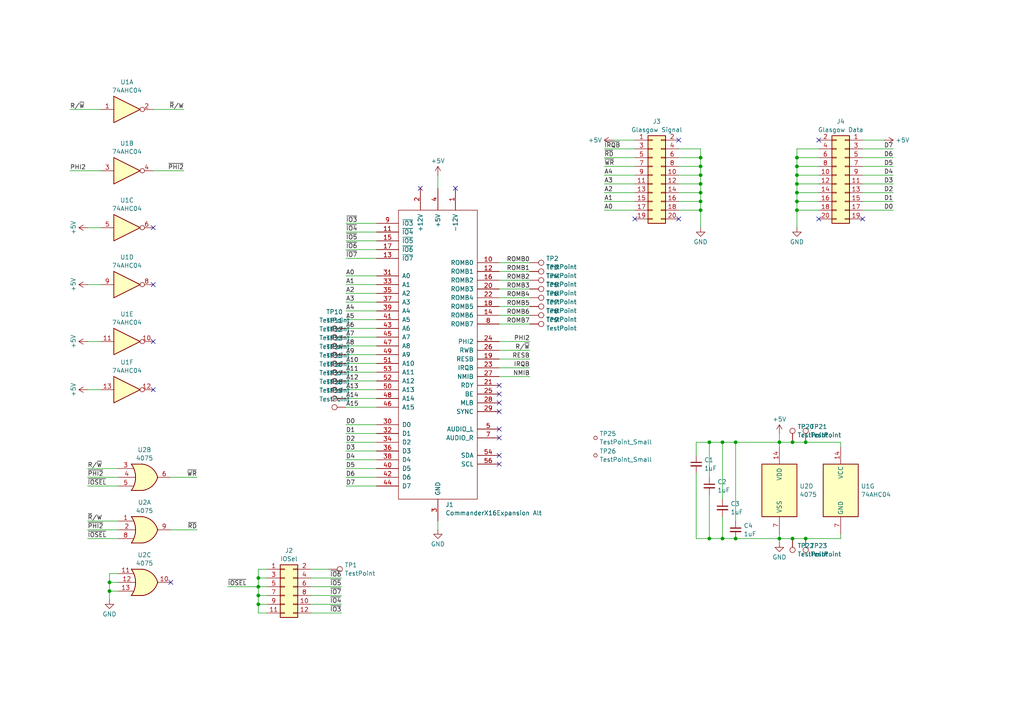
<source format=kicad_sch>
(kicad_sch
	(version 20231120)
	(generator "eeschema")
	(generator_version "8.0")
	(uuid "8d1126a8-1339-4d8e-9f80-667b4f1231e0")
	(paper "A4")
	(lib_symbols
		(symbol "4xxx:4075"
			(pin_names
				(offset 1.016)
			)
			(exclude_from_sim no)
			(in_bom yes)
			(on_board yes)
			(property "Reference" "U"
				(at 0 1.27 0)
				(effects
					(font
						(size 1.27 1.27)
					)
				)
			)
			(property "Value" "4075"
				(at 0 -1.27 0)
				(effects
					(font
						(size 1.27 1.27)
					)
				)
			)
			(property "Footprint" ""
				(at 0 0 0)
				(effects
					(font
						(size 1.27 1.27)
					)
					(hide yes)
				)
			)
			(property "Datasheet" "http://www.intersil.com/content/dam/Intersil/documents/cd40/cd4071bms-72bms-75bms.pdf"
				(at 0 0 0)
				(effects
					(font
						(size 1.27 1.27)
					)
					(hide yes)
				)
			)
			(property "Description" "Triple Or 3 inputs"
				(at 0 0 0)
				(effects
					(font
						(size 1.27 1.27)
					)
					(hide yes)
				)
			)
			(property "ki_locked" ""
				(at 0 0 0)
				(effects
					(font
						(size 1.27 1.27)
					)
				)
			)
			(property "ki_keywords" "CMOS Or3"
				(at 0 0 0)
				(effects
					(font
						(size 1.27 1.27)
					)
					(hide yes)
				)
			)
			(property "ki_fp_filters" "DIP?14*"
				(at 0 0 0)
				(effects
					(font
						(size 1.27 1.27)
					)
					(hide yes)
				)
			)
			(symbol "4075_1_1"
				(arc
					(start -3.81 -3.81)
					(mid -2.589 0)
					(end -3.81 3.81)
					(stroke
						(width 0.254)
						(type default)
					)
					(fill
						(type none)
					)
				)
				(arc
					(start -0.6096 -3.81)
					(mid 2.1842 -2.5851)
					(end 3.81 0)
					(stroke
						(width 0.254)
						(type default)
					)
					(fill
						(type background)
					)
				)
				(polyline
					(pts
						(xy -3.81 -3.81) (xy -0.635 -3.81)
					)
					(stroke
						(width 0.254)
						(type default)
					)
					(fill
						(type background)
					)
				)
				(polyline
					(pts
						(xy -3.81 3.81) (xy -0.635 3.81)
					)
					(stroke
						(width 0.254)
						(type default)
					)
					(fill
						(type background)
					)
				)
				(polyline
					(pts
						(xy -0.635 3.81) (xy -3.81 3.81) (xy -3.81 3.81) (xy -3.556 3.4036) (xy -3.0226 2.2606) (xy -2.6924 1.0414)
						(xy -2.6162 -0.254) (xy -2.7686 -1.4986) (xy -3.175 -2.7178) (xy -3.81 -3.81) (xy -3.81 -3.81)
						(xy -0.635 -3.81)
					)
					(stroke
						(width -25.4)
						(type default)
					)
					(fill
						(type background)
					)
				)
				(arc
					(start 3.81 0)
					(mid 2.1915 2.5936)
					(end -0.6096 3.81)
					(stroke
						(width 0.254)
						(type default)
					)
					(fill
						(type background)
					)
				)
				(pin input line
					(at -7.62 2.54 0)
					(length 4.318)
					(name "~"
						(effects
							(font
								(size 1.27 1.27)
							)
						)
					)
					(number "1"
						(effects
							(font
								(size 1.27 1.27)
							)
						)
					)
				)
				(pin input line
					(at -7.62 0 0)
					(length 4.953)
					(name "~"
						(effects
							(font
								(size 1.27 1.27)
							)
						)
					)
					(number "2"
						(effects
							(font
								(size 1.27 1.27)
							)
						)
					)
				)
				(pin input line
					(at -7.62 -2.54 0)
					(length 4.318)
					(name "~"
						(effects
							(font
								(size 1.27 1.27)
							)
						)
					)
					(number "8"
						(effects
							(font
								(size 1.27 1.27)
							)
						)
					)
				)
				(pin output line
					(at 7.62 0 180)
					(length 3.81)
					(name "~"
						(effects
							(font
								(size 1.27 1.27)
							)
						)
					)
					(number "9"
						(effects
							(font
								(size 1.27 1.27)
							)
						)
					)
				)
			)
			(symbol "4075_1_2"
				(arc
					(start 0 -3.81)
					(mid 3.7934 0)
					(end 0 3.81)
					(stroke
						(width 0.254)
						(type default)
					)
					(fill
						(type background)
					)
				)
				(polyline
					(pts
						(xy 0 3.81) (xy -3.81 3.81) (xy -3.81 -3.81) (xy 0 -3.81)
					)
					(stroke
						(width 0.254)
						(type default)
					)
					(fill
						(type background)
					)
				)
				(pin input inverted
					(at -7.62 2.54 0)
					(length 3.81)
					(name "~"
						(effects
							(font
								(size 1.27 1.27)
							)
						)
					)
					(number "1"
						(effects
							(font
								(size 1.27 1.27)
							)
						)
					)
				)
				(pin input inverted
					(at -7.62 0 0)
					(length 3.81)
					(name "~"
						(effects
							(font
								(size 1.27 1.27)
							)
						)
					)
					(number "2"
						(effects
							(font
								(size 1.27 1.27)
							)
						)
					)
				)
				(pin input inverted
					(at -7.62 -2.54 0)
					(length 3.81)
					(name "~"
						(effects
							(font
								(size 1.27 1.27)
							)
						)
					)
					(number "8"
						(effects
							(font
								(size 1.27 1.27)
							)
						)
					)
				)
				(pin output inverted
					(at 7.62 0 180)
					(length 3.81)
					(name "~"
						(effects
							(font
								(size 1.27 1.27)
							)
						)
					)
					(number "9"
						(effects
							(font
								(size 1.27 1.27)
							)
						)
					)
				)
			)
			(symbol "4075_2_1"
				(arc
					(start -3.81 -3.81)
					(mid -2.589 0)
					(end -3.81 3.81)
					(stroke
						(width 0.254)
						(type default)
					)
					(fill
						(type none)
					)
				)
				(arc
					(start -0.6096 -3.81)
					(mid 2.1842 -2.5851)
					(end 3.81 0)
					(stroke
						(width 0.254)
						(type default)
					)
					(fill
						(type background)
					)
				)
				(polyline
					(pts
						(xy -3.81 -3.81) (xy -0.635 -3.81)
					)
					(stroke
						(width 0.254)
						(type default)
					)
					(fill
						(type background)
					)
				)
				(polyline
					(pts
						(xy -3.81 3.81) (xy -0.635 3.81)
					)
					(stroke
						(width 0.254)
						(type default)
					)
					(fill
						(type background)
					)
				)
				(polyline
					(pts
						(xy -0.635 3.81) (xy -3.81 3.81) (xy -3.81 3.81) (xy -3.556 3.4036) (xy -3.0226 2.2606) (xy -2.6924 1.0414)
						(xy -2.6162 -0.254) (xy -2.7686 -1.4986) (xy -3.175 -2.7178) (xy -3.81 -3.81) (xy -3.81 -3.81)
						(xy -0.635 -3.81)
					)
					(stroke
						(width -25.4)
						(type default)
					)
					(fill
						(type background)
					)
				)
				(arc
					(start 3.81 0)
					(mid 2.1915 2.5936)
					(end -0.6096 3.81)
					(stroke
						(width 0.254)
						(type default)
					)
					(fill
						(type background)
					)
				)
				(pin input line
					(at -7.62 2.54 0)
					(length 4.318)
					(name "~"
						(effects
							(font
								(size 1.27 1.27)
							)
						)
					)
					(number "3"
						(effects
							(font
								(size 1.27 1.27)
							)
						)
					)
				)
				(pin input line
					(at -7.62 0 0)
					(length 4.953)
					(name "~"
						(effects
							(font
								(size 1.27 1.27)
							)
						)
					)
					(number "4"
						(effects
							(font
								(size 1.27 1.27)
							)
						)
					)
				)
				(pin input line
					(at -7.62 -2.54 0)
					(length 4.318)
					(name "~"
						(effects
							(font
								(size 1.27 1.27)
							)
						)
					)
					(number "5"
						(effects
							(font
								(size 1.27 1.27)
							)
						)
					)
				)
				(pin output line
					(at 7.62 0 180)
					(length 3.81)
					(name "~"
						(effects
							(font
								(size 1.27 1.27)
							)
						)
					)
					(number "6"
						(effects
							(font
								(size 1.27 1.27)
							)
						)
					)
				)
			)
			(symbol "4075_2_2"
				(arc
					(start 0 -3.81)
					(mid 3.7934 0)
					(end 0 3.81)
					(stroke
						(width 0.254)
						(type default)
					)
					(fill
						(type background)
					)
				)
				(polyline
					(pts
						(xy 0 3.81) (xy -3.81 3.81) (xy -3.81 -3.81) (xy 0 -3.81)
					)
					(stroke
						(width 0.254)
						(type default)
					)
					(fill
						(type background)
					)
				)
				(pin input inverted
					(at -7.62 2.54 0)
					(length 3.81)
					(name "~"
						(effects
							(font
								(size 1.27 1.27)
							)
						)
					)
					(number "3"
						(effects
							(font
								(size 1.27 1.27)
							)
						)
					)
				)
				(pin input inverted
					(at -7.62 0 0)
					(length 3.81)
					(name "~"
						(effects
							(font
								(size 1.27 1.27)
							)
						)
					)
					(number "4"
						(effects
							(font
								(size 1.27 1.27)
							)
						)
					)
				)
				(pin input inverted
					(at -7.62 -2.54 0)
					(length 3.81)
					(name "~"
						(effects
							(font
								(size 1.27 1.27)
							)
						)
					)
					(number "5"
						(effects
							(font
								(size 1.27 1.27)
							)
						)
					)
				)
				(pin output inverted
					(at 7.62 0 180)
					(length 3.81)
					(name "~"
						(effects
							(font
								(size 1.27 1.27)
							)
						)
					)
					(number "6"
						(effects
							(font
								(size 1.27 1.27)
							)
						)
					)
				)
			)
			(symbol "4075_3_1"
				(arc
					(start -3.81 -3.81)
					(mid -2.589 0)
					(end -3.81 3.81)
					(stroke
						(width 0.254)
						(type default)
					)
					(fill
						(type none)
					)
				)
				(arc
					(start -0.6096 -3.81)
					(mid 2.1842 -2.5851)
					(end 3.81 0)
					(stroke
						(width 0.254)
						(type default)
					)
					(fill
						(type background)
					)
				)
				(polyline
					(pts
						(xy -3.81 -3.81) (xy -0.635 -3.81)
					)
					(stroke
						(width 0.254)
						(type default)
					)
					(fill
						(type background)
					)
				)
				(polyline
					(pts
						(xy -3.81 3.81) (xy -0.635 3.81)
					)
					(stroke
						(width 0.254)
						(type default)
					)
					(fill
						(type background)
					)
				)
				(polyline
					(pts
						(xy -0.635 3.81) (xy -3.81 3.81) (xy -3.81 3.81) (xy -3.556 3.4036) (xy -3.0226 2.2606) (xy -2.6924 1.0414)
						(xy -2.6162 -0.254) (xy -2.7686 -1.4986) (xy -3.175 -2.7178) (xy -3.81 -3.81) (xy -3.81 -3.81)
						(xy -0.635 -3.81)
					)
					(stroke
						(width -25.4)
						(type default)
					)
					(fill
						(type background)
					)
				)
				(arc
					(start 3.81 0)
					(mid 2.1915 2.5936)
					(end -0.6096 3.81)
					(stroke
						(width 0.254)
						(type default)
					)
					(fill
						(type background)
					)
				)
				(pin output line
					(at 7.62 0 180)
					(length 3.81)
					(name "~"
						(effects
							(font
								(size 1.27 1.27)
							)
						)
					)
					(number "10"
						(effects
							(font
								(size 1.27 1.27)
							)
						)
					)
				)
				(pin input line
					(at -7.62 2.54 0)
					(length 4.318)
					(name "~"
						(effects
							(font
								(size 1.27 1.27)
							)
						)
					)
					(number "11"
						(effects
							(font
								(size 1.27 1.27)
							)
						)
					)
				)
				(pin input line
					(at -7.62 0 0)
					(length 4.953)
					(name "~"
						(effects
							(font
								(size 1.27 1.27)
							)
						)
					)
					(number "12"
						(effects
							(font
								(size 1.27 1.27)
							)
						)
					)
				)
				(pin input line
					(at -7.62 -2.54 0)
					(length 4.318)
					(name "~"
						(effects
							(font
								(size 1.27 1.27)
							)
						)
					)
					(number "13"
						(effects
							(font
								(size 1.27 1.27)
							)
						)
					)
				)
			)
			(symbol "4075_3_2"
				(arc
					(start 0 -3.81)
					(mid 3.7934 0)
					(end 0 3.81)
					(stroke
						(width 0.254)
						(type default)
					)
					(fill
						(type background)
					)
				)
				(polyline
					(pts
						(xy 0 3.81) (xy -3.81 3.81) (xy -3.81 -3.81) (xy 0 -3.81)
					)
					(stroke
						(width 0.254)
						(type default)
					)
					(fill
						(type background)
					)
				)
				(pin output inverted
					(at 7.62 0 180)
					(length 3.81)
					(name "~"
						(effects
							(font
								(size 1.27 1.27)
							)
						)
					)
					(number "10"
						(effects
							(font
								(size 1.27 1.27)
							)
						)
					)
				)
				(pin input inverted
					(at -7.62 2.54 0)
					(length 3.81)
					(name "~"
						(effects
							(font
								(size 1.27 1.27)
							)
						)
					)
					(number "11"
						(effects
							(font
								(size 1.27 1.27)
							)
						)
					)
				)
				(pin input inverted
					(at -7.62 0 0)
					(length 3.81)
					(name "~"
						(effects
							(font
								(size 1.27 1.27)
							)
						)
					)
					(number "12"
						(effects
							(font
								(size 1.27 1.27)
							)
						)
					)
				)
				(pin input inverted
					(at -7.62 -2.54 0)
					(length 3.81)
					(name "~"
						(effects
							(font
								(size 1.27 1.27)
							)
						)
					)
					(number "13"
						(effects
							(font
								(size 1.27 1.27)
							)
						)
					)
				)
			)
			(symbol "4075_4_0"
				(pin power_in line
					(at 0 12.7 270)
					(length 5.08)
					(name "VDD"
						(effects
							(font
								(size 1.27 1.27)
							)
						)
					)
					(number "14"
						(effects
							(font
								(size 1.27 1.27)
							)
						)
					)
				)
				(pin power_in line
					(at 0 -12.7 90)
					(length 5.08)
					(name "VSS"
						(effects
							(font
								(size 1.27 1.27)
							)
						)
					)
					(number "7"
						(effects
							(font
								(size 1.27 1.27)
							)
						)
					)
				)
			)
			(symbol "4075_4_1"
				(rectangle
					(start -5.08 7.62)
					(end 5.08 -7.62)
					(stroke
						(width 0.254)
						(type default)
					)
					(fill
						(type background)
					)
				)
			)
		)
		(symbol "74xx:74AHC04"
			(exclude_from_sim no)
			(in_bom yes)
			(on_board yes)
			(property "Reference" "U"
				(at 0 1.27 0)
				(effects
					(font
						(size 1.27 1.27)
					)
				)
			)
			(property "Value" "74AHC04"
				(at 0 -1.27 0)
				(effects
					(font
						(size 1.27 1.27)
					)
				)
			)
			(property "Footprint" ""
				(at 0 0 0)
				(effects
					(font
						(size 1.27 1.27)
					)
					(hide yes)
				)
			)
			(property "Datasheet" "https://assets.nexperia.com/documents/data-sheet/74AHC_AHCT04.pdf"
				(at 0 0 0)
				(effects
					(font
						(size 1.27 1.27)
					)
					(hide yes)
				)
			)
			(property "Description" "Hex Inverter"
				(at 0 0 0)
				(effects
					(font
						(size 1.27 1.27)
					)
					(hide yes)
				)
			)
			(property "ki_locked" ""
				(at 0 0 0)
				(effects
					(font
						(size 1.27 1.27)
					)
				)
			)
			(property "ki_keywords" "AHCMOS not inv"
				(at 0 0 0)
				(effects
					(font
						(size 1.27 1.27)
					)
					(hide yes)
				)
			)
			(property "ki_fp_filters" "DIP*W7.62mm* SSOP?14* TSSOP?14*"
				(at 0 0 0)
				(effects
					(font
						(size 1.27 1.27)
					)
					(hide yes)
				)
			)
			(symbol "74AHC04_1_0"
				(polyline
					(pts
						(xy -3.81 3.81) (xy -3.81 -3.81) (xy 3.81 0) (xy -3.81 3.81)
					)
					(stroke
						(width 0.254)
						(type default)
					)
					(fill
						(type background)
					)
				)
				(pin input line
					(at -7.62 0 0)
					(length 3.81)
					(name "~"
						(effects
							(font
								(size 1.27 1.27)
							)
						)
					)
					(number "1"
						(effects
							(font
								(size 1.27 1.27)
							)
						)
					)
				)
				(pin output inverted
					(at 7.62 0 180)
					(length 3.81)
					(name "~"
						(effects
							(font
								(size 1.27 1.27)
							)
						)
					)
					(number "2"
						(effects
							(font
								(size 1.27 1.27)
							)
						)
					)
				)
			)
			(symbol "74AHC04_2_0"
				(polyline
					(pts
						(xy -3.81 3.81) (xy -3.81 -3.81) (xy 3.81 0) (xy -3.81 3.81)
					)
					(stroke
						(width 0.254)
						(type default)
					)
					(fill
						(type background)
					)
				)
				(pin input line
					(at -7.62 0 0)
					(length 3.81)
					(name "~"
						(effects
							(font
								(size 1.27 1.27)
							)
						)
					)
					(number "3"
						(effects
							(font
								(size 1.27 1.27)
							)
						)
					)
				)
				(pin output inverted
					(at 7.62 0 180)
					(length 3.81)
					(name "~"
						(effects
							(font
								(size 1.27 1.27)
							)
						)
					)
					(number "4"
						(effects
							(font
								(size 1.27 1.27)
							)
						)
					)
				)
			)
			(symbol "74AHC04_3_0"
				(polyline
					(pts
						(xy -3.81 3.81) (xy -3.81 -3.81) (xy 3.81 0) (xy -3.81 3.81)
					)
					(stroke
						(width 0.254)
						(type default)
					)
					(fill
						(type background)
					)
				)
				(pin input line
					(at -7.62 0 0)
					(length 3.81)
					(name "~"
						(effects
							(font
								(size 1.27 1.27)
							)
						)
					)
					(number "5"
						(effects
							(font
								(size 1.27 1.27)
							)
						)
					)
				)
				(pin output inverted
					(at 7.62 0 180)
					(length 3.81)
					(name "~"
						(effects
							(font
								(size 1.27 1.27)
							)
						)
					)
					(number "6"
						(effects
							(font
								(size 1.27 1.27)
							)
						)
					)
				)
			)
			(symbol "74AHC04_4_0"
				(polyline
					(pts
						(xy -3.81 3.81) (xy -3.81 -3.81) (xy 3.81 0) (xy -3.81 3.81)
					)
					(stroke
						(width 0.254)
						(type default)
					)
					(fill
						(type background)
					)
				)
				(pin output inverted
					(at 7.62 0 180)
					(length 3.81)
					(name "~"
						(effects
							(font
								(size 1.27 1.27)
							)
						)
					)
					(number "8"
						(effects
							(font
								(size 1.27 1.27)
							)
						)
					)
				)
				(pin input line
					(at -7.62 0 0)
					(length 3.81)
					(name "~"
						(effects
							(font
								(size 1.27 1.27)
							)
						)
					)
					(number "9"
						(effects
							(font
								(size 1.27 1.27)
							)
						)
					)
				)
			)
			(symbol "74AHC04_5_0"
				(polyline
					(pts
						(xy -3.81 3.81) (xy -3.81 -3.81) (xy 3.81 0) (xy -3.81 3.81)
					)
					(stroke
						(width 0.254)
						(type default)
					)
					(fill
						(type background)
					)
				)
				(pin output inverted
					(at 7.62 0 180)
					(length 3.81)
					(name "~"
						(effects
							(font
								(size 1.27 1.27)
							)
						)
					)
					(number "10"
						(effects
							(font
								(size 1.27 1.27)
							)
						)
					)
				)
				(pin input line
					(at -7.62 0 0)
					(length 3.81)
					(name "~"
						(effects
							(font
								(size 1.27 1.27)
							)
						)
					)
					(number "11"
						(effects
							(font
								(size 1.27 1.27)
							)
						)
					)
				)
			)
			(symbol "74AHC04_6_0"
				(polyline
					(pts
						(xy -3.81 3.81) (xy -3.81 -3.81) (xy 3.81 0) (xy -3.81 3.81)
					)
					(stroke
						(width 0.254)
						(type default)
					)
					(fill
						(type background)
					)
				)
				(pin output inverted
					(at 7.62 0 180)
					(length 3.81)
					(name "~"
						(effects
							(font
								(size 1.27 1.27)
							)
						)
					)
					(number "12"
						(effects
							(font
								(size 1.27 1.27)
							)
						)
					)
				)
				(pin input line
					(at -7.62 0 0)
					(length 3.81)
					(name "~"
						(effects
							(font
								(size 1.27 1.27)
							)
						)
					)
					(number "13"
						(effects
							(font
								(size 1.27 1.27)
							)
						)
					)
				)
			)
			(symbol "74AHC04_7_0"
				(pin power_in line
					(at 0 12.7 270)
					(length 5.08)
					(name "VCC"
						(effects
							(font
								(size 1.27 1.27)
							)
						)
					)
					(number "14"
						(effects
							(font
								(size 1.27 1.27)
							)
						)
					)
				)
				(pin power_in line
					(at 0 -12.7 90)
					(length 5.08)
					(name "GND"
						(effects
							(font
								(size 1.27 1.27)
							)
						)
					)
					(number "7"
						(effects
							(font
								(size 1.27 1.27)
							)
						)
					)
				)
			)
			(symbol "74AHC04_7_1"
				(rectangle
					(start -5.08 7.62)
					(end 5.08 -7.62)
					(stroke
						(width 0.254)
						(type default)
					)
					(fill
						(type background)
					)
				)
			)
		)
		(symbol "Connector:TestPoint"
			(pin_numbers hide)
			(pin_names
				(offset 0.762) hide)
			(exclude_from_sim no)
			(in_bom yes)
			(on_board yes)
			(property "Reference" "TP"
				(at 0 6.858 0)
				(effects
					(font
						(size 1.27 1.27)
					)
				)
			)
			(property "Value" "TestPoint"
				(at 0 5.08 0)
				(effects
					(font
						(size 1.27 1.27)
					)
				)
			)
			(property "Footprint" ""
				(at 5.08 0 0)
				(effects
					(font
						(size 1.27 1.27)
					)
					(hide yes)
				)
			)
			(property "Datasheet" "~"
				(at 5.08 0 0)
				(effects
					(font
						(size 1.27 1.27)
					)
					(hide yes)
				)
			)
			(property "Description" "test point"
				(at 0 0 0)
				(effects
					(font
						(size 1.27 1.27)
					)
					(hide yes)
				)
			)
			(property "ki_keywords" "test point tp"
				(at 0 0 0)
				(effects
					(font
						(size 1.27 1.27)
					)
					(hide yes)
				)
			)
			(property "ki_fp_filters" "Pin* Test*"
				(at 0 0 0)
				(effects
					(font
						(size 1.27 1.27)
					)
					(hide yes)
				)
			)
			(symbol "TestPoint_0_1"
				(circle
					(center 0 3.302)
					(radius 0.762)
					(stroke
						(width 0)
						(type default)
					)
					(fill
						(type none)
					)
				)
			)
			(symbol "TestPoint_1_1"
				(pin passive line
					(at 0 0 90)
					(length 2.54)
					(name "1"
						(effects
							(font
								(size 1.27 1.27)
							)
						)
					)
					(number "1"
						(effects
							(font
								(size 1.27 1.27)
							)
						)
					)
				)
			)
		)
		(symbol "Connector:TestPoint_Small"
			(pin_numbers hide)
			(pin_names
				(offset 0.762) hide)
			(exclude_from_sim no)
			(in_bom yes)
			(on_board yes)
			(property "Reference" "TP"
				(at 0 3.81 0)
				(effects
					(font
						(size 1.27 1.27)
					)
				)
			)
			(property "Value" "TestPoint_Small"
				(at 0 2.032 0)
				(effects
					(font
						(size 1.27 1.27)
					)
				)
			)
			(property "Footprint" ""
				(at 5.08 0 0)
				(effects
					(font
						(size 1.27 1.27)
					)
					(hide yes)
				)
			)
			(property "Datasheet" "~"
				(at 5.08 0 0)
				(effects
					(font
						(size 1.27 1.27)
					)
					(hide yes)
				)
			)
			(property "Description" "test point"
				(at 0 0 0)
				(effects
					(font
						(size 1.27 1.27)
					)
					(hide yes)
				)
			)
			(property "ki_keywords" "test point tp"
				(at 0 0 0)
				(effects
					(font
						(size 1.27 1.27)
					)
					(hide yes)
				)
			)
			(property "ki_fp_filters" "Pin* Test*"
				(at 0 0 0)
				(effects
					(font
						(size 1.27 1.27)
					)
					(hide yes)
				)
			)
			(symbol "TestPoint_Small_0_1"
				(circle
					(center 0 0)
					(radius 0.508)
					(stroke
						(width 0)
						(type default)
					)
					(fill
						(type none)
					)
				)
			)
			(symbol "TestPoint_Small_1_1"
				(pin passive line
					(at 0 0 90)
					(length 0)
					(name "1"
						(effects
							(font
								(size 1.27 1.27)
							)
						)
					)
					(number "1"
						(effects
							(font
								(size 1.27 1.27)
							)
						)
					)
				)
			)
		)
		(symbol "Connector_Generic:Conn_02x06_Odd_Even"
			(pin_names
				(offset 1.016) hide)
			(exclude_from_sim no)
			(in_bom yes)
			(on_board yes)
			(property "Reference" "J"
				(at 1.27 7.62 0)
				(effects
					(font
						(size 1.27 1.27)
					)
				)
			)
			(property "Value" "Conn_02x06_Odd_Even"
				(at 1.27 -10.16 0)
				(effects
					(font
						(size 1.27 1.27)
					)
				)
			)
			(property "Footprint" ""
				(at 0 0 0)
				(effects
					(font
						(size 1.27 1.27)
					)
					(hide yes)
				)
			)
			(property "Datasheet" "~"
				(at 0 0 0)
				(effects
					(font
						(size 1.27 1.27)
					)
					(hide yes)
				)
			)
			(property "Description" "Generic connector, double row, 02x06, odd/even pin numbering scheme (row 1 odd numbers, row 2 even numbers), script generated (kicad-library-utils/schlib/autogen/connector/)"
				(at 0 0 0)
				(effects
					(font
						(size 1.27 1.27)
					)
					(hide yes)
				)
			)
			(property "ki_keywords" "connector"
				(at 0 0 0)
				(effects
					(font
						(size 1.27 1.27)
					)
					(hide yes)
				)
			)
			(property "ki_fp_filters" "Connector*:*_2x??_*"
				(at 0 0 0)
				(effects
					(font
						(size 1.27 1.27)
					)
					(hide yes)
				)
			)
			(symbol "Conn_02x06_Odd_Even_1_1"
				(rectangle
					(start -1.27 -7.493)
					(end 0 -7.747)
					(stroke
						(width 0.1524)
						(type default)
					)
					(fill
						(type none)
					)
				)
				(rectangle
					(start -1.27 -4.953)
					(end 0 -5.207)
					(stroke
						(width 0.1524)
						(type default)
					)
					(fill
						(type none)
					)
				)
				(rectangle
					(start -1.27 -2.413)
					(end 0 -2.667)
					(stroke
						(width 0.1524)
						(type default)
					)
					(fill
						(type none)
					)
				)
				(rectangle
					(start -1.27 0.127)
					(end 0 -0.127)
					(stroke
						(width 0.1524)
						(type default)
					)
					(fill
						(type none)
					)
				)
				(rectangle
					(start -1.27 2.667)
					(end 0 2.413)
					(stroke
						(width 0.1524)
						(type default)
					)
					(fill
						(type none)
					)
				)
				(rectangle
					(start -1.27 5.207)
					(end 0 4.953)
					(stroke
						(width 0.1524)
						(type default)
					)
					(fill
						(type none)
					)
				)
				(rectangle
					(start -1.27 6.35)
					(end 3.81 -8.89)
					(stroke
						(width 0.254)
						(type default)
					)
					(fill
						(type background)
					)
				)
				(rectangle
					(start 3.81 -7.493)
					(end 2.54 -7.747)
					(stroke
						(width 0.1524)
						(type default)
					)
					(fill
						(type none)
					)
				)
				(rectangle
					(start 3.81 -4.953)
					(end 2.54 -5.207)
					(stroke
						(width 0.1524)
						(type default)
					)
					(fill
						(type none)
					)
				)
				(rectangle
					(start 3.81 -2.413)
					(end 2.54 -2.667)
					(stroke
						(width 0.1524)
						(type default)
					)
					(fill
						(type none)
					)
				)
				(rectangle
					(start 3.81 0.127)
					(end 2.54 -0.127)
					(stroke
						(width 0.1524)
						(type default)
					)
					(fill
						(type none)
					)
				)
				(rectangle
					(start 3.81 2.667)
					(end 2.54 2.413)
					(stroke
						(width 0.1524)
						(type default)
					)
					(fill
						(type none)
					)
				)
				(rectangle
					(start 3.81 5.207)
					(end 2.54 4.953)
					(stroke
						(width 0.1524)
						(type default)
					)
					(fill
						(type none)
					)
				)
				(pin passive line
					(at -5.08 5.08 0)
					(length 3.81)
					(name "Pin_1"
						(effects
							(font
								(size 1.27 1.27)
							)
						)
					)
					(number "1"
						(effects
							(font
								(size 1.27 1.27)
							)
						)
					)
				)
				(pin passive line
					(at 7.62 -5.08 180)
					(length 3.81)
					(name "Pin_10"
						(effects
							(font
								(size 1.27 1.27)
							)
						)
					)
					(number "10"
						(effects
							(font
								(size 1.27 1.27)
							)
						)
					)
				)
				(pin passive line
					(at -5.08 -7.62 0)
					(length 3.81)
					(name "Pin_11"
						(effects
							(font
								(size 1.27 1.27)
							)
						)
					)
					(number "11"
						(effects
							(font
								(size 1.27 1.27)
							)
						)
					)
				)
				(pin passive line
					(at 7.62 -7.62 180)
					(length 3.81)
					(name "Pin_12"
						(effects
							(font
								(size 1.27 1.27)
							)
						)
					)
					(number "12"
						(effects
							(font
								(size 1.27 1.27)
							)
						)
					)
				)
				(pin passive line
					(at 7.62 5.08 180)
					(length 3.81)
					(name "Pin_2"
						(effects
							(font
								(size 1.27 1.27)
							)
						)
					)
					(number "2"
						(effects
							(font
								(size 1.27 1.27)
							)
						)
					)
				)
				(pin passive line
					(at -5.08 2.54 0)
					(length 3.81)
					(name "Pin_3"
						(effects
							(font
								(size 1.27 1.27)
							)
						)
					)
					(number "3"
						(effects
							(font
								(size 1.27 1.27)
							)
						)
					)
				)
				(pin passive line
					(at 7.62 2.54 180)
					(length 3.81)
					(name "Pin_4"
						(effects
							(font
								(size 1.27 1.27)
							)
						)
					)
					(number "4"
						(effects
							(font
								(size 1.27 1.27)
							)
						)
					)
				)
				(pin passive line
					(at -5.08 0 0)
					(length 3.81)
					(name "Pin_5"
						(effects
							(font
								(size 1.27 1.27)
							)
						)
					)
					(number "5"
						(effects
							(font
								(size 1.27 1.27)
							)
						)
					)
				)
				(pin passive line
					(at 7.62 0 180)
					(length 3.81)
					(name "Pin_6"
						(effects
							(font
								(size 1.27 1.27)
							)
						)
					)
					(number "6"
						(effects
							(font
								(size 1.27 1.27)
							)
						)
					)
				)
				(pin passive line
					(at -5.08 -2.54 0)
					(length 3.81)
					(name "Pin_7"
						(effects
							(font
								(size 1.27 1.27)
							)
						)
					)
					(number "7"
						(effects
							(font
								(size 1.27 1.27)
							)
						)
					)
				)
				(pin passive line
					(at 7.62 -2.54 180)
					(length 3.81)
					(name "Pin_8"
						(effects
							(font
								(size 1.27 1.27)
							)
						)
					)
					(number "8"
						(effects
							(font
								(size 1.27 1.27)
							)
						)
					)
				)
				(pin passive line
					(at -5.08 -5.08 0)
					(length 3.81)
					(name "Pin_9"
						(effects
							(font
								(size 1.27 1.27)
							)
						)
					)
					(number "9"
						(effects
							(font
								(size 1.27 1.27)
							)
						)
					)
				)
			)
		)
		(symbol "Connector_Generic:Conn_02x10_Odd_Even"
			(pin_names
				(offset 1.016) hide)
			(exclude_from_sim no)
			(in_bom yes)
			(on_board yes)
			(property "Reference" "J"
				(at 1.27 12.7 0)
				(effects
					(font
						(size 1.27 1.27)
					)
				)
			)
			(property "Value" "Conn_02x10_Odd_Even"
				(at 1.27 -15.24 0)
				(effects
					(font
						(size 1.27 1.27)
					)
				)
			)
			(property "Footprint" ""
				(at 0 0 0)
				(effects
					(font
						(size 1.27 1.27)
					)
					(hide yes)
				)
			)
			(property "Datasheet" "~"
				(at 0 0 0)
				(effects
					(font
						(size 1.27 1.27)
					)
					(hide yes)
				)
			)
			(property "Description" "Generic connector, double row, 02x10, odd/even pin numbering scheme (row 1 odd numbers, row 2 even numbers), script generated (kicad-library-utils/schlib/autogen/connector/)"
				(at 0 0 0)
				(effects
					(font
						(size 1.27 1.27)
					)
					(hide yes)
				)
			)
			(property "ki_keywords" "connector"
				(at 0 0 0)
				(effects
					(font
						(size 1.27 1.27)
					)
					(hide yes)
				)
			)
			(property "ki_fp_filters" "Connector*:*_2x??_*"
				(at 0 0 0)
				(effects
					(font
						(size 1.27 1.27)
					)
					(hide yes)
				)
			)
			(symbol "Conn_02x10_Odd_Even_1_1"
				(rectangle
					(start -1.27 -12.573)
					(end 0 -12.827)
					(stroke
						(width 0.1524)
						(type default)
					)
					(fill
						(type none)
					)
				)
				(rectangle
					(start -1.27 -10.033)
					(end 0 -10.287)
					(stroke
						(width 0.1524)
						(type default)
					)
					(fill
						(type none)
					)
				)
				(rectangle
					(start -1.27 -7.493)
					(end 0 -7.747)
					(stroke
						(width 0.1524)
						(type default)
					)
					(fill
						(type none)
					)
				)
				(rectangle
					(start -1.27 -4.953)
					(end 0 -5.207)
					(stroke
						(width 0.1524)
						(type default)
					)
					(fill
						(type none)
					)
				)
				(rectangle
					(start -1.27 -2.413)
					(end 0 -2.667)
					(stroke
						(width 0.1524)
						(type default)
					)
					(fill
						(type none)
					)
				)
				(rectangle
					(start -1.27 0.127)
					(end 0 -0.127)
					(stroke
						(width 0.1524)
						(type default)
					)
					(fill
						(type none)
					)
				)
				(rectangle
					(start -1.27 2.667)
					(end 0 2.413)
					(stroke
						(width 0.1524)
						(type default)
					)
					(fill
						(type none)
					)
				)
				(rectangle
					(start -1.27 5.207)
					(end 0 4.953)
					(stroke
						(width 0.1524)
						(type default)
					)
					(fill
						(type none)
					)
				)
				(rectangle
					(start -1.27 7.747)
					(end 0 7.493)
					(stroke
						(width 0.1524)
						(type default)
					)
					(fill
						(type none)
					)
				)
				(rectangle
					(start -1.27 10.287)
					(end 0 10.033)
					(stroke
						(width 0.1524)
						(type default)
					)
					(fill
						(type none)
					)
				)
				(rectangle
					(start -1.27 11.43)
					(end 3.81 -13.97)
					(stroke
						(width 0.254)
						(type default)
					)
					(fill
						(type background)
					)
				)
				(rectangle
					(start 3.81 -12.573)
					(end 2.54 -12.827)
					(stroke
						(width 0.1524)
						(type default)
					)
					(fill
						(type none)
					)
				)
				(rectangle
					(start 3.81 -10.033)
					(end 2.54 -10.287)
					(stroke
						(width 0.1524)
						(type default)
					)
					(fill
						(type none)
					)
				)
				(rectangle
					(start 3.81 -7.493)
					(end 2.54 -7.747)
					(stroke
						(width 0.1524)
						(type default)
					)
					(fill
						(type none)
					)
				)
				(rectangle
					(start 3.81 -4.953)
					(end 2.54 -5.207)
					(stroke
						(width 0.1524)
						(type default)
					)
					(fill
						(type none)
					)
				)
				(rectangle
					(start 3.81 -2.413)
					(end 2.54 -2.667)
					(stroke
						(width 0.1524)
						(type default)
					)
					(fill
						(type none)
					)
				)
				(rectangle
					(start 3.81 0.127)
					(end 2.54 -0.127)
					(stroke
						(width 0.1524)
						(type default)
					)
					(fill
						(type none)
					)
				)
				(rectangle
					(start 3.81 2.667)
					(end 2.54 2.413)
					(stroke
						(width 0.1524)
						(type default)
					)
					(fill
						(type none)
					)
				)
				(rectangle
					(start 3.81 5.207)
					(end 2.54 4.953)
					(stroke
						(width 0.1524)
						(type default)
					)
					(fill
						(type none)
					)
				)
				(rectangle
					(start 3.81 7.747)
					(end 2.54 7.493)
					(stroke
						(width 0.1524)
						(type default)
					)
					(fill
						(type none)
					)
				)
				(rectangle
					(start 3.81 10.287)
					(end 2.54 10.033)
					(stroke
						(width 0.1524)
						(type default)
					)
					(fill
						(type none)
					)
				)
				(pin passive line
					(at -5.08 10.16 0)
					(length 3.81)
					(name "Pin_1"
						(effects
							(font
								(size 1.27 1.27)
							)
						)
					)
					(number "1"
						(effects
							(font
								(size 1.27 1.27)
							)
						)
					)
				)
				(pin passive line
					(at 7.62 0 180)
					(length 3.81)
					(name "Pin_10"
						(effects
							(font
								(size 1.27 1.27)
							)
						)
					)
					(number "10"
						(effects
							(font
								(size 1.27 1.27)
							)
						)
					)
				)
				(pin passive line
					(at -5.08 -2.54 0)
					(length 3.81)
					(name "Pin_11"
						(effects
							(font
								(size 1.27 1.27)
							)
						)
					)
					(number "11"
						(effects
							(font
								(size 1.27 1.27)
							)
						)
					)
				)
				(pin passive line
					(at 7.62 -2.54 180)
					(length 3.81)
					(name "Pin_12"
						(effects
							(font
								(size 1.27 1.27)
							)
						)
					)
					(number "12"
						(effects
							(font
								(size 1.27 1.27)
							)
						)
					)
				)
				(pin passive line
					(at -5.08 -5.08 0)
					(length 3.81)
					(name "Pin_13"
						(effects
							(font
								(size 1.27 1.27)
							)
						)
					)
					(number "13"
						(effects
							(font
								(size 1.27 1.27)
							)
						)
					)
				)
				(pin passive line
					(at 7.62 -5.08 180)
					(length 3.81)
					(name "Pin_14"
						(effects
							(font
								(size 1.27 1.27)
							)
						)
					)
					(number "14"
						(effects
							(font
								(size 1.27 1.27)
							)
						)
					)
				)
				(pin passive line
					(at -5.08 -7.62 0)
					(length 3.81)
					(name "Pin_15"
						(effects
							(font
								(size 1.27 1.27)
							)
						)
					)
					(number "15"
						(effects
							(font
								(size 1.27 1.27)
							)
						)
					)
				)
				(pin passive line
					(at 7.62 -7.62 180)
					(length 3.81)
					(name "Pin_16"
						(effects
							(font
								(size 1.27 1.27)
							)
						)
					)
					(number "16"
						(effects
							(font
								(size 1.27 1.27)
							)
						)
					)
				)
				(pin passive line
					(at -5.08 -10.16 0)
					(length 3.81)
					(name "Pin_17"
						(effects
							(font
								(size 1.27 1.27)
							)
						)
					)
					(number "17"
						(effects
							(font
								(size 1.27 1.27)
							)
						)
					)
				)
				(pin passive line
					(at 7.62 -10.16 180)
					(length 3.81)
					(name "Pin_18"
						(effects
							(font
								(size 1.27 1.27)
							)
						)
					)
					(number "18"
						(effects
							(font
								(size 1.27 1.27)
							)
						)
					)
				)
				(pin passive line
					(at -5.08 -12.7 0)
					(length 3.81)
					(name "Pin_19"
						(effects
							(font
								(size 1.27 1.27)
							)
						)
					)
					(number "19"
						(effects
							(font
								(size 1.27 1.27)
							)
						)
					)
				)
				(pin passive line
					(at 7.62 10.16 180)
					(length 3.81)
					(name "Pin_2"
						(effects
							(font
								(size 1.27 1.27)
							)
						)
					)
					(number "2"
						(effects
							(font
								(size 1.27 1.27)
							)
						)
					)
				)
				(pin passive line
					(at 7.62 -12.7 180)
					(length 3.81)
					(name "Pin_20"
						(effects
							(font
								(size 1.27 1.27)
							)
						)
					)
					(number "20"
						(effects
							(font
								(size 1.27 1.27)
							)
						)
					)
				)
				(pin passive line
					(at -5.08 7.62 0)
					(length 3.81)
					(name "Pin_3"
						(effects
							(font
								(size 1.27 1.27)
							)
						)
					)
					(number "3"
						(effects
							(font
								(size 1.27 1.27)
							)
						)
					)
				)
				(pin passive line
					(at 7.62 7.62 180)
					(length 3.81)
					(name "Pin_4"
						(effects
							(font
								(size 1.27 1.27)
							)
						)
					)
					(number "4"
						(effects
							(font
								(size 1.27 1.27)
							)
						)
					)
				)
				(pin passive line
					(at -5.08 5.08 0)
					(length 3.81)
					(name "Pin_5"
						(effects
							(font
								(size 1.27 1.27)
							)
						)
					)
					(number "5"
						(effects
							(font
								(size 1.27 1.27)
							)
						)
					)
				)
				(pin passive line
					(at 7.62 5.08 180)
					(length 3.81)
					(name "Pin_6"
						(effects
							(font
								(size 1.27 1.27)
							)
						)
					)
					(number "6"
						(effects
							(font
								(size 1.27 1.27)
							)
						)
					)
				)
				(pin passive line
					(at -5.08 2.54 0)
					(length 3.81)
					(name "Pin_7"
						(effects
							(font
								(size 1.27 1.27)
							)
						)
					)
					(number "7"
						(effects
							(font
								(size 1.27 1.27)
							)
						)
					)
				)
				(pin passive line
					(at 7.62 2.54 180)
					(length 3.81)
					(name "Pin_8"
						(effects
							(font
								(size 1.27 1.27)
							)
						)
					)
					(number "8"
						(effects
							(font
								(size 1.27 1.27)
							)
						)
					)
				)
				(pin passive line
					(at -5.08 0 0)
					(length 3.81)
					(name "Pin_9"
						(effects
							(font
								(size 1.27 1.27)
							)
						)
					)
					(number "9"
						(effects
							(font
								(size 1.27 1.27)
							)
						)
					)
				)
			)
		)
		(symbol "Device:C_Small"
			(pin_numbers hide)
			(pin_names
				(offset 0.254) hide)
			(exclude_from_sim no)
			(in_bom yes)
			(on_board yes)
			(property "Reference" "C"
				(at 0.254 1.778 0)
				(effects
					(font
						(size 1.27 1.27)
					)
					(justify left)
				)
			)
			(property "Value" "C_Small"
				(at 0.254 -2.032 0)
				(effects
					(font
						(size 1.27 1.27)
					)
					(justify left)
				)
			)
			(property "Footprint" ""
				(at 0 0 0)
				(effects
					(font
						(size 1.27 1.27)
					)
					(hide yes)
				)
			)
			(property "Datasheet" "~"
				(at 0 0 0)
				(effects
					(font
						(size 1.27 1.27)
					)
					(hide yes)
				)
			)
			(property "Description" "Unpolarized capacitor, small symbol"
				(at 0 0 0)
				(effects
					(font
						(size 1.27 1.27)
					)
					(hide yes)
				)
			)
			(property "ki_keywords" "capacitor cap"
				(at 0 0 0)
				(effects
					(font
						(size 1.27 1.27)
					)
					(hide yes)
				)
			)
			(property "ki_fp_filters" "C_*"
				(at 0 0 0)
				(effects
					(font
						(size 1.27 1.27)
					)
					(hide yes)
				)
			)
			(symbol "C_Small_0_1"
				(polyline
					(pts
						(xy -1.524 -0.508) (xy 1.524 -0.508)
					)
					(stroke
						(width 0.3302)
						(type default)
					)
					(fill
						(type none)
					)
				)
				(polyline
					(pts
						(xy -1.524 0.508) (xy 1.524 0.508)
					)
					(stroke
						(width 0.3048)
						(type default)
					)
					(fill
						(type none)
					)
				)
			)
			(symbol "C_Small_1_1"
				(pin passive line
					(at 0 2.54 270)
					(length 2.032)
					(name "~"
						(effects
							(font
								(size 1.27 1.27)
							)
						)
					)
					(number "1"
						(effects
							(font
								(size 1.27 1.27)
							)
						)
					)
				)
				(pin passive line
					(at 0 -2.54 90)
					(length 2.032)
					(name "~"
						(effects
							(font
								(size 1.27 1.27)
							)
						)
					)
					(number "2"
						(effects
							(font
								(size 1.27 1.27)
							)
						)
					)
				)
			)
		)
		(symbol "PCM_CommanderX16Expansion:CommanderX16Expansion Alt"
			(pin_names
				(offset 1.016)
			)
			(exclude_from_sim no)
			(in_bom no)
			(on_board yes)
			(property "Reference" "J"
				(at 0 -2.54 0)
				(effects
					(font
						(size 1.27 1.27)
					)
				)
			)
			(property "Value" "CommanderX16Expansion Alt"
				(at 0 2.54 0)
				(effects
					(font
						(size 1.27 1.27)
					)
				)
			)
			(property "Footprint" "CommanderX16Expansion:CommanderX16Expansion"
				(at 0 0 0)
				(effects
					(font
						(size 1.27 1.27)
					)
					(hide yes)
				)
			)
			(property "Datasheet" "https://github.com/x16community/x16-docs"
				(at 0 0 0)
				(effects
					(font
						(size 1.27 1.27)
					)
					(hide yes)
				)
			)
			(property "Description" "Commander X16 Expansion port alternative symbol"
				(at 0 0 0)
				(effects
					(font
						(size 1.27 1.27)
					)
					(hide yes)
				)
			)
			(property "ki_keywords" "commanderx16"
				(at 0 0 0)
				(effects
					(font
						(size 1.27 1.27)
					)
					(hide yes)
				)
			)
			(symbol "CommanderX16Expansion Alt_1_0"
				(rectangle
					(start -11.43 41.91)
					(end 11.43 -41.91)
					(stroke
						(width 0)
						(type solid)
					)
					(fill
						(type none)
					)
				)
			)
			(symbol "CommanderX16Expansion Alt_1_1"
				(pin power_out line
					(at 5.08 48.26 270)
					(length 6.35)
					(name "-12V"
						(effects
							(font
								(size 1.27 1.27)
							)
						)
					)
					(number "1"
						(effects
							(font
								(size 1.27 1.27)
							)
						)
					)
				)
				(pin output line
					(at 17.78 26.67 180)
					(length 6.35)
					(name "ROMB0"
						(effects
							(font
								(size 1.27 1.27)
							)
						)
					)
					(number "10"
						(effects
							(font
								(size 1.27 1.27)
							)
						)
					)
				)
				(pin output line
					(at -17.78 35.56 0)
					(length 6.35)
					(name "~{IO4}"
						(effects
							(font
								(size 1.27 1.27)
							)
						)
					)
					(number "11"
						(effects
							(font
								(size 1.27 1.27)
							)
						)
					)
				)
				(pin output line
					(at 17.78 24.13 180)
					(length 6.35)
					(name "ROMB1"
						(effects
							(font
								(size 1.27 1.27)
							)
						)
					)
					(number "12"
						(effects
							(font
								(size 1.27 1.27)
							)
						)
					)
				)
				(pin output line
					(at -17.78 27.94 0)
					(length 6.35)
					(name "~{IO7}"
						(effects
							(font
								(size 1.27 1.27)
							)
						)
					)
					(number "13"
						(effects
							(font
								(size 1.27 1.27)
							)
						)
					)
				)
				(pin output line
					(at 17.78 11.43 180)
					(length 6.35)
					(name "ROMB6"
						(effects
							(font
								(size 1.27 1.27)
							)
						)
					)
					(number "14"
						(effects
							(font
								(size 1.27 1.27)
							)
						)
					)
				)
				(pin output line
					(at -17.78 33.02 0)
					(length 6.35)
					(name "~{IO5}"
						(effects
							(font
								(size 1.27 1.27)
							)
						)
					)
					(number "15"
						(effects
							(font
								(size 1.27 1.27)
							)
						)
					)
				)
				(pin output line
					(at 17.78 21.59 180)
					(length 6.35)
					(name "ROMB2"
						(effects
							(font
								(size 1.27 1.27)
							)
						)
					)
					(number "16"
						(effects
							(font
								(size 1.27 1.27)
							)
						)
					)
				)
				(pin output line
					(at -17.78 30.48 0)
					(length 6.35)
					(name "~{IO6}"
						(effects
							(font
								(size 1.27 1.27)
							)
						)
					)
					(number "17"
						(effects
							(font
								(size 1.27 1.27)
							)
						)
					)
				)
				(pin output line
					(at 17.78 13.97 180)
					(length 6.35)
					(name "ROMB5"
						(effects
							(font
								(size 1.27 1.27)
							)
						)
					)
					(number "18"
						(effects
							(font
								(size 1.27 1.27)
							)
						)
					)
				)
				(pin bidirectional line
					(at 17.78 -1.27 180)
					(length 6.35)
					(name "RESB"
						(effects
							(font
								(size 1.27 1.27)
							)
						)
					)
					(number "19"
						(effects
							(font
								(size 1.27 1.27)
							)
						)
					)
				)
				(pin power_out line
					(at -5.08 48.26 270)
					(length 6.35)
					(name "+12V"
						(effects
							(font
								(size 1.27 1.27)
							)
						)
					)
					(number "2"
						(effects
							(font
								(size 1.27 1.27)
							)
						)
					)
				)
				(pin output line
					(at 17.78 19.05 180)
					(length 6.35)
					(name "ROMB3"
						(effects
							(font
								(size 1.27 1.27)
							)
						)
					)
					(number "20"
						(effects
							(font
								(size 1.27 1.27)
							)
						)
					)
				)
				(pin bidirectional line
					(at 17.78 -8.89 180)
					(length 6.35)
					(name "RDY"
						(effects
							(font
								(size 1.27 1.27)
							)
						)
					)
					(number "21"
						(effects
							(font
								(size 1.27 1.27)
							)
						)
					)
				)
				(pin output line
					(at 17.78 16.51 180)
					(length 6.35)
					(name "ROMB4"
						(effects
							(font
								(size 1.27 1.27)
							)
						)
					)
					(number "22"
						(effects
							(font
								(size 1.27 1.27)
							)
						)
					)
				)
				(pin input line
					(at 17.78 -3.81 180)
					(length 6.35)
					(name "IRQB"
						(effects
							(font
								(size 1.27 1.27)
							)
						)
					)
					(number "23"
						(effects
							(font
								(size 1.27 1.27)
							)
						)
					)
				)
				(pin output line
					(at 17.78 3.81 180)
					(length 6.35)
					(name "PHI2"
						(effects
							(font
								(size 1.27 1.27)
							)
						)
					)
					(number "24"
						(effects
							(font
								(size 1.27 1.27)
							)
						)
					)
				)
				(pin input line
					(at 17.78 -11.43 180)
					(length 6.35)
					(name "BE"
						(effects
							(font
								(size 1.27 1.27)
							)
						)
					)
					(number "25"
						(effects
							(font
								(size 1.27 1.27)
							)
						)
					)
				)
				(pin output line
					(at 17.78 1.27 180)
					(length 6.35)
					(name "RWB"
						(effects
							(font
								(size 1.27 1.27)
							)
						)
					)
					(number "26"
						(effects
							(font
								(size 1.27 1.27)
							)
						)
					)
				)
				(pin input line
					(at 17.78 -6.35 180)
					(length 6.35)
					(name "NMIB"
						(effects
							(font
								(size 1.27 1.27)
							)
						)
					)
					(number "27"
						(effects
							(font
								(size 1.27 1.27)
							)
						)
					)
				)
				(pin output line
					(at 17.78 -13.97 180)
					(length 6.35)
					(name "MLB"
						(effects
							(font
								(size 1.27 1.27)
							)
						)
					)
					(number "28"
						(effects
							(font
								(size 1.27 1.27)
							)
						)
					)
				)
				(pin output line
					(at 17.78 -16.51 180)
					(length 6.35)
					(name "SYNC"
						(effects
							(font
								(size 1.27 1.27)
							)
						)
					)
					(number "29"
						(effects
							(font
								(size 1.27 1.27)
							)
						)
					)
				)
				(pin power_out line
					(at 0 -48.26 90)
					(length 6.35)
					(name "GND"
						(effects
							(font
								(size 1.27 1.27)
							)
						)
					)
					(number "3"
						(effects
							(font
								(size 1.27 1.27)
							)
						)
					)
				)
				(pin bidirectional line
					(at -17.78 -20.32 0)
					(length 6.35)
					(name "D0"
						(effects
							(font
								(size 1.27 1.27)
							)
						)
					)
					(number "30"
						(effects
							(font
								(size 1.27 1.27)
							)
						)
					)
				)
				(pin output line
					(at -17.78 22.86 0)
					(length 6.35)
					(name "A0"
						(effects
							(font
								(size 1.27 1.27)
							)
						)
					)
					(number "31"
						(effects
							(font
								(size 1.27 1.27)
							)
						)
					)
				)
				(pin bidirectional line
					(at -17.78 -22.86 0)
					(length 6.35)
					(name "D1"
						(effects
							(font
								(size 1.27 1.27)
							)
						)
					)
					(number "32"
						(effects
							(font
								(size 1.27 1.27)
							)
						)
					)
				)
				(pin output line
					(at -17.78 20.32 0)
					(length 6.35)
					(name "A1"
						(effects
							(font
								(size 1.27 1.27)
							)
						)
					)
					(number "33"
						(effects
							(font
								(size 1.27 1.27)
							)
						)
					)
				)
				(pin bidirectional line
					(at -17.78 -25.4 0)
					(length 6.35)
					(name "D2"
						(effects
							(font
								(size 1.27 1.27)
							)
						)
					)
					(number "34"
						(effects
							(font
								(size 1.27 1.27)
							)
						)
					)
				)
				(pin output line
					(at -17.78 17.78 0)
					(length 6.35)
					(name "A2"
						(effects
							(font
								(size 1.27 1.27)
							)
						)
					)
					(number "35"
						(effects
							(font
								(size 1.27 1.27)
							)
						)
					)
				)
				(pin bidirectional line
					(at -17.78 -27.94 0)
					(length 6.35)
					(name "D3"
						(effects
							(font
								(size 1.27 1.27)
							)
						)
					)
					(number "36"
						(effects
							(font
								(size 1.27 1.27)
							)
						)
					)
				)
				(pin output line
					(at -17.78 15.24 0)
					(length 6.35)
					(name "A3"
						(effects
							(font
								(size 1.27 1.27)
							)
						)
					)
					(number "37"
						(effects
							(font
								(size 1.27 1.27)
							)
						)
					)
				)
				(pin bidirectional line
					(at -17.78 -30.48 0)
					(length 6.35)
					(name "D4"
						(effects
							(font
								(size 1.27 1.27)
							)
						)
					)
					(number "38"
						(effects
							(font
								(size 1.27 1.27)
							)
						)
					)
				)
				(pin output line
					(at -17.78 12.7 0)
					(length 6.35)
					(name "A4"
						(effects
							(font
								(size 1.27 1.27)
							)
						)
					)
					(number "39"
						(effects
							(font
								(size 1.27 1.27)
							)
						)
					)
				)
				(pin power_out line
					(at 0 48.26 270)
					(length 6.35)
					(name "+5V"
						(effects
							(font
								(size 1.27 1.27)
							)
						)
					)
					(number "4"
						(effects
							(font
								(size 1.27 1.27)
							)
						)
					)
				)
				(pin bidirectional line
					(at -17.78 -33.02 0)
					(length 6.35)
					(name "D5"
						(effects
							(font
								(size 1.27 1.27)
							)
						)
					)
					(number "40"
						(effects
							(font
								(size 1.27 1.27)
							)
						)
					)
				)
				(pin output line
					(at -17.78 10.16 0)
					(length 6.35)
					(name "A5"
						(effects
							(font
								(size 1.27 1.27)
							)
						)
					)
					(number "41"
						(effects
							(font
								(size 1.27 1.27)
							)
						)
					)
				)
				(pin bidirectional line
					(at -17.78 -35.56 0)
					(length 6.35)
					(name "D6"
						(effects
							(font
								(size 1.27 1.27)
							)
						)
					)
					(number "42"
						(effects
							(font
								(size 1.27 1.27)
							)
						)
					)
				)
				(pin output line
					(at -17.78 7.62 0)
					(length 6.35)
					(name "A6"
						(effects
							(font
								(size 1.27 1.27)
							)
						)
					)
					(number "43"
						(effects
							(font
								(size 1.27 1.27)
							)
						)
					)
				)
				(pin bidirectional line
					(at -17.78 -38.1 0)
					(length 6.35)
					(name "D7"
						(effects
							(font
								(size 1.27 1.27)
							)
						)
					)
					(number "44"
						(effects
							(font
								(size 1.27 1.27)
							)
						)
					)
				)
				(pin output line
					(at -17.78 5.08 0)
					(length 6.35)
					(name "A7"
						(effects
							(font
								(size 1.27 1.27)
							)
						)
					)
					(number "45"
						(effects
							(font
								(size 1.27 1.27)
							)
						)
					)
				)
				(pin output line
					(at -17.78 -15.24 0)
					(length 6.35)
					(name "A15"
						(effects
							(font
								(size 1.27 1.27)
							)
						)
					)
					(number "46"
						(effects
							(font
								(size 1.27 1.27)
							)
						)
					)
				)
				(pin output line
					(at -17.78 2.54 0)
					(length 6.35)
					(name "A8"
						(effects
							(font
								(size 1.27 1.27)
							)
						)
					)
					(number "47"
						(effects
							(font
								(size 1.27 1.27)
							)
						)
					)
				)
				(pin output line
					(at -17.78 -12.7 0)
					(length 6.35)
					(name "A14"
						(effects
							(font
								(size 1.27 1.27)
							)
						)
					)
					(number "48"
						(effects
							(font
								(size 1.27 1.27)
							)
						)
					)
				)
				(pin output line
					(at -17.78 0 0)
					(length 6.35)
					(name "A9"
						(effects
							(font
								(size 1.27 1.27)
							)
						)
					)
					(number "49"
						(effects
							(font
								(size 1.27 1.27)
							)
						)
					)
				)
				(pin bidirectional line
					(at 17.78 -21.59 180)
					(length 6.35)
					(name "AUDIO_L"
						(effects
							(font
								(size 1.27 1.27)
							)
						)
					)
					(number "5"
						(effects
							(font
								(size 1.27 1.27)
							)
						)
					)
				)
				(pin output line
					(at -17.78 -10.16 0)
					(length 6.35)
					(name "A13"
						(effects
							(font
								(size 1.27 1.27)
							)
						)
					)
					(number "50"
						(effects
							(font
								(size 1.27 1.27)
							)
						)
					)
				)
				(pin output line
					(at -17.78 -2.54 0)
					(length 6.35)
					(name "A10"
						(effects
							(font
								(size 1.27 1.27)
							)
						)
					)
					(number "51"
						(effects
							(font
								(size 1.27 1.27)
							)
						)
					)
				)
				(pin output line
					(at -17.78 -7.62 0)
					(length 6.35)
					(name "A12"
						(effects
							(font
								(size 1.27 1.27)
							)
						)
					)
					(number "52"
						(effects
							(font
								(size 1.27 1.27)
							)
						)
					)
				)
				(pin output line
					(at -17.78 -5.08 0)
					(length 6.35)
					(name "A11"
						(effects
							(font
								(size 1.27 1.27)
							)
						)
					)
					(number "53"
						(effects
							(font
								(size 1.27 1.27)
							)
						)
					)
				)
				(pin bidirectional line
					(at 17.78 -29.21 180)
					(length 6.35)
					(name "SDA"
						(effects
							(font
								(size 1.27 1.27)
							)
						)
					)
					(number "54"
						(effects
							(font
								(size 1.27 1.27)
							)
						)
					)
				)
				(pin power_out line
					(at 0 -48.26 90)
					(length 6.35) hide
					(name "GND"
						(effects
							(font
								(size 1.27 1.27)
							)
						)
					)
					(number "55"
						(effects
							(font
								(size 1.27 1.27)
							)
						)
					)
				)
				(pin output line
					(at 17.78 -31.75 180)
					(length 6.35)
					(name "SCL"
						(effects
							(font
								(size 1.27 1.27)
							)
						)
					)
					(number "56"
						(effects
							(font
								(size 1.27 1.27)
							)
						)
					)
				)
				(pin power_out line
					(at 0 48.26 270)
					(length 6.35) hide
					(name "+5V"
						(effects
							(font
								(size 1.27 1.27)
							)
						)
					)
					(number "57"
						(effects
							(font
								(size 1.27 1.27)
							)
						)
					)
				)
				(pin power_out line
					(at 0 -48.26 90)
					(length 6.35) hide
					(name "GND"
						(effects
							(font
								(size 1.27 1.27)
							)
						)
					)
					(number "58"
						(effects
							(font
								(size 1.27 1.27)
							)
						)
					)
				)
				(pin power_out line
					(at -5.08 48.26 270)
					(length 6.35) hide
					(name "+12V"
						(effects
							(font
								(size 1.27 1.27)
							)
						)
					)
					(number "59"
						(effects
							(font
								(size 1.27 1.27)
							)
						)
					)
				)
				(pin power_out line
					(at 0 -48.26 90)
					(length 6.35) hide
					(name "GND"
						(effects
							(font
								(size 1.27 1.27)
							)
						)
					)
					(number "6"
						(effects
							(font
								(size 1.27 1.27)
							)
						)
					)
				)
				(pin power_out line
					(at 5.08 48.26 270)
					(length 6.35) hide
					(name "-12V"
						(effects
							(font
								(size 1.27 1.27)
							)
						)
					)
					(number "60"
						(effects
							(font
								(size 1.27 1.27)
							)
						)
					)
				)
				(pin bidirectional line
					(at 17.78 -24.13 180)
					(length 6.35)
					(name "AUDIO_R"
						(effects
							(font
								(size 1.27 1.27)
							)
						)
					)
					(number "7"
						(effects
							(font
								(size 1.27 1.27)
							)
						)
					)
				)
				(pin output line
					(at 17.78 8.89 180)
					(length 6.35)
					(name "ROMB7"
						(effects
							(font
								(size 1.27 1.27)
							)
						)
					)
					(number "8"
						(effects
							(font
								(size 1.27 1.27)
							)
						)
					)
				)
				(pin output line
					(at -17.78 38.1 0)
					(length 6.35)
					(name "~{IO3}"
						(effects
							(font
								(size 1.27 1.27)
							)
						)
					)
					(number "9"
						(effects
							(font
								(size 1.27 1.27)
							)
						)
					)
				)
			)
		)
		(symbol "power:+5V"
			(power)
			(pin_numbers hide)
			(pin_names
				(offset 0) hide)
			(exclude_from_sim no)
			(in_bom yes)
			(on_board yes)
			(property "Reference" "#PWR"
				(at 0 -3.81 0)
				(effects
					(font
						(size 1.27 1.27)
					)
					(hide yes)
				)
			)
			(property "Value" "+5V"
				(at 0 3.556 0)
				(effects
					(font
						(size 1.27 1.27)
					)
				)
			)
			(property "Footprint" ""
				(at 0 0 0)
				(effects
					(font
						(size 1.27 1.27)
					)
					(hide yes)
				)
			)
			(property "Datasheet" ""
				(at 0 0 0)
				(effects
					(font
						(size 1.27 1.27)
					)
					(hide yes)
				)
			)
			(property "Description" "Power symbol creates a global label with name \"+5V\""
				(at 0 0 0)
				(effects
					(font
						(size 1.27 1.27)
					)
					(hide yes)
				)
			)
			(property "ki_keywords" "global power"
				(at 0 0 0)
				(effects
					(font
						(size 1.27 1.27)
					)
					(hide yes)
				)
			)
			(symbol "+5V_0_1"
				(polyline
					(pts
						(xy -0.762 1.27) (xy 0 2.54)
					)
					(stroke
						(width 0)
						(type default)
					)
					(fill
						(type none)
					)
				)
				(polyline
					(pts
						(xy 0 0) (xy 0 2.54)
					)
					(stroke
						(width 0)
						(type default)
					)
					(fill
						(type none)
					)
				)
				(polyline
					(pts
						(xy 0 2.54) (xy 0.762 1.27)
					)
					(stroke
						(width 0)
						(type default)
					)
					(fill
						(type none)
					)
				)
			)
			(symbol "+5V_1_1"
				(pin power_in line
					(at 0 0 90)
					(length 0)
					(name "~"
						(effects
							(font
								(size 1.27 1.27)
							)
						)
					)
					(number "1"
						(effects
							(font
								(size 1.27 1.27)
							)
						)
					)
				)
			)
		)
		(symbol "power:GND"
			(power)
			(pin_numbers hide)
			(pin_names
				(offset 0) hide)
			(exclude_from_sim no)
			(in_bom yes)
			(on_board yes)
			(property "Reference" "#PWR"
				(at 0 -6.35 0)
				(effects
					(font
						(size 1.27 1.27)
					)
					(hide yes)
				)
			)
			(property "Value" "GND"
				(at 0 -3.81 0)
				(effects
					(font
						(size 1.27 1.27)
					)
				)
			)
			(property "Footprint" ""
				(at 0 0 0)
				(effects
					(font
						(size 1.27 1.27)
					)
					(hide yes)
				)
			)
			(property "Datasheet" ""
				(at 0 0 0)
				(effects
					(font
						(size 1.27 1.27)
					)
					(hide yes)
				)
			)
			(property "Description" "Power symbol creates a global label with name \"GND\" , ground"
				(at 0 0 0)
				(effects
					(font
						(size 1.27 1.27)
					)
					(hide yes)
				)
			)
			(property "ki_keywords" "global power"
				(at 0 0 0)
				(effects
					(font
						(size 1.27 1.27)
					)
					(hide yes)
				)
			)
			(symbol "GND_0_1"
				(polyline
					(pts
						(xy 0 0) (xy 0 -1.27) (xy 1.27 -1.27) (xy 0 -2.54) (xy -1.27 -1.27) (xy 0 -1.27)
					)
					(stroke
						(width 0)
						(type default)
					)
					(fill
						(type none)
					)
				)
			)
			(symbol "GND_1_1"
				(pin power_in line
					(at 0 0 270)
					(length 0)
					(name "~"
						(effects
							(font
								(size 1.27 1.27)
							)
						)
					)
					(number "1"
						(effects
							(font
								(size 1.27 1.27)
							)
						)
					)
				)
			)
		)
	)
	(junction
		(at 229.87 156.21)
		(diameter 0)
		(color 0 0 0 0)
		(uuid "081ee1b0-31ae-4775-975a-d8d2bd0f4213")
	)
	(junction
		(at 231.14 50.8)
		(diameter 0)
		(color 0 0 0 0)
		(uuid "0c55efff-5a82-4d74-8111-bc9eac21aae9")
	)
	(junction
		(at 233.68 128.27)
		(diameter 0)
		(color 0 0 0 0)
		(uuid "226db32f-ede5-4cdb-aa12-d348b93844da")
	)
	(junction
		(at 205.74 128.27)
		(diameter 0)
		(color 0 0 0 0)
		(uuid "34b6eb1b-3f2a-4390-9855-48a14e8f0c20")
	)
	(junction
		(at 203.2 48.26)
		(diameter 0)
		(color 0 0 0 0)
		(uuid "4174861e-f194-4ec4-af91-98a89d7cca45")
	)
	(junction
		(at 229.87 128.27)
		(diameter 0)
		(color 0 0 0 0)
		(uuid "427a349c-f685-4cb6-b726-5ccf9752d0a2")
	)
	(junction
		(at 31.75 168.91)
		(diameter 0)
		(color 0 0 0 0)
		(uuid "42ba2f79-237f-46d5-a4dd-610d7406eb21")
	)
	(junction
		(at 209.55 128.27)
		(diameter 0)
		(color 0 0 0 0)
		(uuid "5029ea65-b3e9-419a-b9a0-c30f31c200a1")
	)
	(junction
		(at 74.93 167.64)
		(diameter 0)
		(color 0 0 0 0)
		(uuid "5daf9d3a-aee7-4c1e-9446-7ad6ee4df95c")
	)
	(junction
		(at 74.93 172.72)
		(diameter 0)
		(color 0 0 0 0)
		(uuid "606f571d-60c5-40d8-b8ef-74e98352db41")
	)
	(junction
		(at 226.06 128.27)
		(diameter 0)
		(color 0 0 0 0)
		(uuid "65af50a7-2e4d-41d4-a722-6a4c24b90b1e")
	)
	(junction
		(at 231.14 53.34)
		(diameter 0)
		(color 0 0 0 0)
		(uuid "6f12d9f4-6ebd-4894-8df8-0e808dba8c81")
	)
	(junction
		(at 209.55 156.21)
		(diameter 0)
		(color 0 0 0 0)
		(uuid "6f9b7d29-0b1d-46a5-bb80-a46d79f01f91")
	)
	(junction
		(at 231.14 60.96)
		(diameter 0)
		(color 0 0 0 0)
		(uuid "71e2bb6b-e7b9-4c57-8c3b-eb58a38b615b")
	)
	(junction
		(at 226.06 156.21)
		(diameter 0)
		(color 0 0 0 0)
		(uuid "74a02edb-84fa-45b0-afdc-014cc5bc94ad")
	)
	(junction
		(at 231.14 48.26)
		(diameter 0)
		(color 0 0 0 0)
		(uuid "82e5dfb5-603f-42c0-af7b-565cce05a543")
	)
	(junction
		(at 213.36 128.27)
		(diameter 0)
		(color 0 0 0 0)
		(uuid "82ee8365-98e1-4994-a33c-187a9f759e3a")
	)
	(junction
		(at 205.74 156.21)
		(diameter 0)
		(color 0 0 0 0)
		(uuid "844de50d-a3ee-4bac-894b-68aa9f37f04f")
	)
	(junction
		(at 203.2 53.34)
		(diameter 0)
		(color 0 0 0 0)
		(uuid "8c927046-63a9-4942-b3d1-51369509ebfa")
	)
	(junction
		(at 231.14 58.42)
		(diameter 0)
		(color 0 0 0 0)
		(uuid "9fdbd32d-9446-4380-a109-5f97c6ac451d")
	)
	(junction
		(at 203.2 50.8)
		(diameter 0)
		(color 0 0 0 0)
		(uuid "a027c5dd-537a-4685-b14f-4bf7ae62e4b7")
	)
	(junction
		(at 231.14 55.88)
		(diameter 0)
		(color 0 0 0 0)
		(uuid "a212ef31-2075-4d80-adea-74617f3b7f15")
	)
	(junction
		(at 203.2 60.96)
		(diameter 0)
		(color 0 0 0 0)
		(uuid "a846be44-0a0f-4346-8bb0-85e1f5b33cf7")
	)
	(junction
		(at 203.2 45.72)
		(diameter 0)
		(color 0 0 0 0)
		(uuid "a9626cb0-4119-4474-85e9-c9a1d47532b7")
	)
	(junction
		(at 203.2 55.88)
		(diameter 0)
		(color 0 0 0 0)
		(uuid "ac5ed386-dab6-4581-b653-43c60b34be95")
	)
	(junction
		(at 74.93 175.26)
		(diameter 0)
		(color 0 0 0 0)
		(uuid "ae3f9d37-58c1-4e4d-adb8-04ad01a6e704")
	)
	(junction
		(at 31.75 171.45)
		(diameter 0)
		(color 0 0 0 0)
		(uuid "b3286bf8-db2b-41ac-b89d-25f5fd333490")
	)
	(junction
		(at 233.68 156.21)
		(diameter 0)
		(color 0 0 0 0)
		(uuid "c54a8040-45a0-4b50-bb1a-7bd33f9dc987")
	)
	(junction
		(at 213.36 156.21)
		(diameter 0)
		(color 0 0 0 0)
		(uuid "cf49a481-85ca-49e2-a608-ac72094a932b")
	)
	(junction
		(at 203.2 58.42)
		(diameter 0)
		(color 0 0 0 0)
		(uuid "d34baedb-c759-4313-8a69-c911906c91e6")
	)
	(junction
		(at 231.14 45.72)
		(diameter 0)
		(color 0 0 0 0)
		(uuid "e88b7ef7-5335-4301-8b81-a33c21a2e1bd")
	)
	(junction
		(at 74.93 170.18)
		(diameter 0)
		(color 0 0 0 0)
		(uuid "f15abb39-bc69-414f-865a-000cf21e01c0")
	)
	(no_connect
		(at 144.78 127)
		(uuid "069e12d6-c369-4ef1-a34d-ae13993085a3")
	)
	(no_connect
		(at 144.78 134.62)
		(uuid "08ae0c92-7dd1-4045-afe1-1a99c6c2918a")
	)
	(no_connect
		(at 144.78 111.76)
		(uuid "0e464c8a-df8f-4874-97dc-ad8125172b82")
	)
	(no_connect
		(at 132.08 54.61)
		(uuid "0ef34c06-224a-4157-bda9-e1d6271674ca")
	)
	(no_connect
		(at 121.92 54.61)
		(uuid "228c22a4-99cf-44dc-952c-2b3ffc14283b")
	)
	(no_connect
		(at 44.45 66.04)
		(uuid "2833a06f-cd41-4e98-b6ab-2d1c1bc54888")
	)
	(no_connect
		(at 250.19 63.5)
		(uuid "3e012d97-6e51-4460-ab33-618e0b26f0f7")
	)
	(no_connect
		(at 144.78 132.08)
		(uuid "40490041-9e1f-4631-bc0c-a992f194aac1")
	)
	(no_connect
		(at 144.78 116.84)
		(uuid "453ddaf1-22d8-4440-b5f4-5f747b5d1062")
	)
	(no_connect
		(at 44.45 113.03)
		(uuid "551a55c6-e6ee-4df2-af27-b8b16ba64452")
	)
	(no_connect
		(at 237.49 40.64)
		(uuid "68df5843-4b59-4f02-bd33-1a917a414167")
	)
	(no_connect
		(at 144.78 114.3)
		(uuid "71cd5bce-e3af-4153-9933-03726cdd4c6e")
	)
	(no_connect
		(at 144.78 119.38)
		(uuid "82b1225e-d63f-4746-a26f-9e8779a1b668")
	)
	(no_connect
		(at 196.85 40.64)
		(uuid "8b141946-90ae-4014-88a8-c43d619a99f7")
	)
	(no_connect
		(at 44.45 99.06)
		(uuid "8d02a708-aa4a-49a8-8f3e-e7f933a53323")
	)
	(no_connect
		(at 184.15 63.5)
		(uuid "ac818559-8526-426f-b6cb-ddfd2461f3fd")
	)
	(no_connect
		(at 196.85 63.5)
		(uuid "b2b70804-b04a-4f7b-bc6e-693e4b820f9f")
	)
	(no_connect
		(at 144.78 124.46)
		(uuid "b4e47435-690c-4fc0-8f2e-b1e09fa2d3b7")
	)
	(no_connect
		(at 44.45 82.55)
		(uuid "d13a44a4-2aef-43b7-a80d-5f92102f6b95")
	)
	(no_connect
		(at 237.49 63.5)
		(uuid "d1b27822-71ee-4172-a5f6-e81d534f5769")
	)
	(no_connect
		(at 49.53 168.91)
		(uuid "e4d8d427-dfe1-4912-931d-86ddb79f0b0d")
	)
	(wire
		(pts
			(xy 243.84 129.54) (xy 243.84 128.27)
		)
		(stroke
			(width 0)
			(type default)
		)
		(uuid "008b1e3c-f088-4a8d-9023-b226790bf6c2")
	)
	(wire
		(pts
			(xy 127 50.8) (xy 127 54.61)
		)
		(stroke
			(width 0)
			(type default)
		)
		(uuid "01812ffc-5b60-4404-a802-e7e9a89a4a01")
	)
	(wire
		(pts
			(xy 74.93 177.8) (xy 74.93 175.26)
		)
		(stroke
			(width 0)
			(type default)
		)
		(uuid "0804bec7-1997-4efe-b883-6171bcd53062")
	)
	(wire
		(pts
			(xy 31.75 168.91) (xy 34.29 168.91)
		)
		(stroke
			(width 0)
			(type default)
		)
		(uuid "09b78bbf-1534-4ce4-abb1-b74685102d07")
	)
	(wire
		(pts
			(xy 229.87 156.21) (xy 226.06 156.21)
		)
		(stroke
			(width 0)
			(type default)
		)
		(uuid "0a053928-a8de-4d9f-a58a-20613e296a7e")
	)
	(wire
		(pts
			(xy 144.78 99.06) (xy 153.67 99.06)
		)
		(stroke
			(width 0)
			(type default)
		)
		(uuid "0ca88b5f-7c3a-4060-a248-7d596fed29b0")
	)
	(wire
		(pts
			(xy 144.78 78.74) (xy 153.67 78.74)
		)
		(stroke
			(width 0)
			(type default)
		)
		(uuid "0dea4811-ef73-4853-b5d9-fd11ac3f74f4")
	)
	(wire
		(pts
			(xy 237.49 48.26) (xy 231.14 48.26)
		)
		(stroke
			(width 0)
			(type default)
		)
		(uuid "0f998c67-8de8-4e87-bf36-9d6877768903")
	)
	(wire
		(pts
			(xy 100.33 128.27) (xy 109.22 128.27)
		)
		(stroke
			(width 0)
			(type default)
		)
		(uuid "105904dc-5ee4-4bc5-a091-be1ebd50cf10")
	)
	(wire
		(pts
			(xy 31.75 173.99) (xy 31.75 171.45)
		)
		(stroke
			(width 0)
			(type default)
		)
		(uuid "1213618c-a9a6-4164-8836-86923e889c86")
	)
	(wire
		(pts
			(xy 100.33 105.41) (xy 109.22 105.41)
		)
		(stroke
			(width 0)
			(type default)
		)
		(uuid "17641157-c734-47b9-acf0-2b57887b0db9")
	)
	(wire
		(pts
			(xy 203.2 43.18) (xy 203.2 45.72)
		)
		(stroke
			(width 0)
			(type default)
		)
		(uuid "1842a510-775f-4ad3-9379-66046eb2e59b")
	)
	(wire
		(pts
			(xy 25.4 113.03) (xy 29.21 113.03)
		)
		(stroke
			(width 0)
			(type default)
		)
		(uuid "186ba93e-cdf6-427c-9b25-dbe7baa678fc")
	)
	(wire
		(pts
			(xy 196.85 53.34) (xy 203.2 53.34)
		)
		(stroke
			(width 0)
			(type default)
		)
		(uuid "1963eb07-8faf-4387-89f0-333714046311")
	)
	(wire
		(pts
			(xy 229.87 128.27) (xy 233.68 128.27)
		)
		(stroke
			(width 0)
			(type default)
		)
		(uuid "1a754310-34b3-4ffe-bf51-89aad719a00d")
	)
	(wire
		(pts
			(xy 31.75 171.45) (xy 31.75 168.91)
		)
		(stroke
			(width 0)
			(type default)
		)
		(uuid "1d55f6cf-2363-4c96-8f71-3c4ee99c898f")
	)
	(wire
		(pts
			(xy 196.85 43.18) (xy 203.2 43.18)
		)
		(stroke
			(width 0)
			(type default)
		)
		(uuid "1e31d218-6b4c-4722-bd57-3b2b74899b84")
	)
	(wire
		(pts
			(xy 231.14 60.96) (xy 231.14 66.04)
		)
		(stroke
			(width 0)
			(type default)
		)
		(uuid "1f78d7e6-1e60-49d6-8c4b-9d94158a211a")
	)
	(wire
		(pts
			(xy 100.33 97.79) (xy 109.22 97.79)
		)
		(stroke
			(width 0)
			(type default)
		)
		(uuid "20e9c7d7-9106-490f-ab26-e88565f94621")
	)
	(wire
		(pts
			(xy 237.49 50.8) (xy 231.14 50.8)
		)
		(stroke
			(width 0)
			(type default)
		)
		(uuid "24b42c2d-2fa7-4882-891b-c13ec083612c")
	)
	(wire
		(pts
			(xy 25.4 138.43) (xy 34.29 138.43)
		)
		(stroke
			(width 0)
			(type default)
		)
		(uuid "24cb24fb-2931-46b7-92b1-a1dfe42a7c6e")
	)
	(wire
		(pts
			(xy 259.08 58.42) (xy 250.19 58.42)
		)
		(stroke
			(width 0)
			(type default)
		)
		(uuid "25db6ee1-2c1a-439b-a150-abe2851d3475")
	)
	(wire
		(pts
			(xy 100.33 130.81) (xy 109.22 130.81)
		)
		(stroke
			(width 0)
			(type default)
		)
		(uuid "2800c713-174d-4307-9bb6-40029d93b55b")
	)
	(wire
		(pts
			(xy 25.4 153.67) (xy 34.29 153.67)
		)
		(stroke
			(width 0)
			(type default)
		)
		(uuid "2f0ac301-325c-4c17-b662-67c92800a6e2")
	)
	(wire
		(pts
			(xy 203.2 60.96) (xy 203.2 66.04)
		)
		(stroke
			(width 0)
			(type default)
		)
		(uuid "329d2aa1-7d3a-4fcf-9dfa-2fd97b05cdb5")
	)
	(wire
		(pts
			(xy 25.4 66.04) (xy 29.21 66.04)
		)
		(stroke
			(width 0)
			(type default)
		)
		(uuid "341b836b-fc81-4ad5-b772-cdf26c944e2e")
	)
	(wire
		(pts
			(xy 25.4 99.06) (xy 29.21 99.06)
		)
		(stroke
			(width 0)
			(type default)
		)
		(uuid "34e1476a-472c-4c19-8a6e-4dd3e64ec375")
	)
	(wire
		(pts
			(xy 100.33 115.57) (xy 109.22 115.57)
		)
		(stroke
			(width 0)
			(type default)
		)
		(uuid "3b6a13f8-93e4-4062-a900-e6ea24d0e762")
	)
	(wire
		(pts
			(xy 74.93 175.26) (xy 77.47 175.26)
		)
		(stroke
			(width 0)
			(type default)
		)
		(uuid "3d09c401-887c-49a0-998a-c39546bc5568")
	)
	(wire
		(pts
			(xy 100.33 72.39) (xy 109.22 72.39)
		)
		(stroke
			(width 0)
			(type default)
		)
		(uuid "3e1a35aa-b0ef-4ecd-b838-8c3dd5af12dc")
	)
	(wire
		(pts
			(xy 31.75 171.45) (xy 34.29 171.45)
		)
		(stroke
			(width 0)
			(type default)
		)
		(uuid "3f59e735-5b7e-4f80-84d4-d177419b49bf")
	)
	(wire
		(pts
			(xy 99.06 167.64) (xy 90.17 167.64)
		)
		(stroke
			(width 0)
			(type default)
		)
		(uuid "3f7fc320-7273-4f53-b0b4-a40861b34127")
	)
	(wire
		(pts
			(xy 100.33 123.19) (xy 109.22 123.19)
		)
		(stroke
			(width 0)
			(type default)
		)
		(uuid "4140d61b-959a-471b-882d-d14e05f6efe5")
	)
	(wire
		(pts
			(xy 259.08 50.8) (xy 250.19 50.8)
		)
		(stroke
			(width 0)
			(type default)
		)
		(uuid "41fda1bb-0518-46d5-be02-2346b022ed50")
	)
	(wire
		(pts
			(xy 205.74 128.27) (xy 205.74 138.43)
		)
		(stroke
			(width 0)
			(type default)
		)
		(uuid "4208f7cc-f658-426e-8c33-d005ca76bcbe")
	)
	(wire
		(pts
			(xy 175.26 53.34) (xy 184.15 53.34)
		)
		(stroke
			(width 0)
			(type default)
		)
		(uuid "42f74bff-a141-458b-9853-6ff29f25d430")
	)
	(wire
		(pts
			(xy 209.55 156.21) (xy 205.74 156.21)
		)
		(stroke
			(width 0)
			(type default)
		)
		(uuid "43626e3c-1806-4e49-929e-d9dd4c099959")
	)
	(wire
		(pts
			(xy 209.55 128.27) (xy 213.36 128.27)
		)
		(stroke
			(width 0)
			(type default)
		)
		(uuid "439d10a5-6e95-4751-a491-378cab26f3ce")
	)
	(wire
		(pts
			(xy 90.17 165.1) (xy 95.25 165.1)
		)
		(stroke
			(width 0)
			(type default)
		)
		(uuid "45025e30-444a-424a-b283-c508a4734c61")
	)
	(wire
		(pts
			(xy 203.2 48.26) (xy 203.2 50.8)
		)
		(stroke
			(width 0)
			(type default)
		)
		(uuid "463419a7-ac29-4160-885e-1a02c351d027")
	)
	(wire
		(pts
			(xy 226.06 128.27) (xy 229.87 128.27)
		)
		(stroke
			(width 0)
			(type default)
		)
		(uuid "4695d6e7-2ad5-478c-a50e-87be74769ab3")
	)
	(wire
		(pts
			(xy 144.78 101.6) (xy 153.67 101.6)
		)
		(stroke
			(width 0)
			(type default)
		)
		(uuid "47535ae3-e809-415b-a5e5-9bc6a4270a52")
	)
	(wire
		(pts
			(xy 74.93 170.18) (xy 77.47 170.18)
		)
		(stroke
			(width 0)
			(type default)
		)
		(uuid "4981bcba-d131-454c-a518-742d1f5ba655")
	)
	(wire
		(pts
			(xy 196.85 55.88) (xy 203.2 55.88)
		)
		(stroke
			(width 0)
			(type default)
		)
		(uuid "4c5792b3-5194-4567-bca4-8120db267f48")
	)
	(wire
		(pts
			(xy 100.33 102.87) (xy 109.22 102.87)
		)
		(stroke
			(width 0)
			(type default)
		)
		(uuid "51d0649a-2dec-4451-9166-dacb3a56278e")
	)
	(wire
		(pts
			(xy 31.75 168.91) (xy 31.75 166.37)
		)
		(stroke
			(width 0)
			(type default)
		)
		(uuid "52aa95ee-e378-4fc3-bb0f-02b7cf45d722")
	)
	(wire
		(pts
			(xy 226.06 156.21) (xy 226.06 157.48)
		)
		(stroke
			(width 0)
			(type default)
		)
		(uuid "53eb2f7c-91fe-406c-8af3-e387e486f887")
	)
	(wire
		(pts
			(xy 209.55 128.27) (xy 209.55 144.78)
		)
		(stroke
			(width 0)
			(type default)
		)
		(uuid "554480d7-d65a-4ec6-8e61-de031c7629b1")
	)
	(wire
		(pts
			(xy 175.26 55.88) (xy 184.15 55.88)
		)
		(stroke
			(width 0)
			(type default)
		)
		(uuid "55bb132b-8787-4288-a418-670d27867300")
	)
	(wire
		(pts
			(xy 237.49 60.96) (xy 231.14 60.96)
		)
		(stroke
			(width 0)
			(type default)
		)
		(uuid "573f06d3-cb8b-4e94-babe-6dba0509387d")
	)
	(wire
		(pts
			(xy 100.33 85.09) (xy 109.22 85.09)
		)
		(stroke
			(width 0)
			(type default)
		)
		(uuid "5a9d0698-2502-48dc-a857-1974e62e3d10")
	)
	(wire
		(pts
			(xy 100.33 67.31) (xy 109.22 67.31)
		)
		(stroke
			(width 0)
			(type default)
		)
		(uuid "5ab6743d-92b0-471d-9c3b-8f7e60f0085a")
	)
	(wire
		(pts
			(xy 203.2 53.34) (xy 203.2 55.88)
		)
		(stroke
			(width 0)
			(type default)
		)
		(uuid "5c029516-9325-47dd-b3b5-a8f341d0b9ef")
	)
	(wire
		(pts
			(xy 175.26 43.18) (xy 184.15 43.18)
		)
		(stroke
			(width 0)
			(type default)
		)
		(uuid "5d52924e-735c-4fd8-954e-e29048145232")
	)
	(wire
		(pts
			(xy 203.2 50.8) (xy 203.2 53.34)
		)
		(stroke
			(width 0)
			(type default)
		)
		(uuid "5dc1c9d3-2c6c-4272-9f01-c11ca58929c9")
	)
	(wire
		(pts
			(xy 144.78 86.36) (xy 153.67 86.36)
		)
		(stroke
			(width 0)
			(type default)
		)
		(uuid "63ee5d9d-644d-46a7-8b03-0c9fff4257ba")
	)
	(wire
		(pts
			(xy 231.14 58.42) (xy 231.14 60.96)
		)
		(stroke
			(width 0)
			(type default)
		)
		(uuid "64c78318-17ce-41e1-8ec5-abde71847c81")
	)
	(wire
		(pts
			(xy 259.08 43.18) (xy 250.19 43.18)
		)
		(stroke
			(width 0)
			(type default)
		)
		(uuid "650fa5bf-33c9-4a62-8394-d3160bd850e5")
	)
	(wire
		(pts
			(xy 100.33 110.49) (xy 109.22 110.49)
		)
		(stroke
			(width 0)
			(type default)
		)
		(uuid "6720430a-0986-40bd-b6f6-a4e530312ede")
	)
	(wire
		(pts
			(xy 144.78 106.68) (xy 153.67 106.68)
		)
		(stroke
			(width 0)
			(type default)
		)
		(uuid "67efe984-b2f0-4a13-8fa5-e927396f6ce7")
	)
	(wire
		(pts
			(xy 203.2 55.88) (xy 203.2 58.42)
		)
		(stroke
			(width 0)
			(type default)
		)
		(uuid "683239a2-7d6b-425a-b080-9d371a339c2b")
	)
	(wire
		(pts
			(xy 196.85 45.72) (xy 203.2 45.72)
		)
		(stroke
			(width 0)
			(type default)
		)
		(uuid "68e759fd-192a-4917-889c-16108b7f5ad5")
	)
	(wire
		(pts
			(xy 231.14 43.18) (xy 231.14 45.72)
		)
		(stroke
			(width 0)
			(type default)
		)
		(uuid "6b9c32df-032f-4b44-81f4-131770be3873")
	)
	(wire
		(pts
			(xy 99.06 170.18) (xy 90.17 170.18)
		)
		(stroke
			(width 0)
			(type default)
		)
		(uuid "6d2bcd33-44ba-4aae-a854-35dd970657b6")
	)
	(wire
		(pts
			(xy 231.14 53.34) (xy 231.14 55.88)
		)
		(stroke
			(width 0)
			(type default)
		)
		(uuid "6d3ceac4-e095-4a6d-b0bd-8616d913a45c")
	)
	(wire
		(pts
			(xy 25.4 82.55) (xy 29.21 82.55)
		)
		(stroke
			(width 0)
			(type default)
		)
		(uuid "6e65e699-9c14-4e16-b1f1-4bf42326ac90")
	)
	(wire
		(pts
			(xy 144.78 83.82) (xy 153.67 83.82)
		)
		(stroke
			(width 0)
			(type default)
		)
		(uuid "6edb2628-cee0-430d-bfe1-b5f8e53d1976")
	)
	(wire
		(pts
			(xy 66.04 170.18) (xy 74.93 170.18)
		)
		(stroke
			(width 0)
			(type default)
		)
		(uuid "732d3927-43af-4543-aa9a-b66aecebc8bb")
	)
	(wire
		(pts
			(xy 259.08 45.72) (xy 250.19 45.72)
		)
		(stroke
			(width 0)
			(type default)
		)
		(uuid "736865e9-3ab3-4943-a8ec-48a372c748eb")
	)
	(wire
		(pts
			(xy 74.93 170.18) (xy 74.93 172.72)
		)
		(stroke
			(width 0)
			(type default)
		)
		(uuid "7387d0d8-dc39-4f8b-ba7f-ee80cf038a16")
	)
	(wire
		(pts
			(xy 226.06 128.27) (xy 226.06 129.54)
		)
		(stroke
			(width 0)
			(type default)
		)
		(uuid "73d8f4b4-e061-40bd-8721-941cd5f3915a")
	)
	(wire
		(pts
			(xy 100.33 100.33) (xy 109.22 100.33)
		)
		(stroke
			(width 0)
			(type default)
		)
		(uuid "75229112-db55-470a-8b4e-ae440bd72895")
	)
	(wire
		(pts
			(xy 201.93 156.21) (xy 201.93 137.16)
		)
		(stroke
			(width 0)
			(type default)
		)
		(uuid "75ef63c0-2c74-4352-ac47-dc9da5526396")
	)
	(wire
		(pts
			(xy 100.33 95.25) (xy 109.22 95.25)
		)
		(stroke
			(width 0)
			(type default)
		)
		(uuid "7601c5c0-378a-4c69-b1f7-b97fc4dc80a2")
	)
	(wire
		(pts
			(xy 44.45 49.53) (xy 53.34 49.53)
		)
		(stroke
			(width 0)
			(type default)
		)
		(uuid "7656a432-524a-4d3f-a5fa-9249770db5db")
	)
	(wire
		(pts
			(xy 201.93 128.27) (xy 205.74 128.27)
		)
		(stroke
			(width 0)
			(type default)
		)
		(uuid "7aa6ad75-9fd7-4ba8-a505-7cdb46e18902")
	)
	(wire
		(pts
			(xy 213.36 156.21) (xy 226.06 156.21)
		)
		(stroke
			(width 0)
			(type default)
		)
		(uuid "7b57646d-54da-418f-b91e-7d6662bf5dd1")
	)
	(wire
		(pts
			(xy 144.78 93.98) (xy 153.67 93.98)
		)
		(stroke
			(width 0)
			(type default)
		)
		(uuid "7b66d2aa-4cee-4c6a-8412-02ffcd377383")
	)
	(wire
		(pts
			(xy 25.4 151.13) (xy 34.29 151.13)
		)
		(stroke
			(width 0)
			(type default)
		)
		(uuid "7c440ff2-91ba-46a4-8657-3d5557f50322")
	)
	(wire
		(pts
			(xy 203.2 58.42) (xy 203.2 60.96)
		)
		(stroke
			(width 0)
			(type default)
		)
		(uuid "7d942099-6fc0-4e33-9f95-286f916e3744")
	)
	(wire
		(pts
			(xy 77.47 177.8) (xy 74.93 177.8)
		)
		(stroke
			(width 0)
			(type default)
		)
		(uuid "7e5b26e9-8cfc-45f3-ac98-180b0eee41c5")
	)
	(wire
		(pts
			(xy 74.93 165.1) (xy 74.93 167.64)
		)
		(stroke
			(width 0)
			(type default)
		)
		(uuid "7e73d896-91f6-45b5-8308-e03d160dd775")
	)
	(wire
		(pts
			(xy 209.55 156.21) (xy 209.55 149.86)
		)
		(stroke
			(width 0)
			(type default)
		)
		(uuid "8031ff9d-ff88-4a14-b0c2-929fd18948a0")
	)
	(wire
		(pts
			(xy 213.36 156.21) (xy 209.55 156.21)
		)
		(stroke
			(width 0)
			(type default)
		)
		(uuid "83012cab-0a03-4513-94ea-a8ae0c1de3dd")
	)
	(wire
		(pts
			(xy 175.26 58.42) (xy 184.15 58.42)
		)
		(stroke
			(width 0)
			(type default)
		)
		(uuid "8584f365-e3f1-4300-be19-ab98e0de42d0")
	)
	(wire
		(pts
			(xy 100.33 87.63) (xy 109.22 87.63)
		)
		(stroke
			(width 0)
			(type default)
		)
		(uuid "880e355e-6db9-434c-8725-d78343d8f493")
	)
	(wire
		(pts
			(xy 144.78 76.2) (xy 153.67 76.2)
		)
		(stroke
			(width 0)
			(type default)
		)
		(uuid "884686d4-b79f-44b5-97f0-6668397e635c")
	)
	(wire
		(pts
			(xy 233.68 128.27) (xy 243.84 128.27)
		)
		(stroke
			(width 0)
			(type default)
		)
		(uuid "88651bf5-9d98-43f3-920c-f68577f014fa")
	)
	(wire
		(pts
			(xy 31.75 166.37) (xy 34.29 166.37)
		)
		(stroke
			(width 0)
			(type default)
		)
		(uuid "888e46b7-e049-4ac3-a9de-f96d3c8d880d")
	)
	(wire
		(pts
			(xy 203.2 45.72) (xy 203.2 48.26)
		)
		(stroke
			(width 0)
			(type default)
		)
		(uuid "8a7d6baa-8c16-4ee7-a651-6a6ab52324fb")
	)
	(wire
		(pts
			(xy 231.14 45.72) (xy 231.14 48.26)
		)
		(stroke
			(width 0)
			(type default)
		)
		(uuid "8a8a6cd9-787b-469b-bab2-b31608e29167")
	)
	(wire
		(pts
			(xy 100.33 80.01) (xy 109.22 80.01)
		)
		(stroke
			(width 0)
			(type default)
		)
		(uuid "90738ef6-ef80-4f6e-ae3a-931f071e2edb")
	)
	(wire
		(pts
			(xy 144.78 91.44) (xy 153.67 91.44)
		)
		(stroke
			(width 0)
			(type default)
		)
		(uuid "9334d8e9-ffbb-4b33-810f-3e751e7eecbd")
	)
	(wire
		(pts
			(xy 243.84 156.21) (xy 233.68 156.21)
		)
		(stroke
			(width 0)
			(type default)
		)
		(uuid "93e02682-d546-4cf1-a1e4-c867da624447")
	)
	(wire
		(pts
			(xy 213.36 128.27) (xy 213.36 151.13)
		)
		(stroke
			(width 0)
			(type default)
		)
		(uuid "953e21f9-4914-4701-8439-b5cf59a6dc3d")
	)
	(wire
		(pts
			(xy 144.78 81.28) (xy 153.67 81.28)
		)
		(stroke
			(width 0)
			(type default)
		)
		(uuid "9663c9dd-17a5-4932-a5a1-0c63909f4be7")
	)
	(wire
		(pts
			(xy 175.26 48.26) (xy 184.15 48.26)
		)
		(stroke
			(width 0)
			(type default)
		)
		(uuid "96cd10f2-4dd7-441f-b9cd-02bbf0bbd788")
	)
	(wire
		(pts
			(xy 100.33 133.35) (xy 109.22 133.35)
		)
		(stroke
			(width 0)
			(type default)
		)
		(uuid "974b1d6d-2409-4cfd-9b7b-d092cd0e661b")
	)
	(wire
		(pts
			(xy 100.33 135.89) (xy 109.22 135.89)
		)
		(stroke
			(width 0)
			(type default)
		)
		(uuid "9810f009-4613-41cf-a130-cf19a9fccc46")
	)
	(wire
		(pts
			(xy 74.93 172.72) (xy 74.93 175.26)
		)
		(stroke
			(width 0)
			(type default)
		)
		(uuid "98484ed1-4caf-4446-9555-61e4218e220c")
	)
	(wire
		(pts
			(xy 196.85 48.26) (xy 203.2 48.26)
		)
		(stroke
			(width 0)
			(type default)
		)
		(uuid "98a697d0-5c91-4dbb-a9af-a76ecd6b554c")
	)
	(wire
		(pts
			(xy 201.93 132.08) (xy 201.93 128.27)
		)
		(stroke
			(width 0)
			(type default)
		)
		(uuid "9a3c1834-e42c-40ec-9fe3-16c17d347367")
	)
	(wire
		(pts
			(xy 25.4 135.89) (xy 34.29 135.89)
		)
		(stroke
			(width 0)
			(type default)
		)
		(uuid "9ab422c8-cd60-4fdc-8fcb-faf6c6e3518d")
	)
	(wire
		(pts
			(xy 25.4 140.97) (xy 34.29 140.97)
		)
		(stroke
			(width 0)
			(type default)
		)
		(uuid "9bde25a6-bbed-43b9-83dd-3ff77c77f38e")
	)
	(wire
		(pts
			(xy 226.06 154.94) (xy 226.06 156.21)
		)
		(stroke
			(width 0)
			(type default)
		)
		(uuid "9dcf2b78-3926-4adc-9a43-55a1220050a2")
	)
	(wire
		(pts
			(xy 259.08 55.88) (xy 250.19 55.88)
		)
		(stroke
			(width 0)
			(type default)
		)
		(uuid "9e498945-4401-4b2b-a944-6fc22cb0d492")
	)
	(wire
		(pts
			(xy 226.06 125.73) (xy 226.06 128.27)
		)
		(stroke
			(width 0)
			(type default)
		)
		(uuid "a011a247-0594-4eda-985a-56b630d78406")
	)
	(wire
		(pts
			(xy 100.33 64.77) (xy 109.22 64.77)
		)
		(stroke
			(width 0)
			(type default)
		)
		(uuid "a0de3b2b-0946-4aff-b230-94ce31168ed1")
	)
	(wire
		(pts
			(xy 20.32 31.75) (xy 29.21 31.75)
		)
		(stroke
			(width 0)
			(type default)
		)
		(uuid "a28e5a2f-a10f-4951-b073-e8908dddccf8")
	)
	(wire
		(pts
			(xy 177.8 40.64) (xy 184.15 40.64)
		)
		(stroke
			(width 0)
			(type default)
		)
		(uuid "a367ac37-75fa-42ba-af59-c1beec348783")
	)
	(wire
		(pts
			(xy 100.33 118.11) (xy 109.22 118.11)
		)
		(stroke
			(width 0)
			(type default)
		)
		(uuid "a37e1df7-eb43-4ad1-8404-b69186c0b238")
	)
	(wire
		(pts
			(xy 25.4 156.21) (xy 34.29 156.21)
		)
		(stroke
			(width 0)
			(type default)
		)
		(uuid "a4948c41-bda7-4bdc-8a1f-6b70bc0f4933")
	)
	(wire
		(pts
			(xy 175.26 60.96) (xy 184.15 60.96)
		)
		(stroke
			(width 0)
			(type default)
		)
		(uuid "a4c356af-437d-4552-8fe5-9475d5abfbf3")
	)
	(wire
		(pts
			(xy 256.54 40.64) (xy 250.19 40.64)
		)
		(stroke
			(width 0)
			(type default)
		)
		(uuid "a68f219f-7a17-46a4-80e2-a7aa14a577af")
	)
	(wire
		(pts
			(xy 259.08 48.26) (xy 250.19 48.26)
		)
		(stroke
			(width 0)
			(type default)
		)
		(uuid "a997573b-b743-4b82-a9a3-8c0e1d63dfa3")
	)
	(wire
		(pts
			(xy 49.53 153.67) (xy 57.15 153.67)
		)
		(stroke
			(width 0)
			(type default)
		)
		(uuid "aa91148d-8772-4658-96fd-9f0ce522026a")
	)
	(wire
		(pts
			(xy 233.68 156.21) (xy 229.87 156.21)
		)
		(stroke
			(width 0)
			(type default)
		)
		(uuid "ac6a3c16-91aa-4aba-b808-78c7f941d627")
	)
	(wire
		(pts
			(xy 205.74 156.21) (xy 205.74 143.51)
		)
		(stroke
			(width 0)
			(type default)
		)
		(uuid "acbacd25-4755-4866-9543-bb0e397cc3bc")
	)
	(wire
		(pts
			(xy 74.93 167.64) (xy 74.93 170.18)
		)
		(stroke
			(width 0)
			(type default)
		)
		(uuid "ae5b7a76-04a5-4c86-9b4d-174d0a73efef")
	)
	(wire
		(pts
			(xy 237.49 55.88) (xy 231.14 55.88)
		)
		(stroke
			(width 0)
			(type default)
		)
		(uuid "afdef6c3-f177-439f-a03f-3f73d5084769")
	)
	(wire
		(pts
			(xy 231.14 50.8) (xy 231.14 53.34)
		)
		(stroke
			(width 0)
			(type default)
		)
		(uuid "b19ab12f-9d36-460b-bc8a-2635fc504fff")
	)
	(wire
		(pts
			(xy 231.14 55.88) (xy 231.14 58.42)
		)
		(stroke
			(width 0)
			(type default)
		)
		(uuid "b3ce1e7c-9a2d-417e-aa9d-a1bffd8c9ae9")
	)
	(wire
		(pts
			(xy 259.08 53.34) (xy 250.19 53.34)
		)
		(stroke
			(width 0)
			(type default)
		)
		(uuid "b444c09c-48b0-4741-947d-0ea14ce522aa")
	)
	(wire
		(pts
			(xy 196.85 50.8) (xy 203.2 50.8)
		)
		(stroke
			(width 0)
			(type default)
		)
		(uuid "b59af6eb-aa82-46c3-9be1-62bf188159eb")
	)
	(wire
		(pts
			(xy 127 151.13) (xy 127 153.67)
		)
		(stroke
			(width 0)
			(type default)
		)
		(uuid "b5b88ad8-e33a-4a2f-a9d4-7284de0902d1")
	)
	(wire
		(pts
			(xy 77.47 165.1) (xy 74.93 165.1)
		)
		(stroke
			(width 0)
			(type default)
		)
		(uuid "b633721e-3303-487f-8994-b406eadf151b")
	)
	(wire
		(pts
			(xy 237.49 45.72) (xy 231.14 45.72)
		)
		(stroke
			(width 0)
			(type default)
		)
		(uuid "ba3c10a1-e8b6-4748-9978-6f338eeb30d6")
	)
	(wire
		(pts
			(xy 44.45 31.75) (xy 53.34 31.75)
		)
		(stroke
			(width 0)
			(type default)
		)
		(uuid "be931f6d-d76d-459f-9e00-da279d43425d")
	)
	(wire
		(pts
			(xy 100.33 74.93) (xy 109.22 74.93)
		)
		(stroke
			(width 0)
			(type default)
		)
		(uuid "c1146028-2e4f-41ba-99ba-6e8a03f881c3")
	)
	(wire
		(pts
			(xy 144.78 88.9) (xy 153.67 88.9)
		)
		(stroke
			(width 0)
			(type default)
		)
		(uuid "c1301720-034a-4eb3-969e-3e04e627caa3")
	)
	(wire
		(pts
			(xy 237.49 43.18) (xy 231.14 43.18)
		)
		(stroke
			(width 0)
			(type default)
		)
		(uuid "c30bbbaf-1559-4231-a332-8495ac97406c")
	)
	(wire
		(pts
			(xy 100.33 90.17) (xy 109.22 90.17)
		)
		(stroke
			(width 0)
			(type default)
		)
		(uuid "c3c0a77f-d0e3-462d-b631-68094e308cfe")
	)
	(wire
		(pts
			(xy 196.85 58.42) (xy 203.2 58.42)
		)
		(stroke
			(width 0)
			(type default)
		)
		(uuid "c471d5d9-c7dc-4c3b-9d19-0f14405856fa")
	)
	(wire
		(pts
			(xy 100.33 125.73) (xy 109.22 125.73)
		)
		(stroke
			(width 0)
			(type default)
		)
		(uuid "c519880a-e3e9-471f-a11e-445f1edbbb40")
	)
	(wire
		(pts
			(xy 175.26 45.72) (xy 184.15 45.72)
		)
		(stroke
			(width 0)
			(type default)
		)
		(uuid "cb2fa548-425c-4945-bd57-75296ddca12e")
	)
	(wire
		(pts
			(xy 100.33 69.85) (xy 109.22 69.85)
		)
		(stroke
			(width 0)
			(type default)
		)
		(uuid "cbf8cc14-063a-41b3-8e58-01f39ac8b8f7")
	)
	(wire
		(pts
			(xy 99.06 177.8) (xy 90.17 177.8)
		)
		(stroke
			(width 0)
			(type default)
		)
		(uuid "cc50dcc8-5f4e-423a-be63-46406b62e2e6")
	)
	(wire
		(pts
			(xy 213.36 128.27) (xy 226.06 128.27)
		)
		(stroke
			(width 0)
			(type default)
		)
		(uuid "cccb59e3-b5ef-48e4-888a-fcfabdbba22c")
	)
	(wire
		(pts
			(xy 144.78 109.22) (xy 153.67 109.22)
		)
		(stroke
			(width 0)
			(type default)
		)
		(uuid "cce3b68f-bb15-4983-baaa-17c995eb3298")
	)
	(wire
		(pts
			(xy 205.74 156.21) (xy 201.93 156.21)
		)
		(stroke
			(width 0)
			(type default)
		)
		(uuid "ce41cd1d-8416-40dc-825e-1d99daa9efec")
	)
	(wire
		(pts
			(xy 100.33 82.55) (xy 109.22 82.55)
		)
		(stroke
			(width 0)
			(type default)
		)
		(uuid "ce9b29be-d431-4911-b145-5c8879bb0543")
	)
	(wire
		(pts
			(xy 100.33 92.71) (xy 109.22 92.71)
		)
		(stroke
			(width 0)
			(type default)
		)
		(uuid "cff12b7d-c6bb-41eb-bd15-73163919ef88")
	)
	(wire
		(pts
			(xy 175.26 50.8) (xy 184.15 50.8)
		)
		(stroke
			(width 0)
			(type default)
		)
		(uuid "d2d6023c-c321-4265-8de6-f6409bd13fc1")
	)
	(wire
		(pts
			(xy 100.33 138.43) (xy 109.22 138.43)
		)
		(stroke
			(width 0)
			(type default)
		)
		(uuid "d3575b11-c3ca-487b-a1ed-448785ce26cb")
	)
	(wire
		(pts
			(xy 49.53 138.43) (xy 57.15 138.43)
		)
		(stroke
			(width 0)
			(type default)
		)
		(uuid "d38d9fe1-ba0d-47ca-b39e-c47f43624c41")
	)
	(wire
		(pts
			(xy 259.08 60.96) (xy 250.19 60.96)
		)
		(stroke
			(width 0)
			(type default)
		)
		(uuid "de5dd961-3688-4f37-a35d-e4312a170c1c")
	)
	(wire
		(pts
			(xy 243.84 154.94) (xy 243.84 156.21)
		)
		(stroke
			(width 0)
			(type default)
		)
		(uuid "dfc339bb-9f51-413c-ae44-5da62d81e5a3")
	)
	(wire
		(pts
			(xy 99.06 172.72) (xy 90.17 172.72)
		)
		(stroke
			(width 0)
			(type default)
		)
		(uuid "e3182d2b-9f0e-4a4f-8e51-ec96b8b9a0e6")
	)
	(wire
		(pts
			(xy 100.33 113.03) (xy 109.22 113.03)
		)
		(stroke
			(width 0)
			(type default)
		)
		(uuid "e401eaac-31a7-4207-b201-c482eafec1e3")
	)
	(wire
		(pts
			(xy 100.33 107.95) (xy 109.22 107.95)
		)
		(stroke
			(width 0)
			(type default)
		)
		(uuid "e7cf70ea-080c-425e-a7f4-dc6ef0c3aea1")
	)
	(wire
		(pts
			(xy 99.06 175.26) (xy 90.17 175.26)
		)
		(stroke
			(width 0)
			(type default)
		)
		(uuid "e8b55819-c928-4252-83aa-b0bc48b203d2")
	)
	(wire
		(pts
			(xy 20.32 49.53) (xy 29.21 49.53)
		)
		(stroke
			(width 0)
			(type default)
		)
		(uuid "ea1619ad-56bc-4890-8d07-a3bbdf44ea28")
	)
	(wire
		(pts
			(xy 237.49 58.42) (xy 231.14 58.42)
		)
		(stroke
			(width 0)
			(type default)
		)
		(uuid "eacb1e7f-5070-42be-aff4-16fd54857c72")
	)
	(wire
		(pts
			(xy 74.93 167.64) (xy 77.47 167.64)
		)
		(stroke
			(width 0)
			(type default)
		)
		(uuid "eb389539-4d1b-419c-aa28-3893ef594a5b")
	)
	(wire
		(pts
			(xy 205.74 128.27) (xy 209.55 128.27)
		)
		(stroke
			(width 0)
			(type default)
		)
		(uuid "eb8c71a3-99d4-4952-927c-8fa75ecba6c5")
	)
	(wire
		(pts
			(xy 237.49 53.34) (xy 231.14 53.34)
		)
		(stroke
			(width 0)
			(type default)
		)
		(uuid "ee4c24e4-1b5f-487a-b34d-86b650c17dfb")
	)
	(wire
		(pts
			(xy 74.93 172.72) (xy 77.47 172.72)
		)
		(stroke
			(width 0)
			(type default)
		)
		(uuid "f1bdd181-c2ca-4819-997f-cab121833bf3")
	)
	(wire
		(pts
			(xy 196.85 60.96) (xy 203.2 60.96)
		)
		(stroke
			(width 0)
			(type default)
		)
		(uuid "f35d21a0-8a34-46b9-82a1-4d1bd5bde4d7")
	)
	(wire
		(pts
			(xy 100.33 140.97) (xy 109.22 140.97)
		)
		(stroke
			(width 0)
			(type default)
		)
		(uuid "f5225511-4232-4497-bd30-d568e97a2787")
	)
	(wire
		(pts
			(xy 231.14 48.26) (xy 231.14 50.8)
		)
		(stroke
			(width 0)
			(type default)
		)
		(uuid "ff05091c-85a8-4338-ab58-e93cf671cf55")
	)
	(wire
		(pts
			(xy 144.78 104.14) (xy 153.67 104.14)
		)
		(stroke
			(width 0)
			(type default)
		)
		(uuid "ff34b0e5-e7cf-4e0d-a23a-badf912dc2fb")
	)
	(label "ROMB4"
		(at 153.67 86.36 180)
		(fields_autoplaced yes)
		(effects
			(font
				(size 1.27 1.27)
			)
			(justify right bottom)
		)
		(uuid "0327234a-2866-46de-8402-70e589417235")
	)
	(label "ROMB3"
		(at 153.67 83.82 180)
		(fields_autoplaced yes)
		(effects
			(font
				(size 1.27 1.27)
			)
			(justify right bottom)
		)
		(uuid "0b2052d6-e649-465e-bdb9-30c463730bcd")
	)
	(label "A13"
		(at 100.33 113.03 0)
		(fields_autoplaced yes)
		(effects
			(font
				(size 1.27 1.27)
			)
			(justify left bottom)
		)
		(uuid "0c95dd29-dfcb-435e-9479-97c7a36c4829")
	)
	(label "~{R}{slash}W"
		(at 53.34 31.75 180)
		(fields_autoplaced yes)
		(effects
			(font
				(size 1.27 1.27)
			)
			(justify right bottom)
		)
		(uuid "0d34cf1e-0d2d-4547-a42f-ca5eaad5cc63")
	)
	(label "D3"
		(at 259.08 53.34 180)
		(fields_autoplaced yes)
		(effects
			(font
				(size 1.27 1.27)
			)
			(justify right bottom)
		)
		(uuid "0d883c6d-a328-4f3c-886e-63542274bb14")
	)
	(label "RESB"
		(at 153.67 104.14 180)
		(fields_autoplaced yes)
		(effects
			(font
				(size 1.27 1.27)
			)
			(justify right bottom)
		)
		(uuid "0e7e7a9b-c674-4869-ac2b-f97145442394")
	)
	(label "A11"
		(at 100.33 107.95 0)
		(fields_autoplaced yes)
		(effects
			(font
				(size 1.27 1.27)
			)
			(justify left bottom)
		)
		(uuid "0fbab44e-6ebf-4409-ab44-e41c532aac43")
	)
	(label "D1"
		(at 259.08 58.42 180)
		(fields_autoplaced yes)
		(effects
			(font
				(size 1.27 1.27)
			)
			(justify right bottom)
		)
		(uuid "144c8f85-69ce-4dac-a832-bb4c97200d1c")
	)
	(label "A10"
		(at 100.33 105.41 0)
		(fields_autoplaced yes)
		(effects
			(font
				(size 1.27 1.27)
			)
			(justify left bottom)
		)
		(uuid "1674c2ca-aaf9-4e6c-aff2-4e868b9a6710")
	)
	(label "D4"
		(at 100.33 133.35 0)
		(fields_autoplaced yes)
		(effects
			(font
				(size 1.27 1.27)
			)
			(justify left bottom)
		)
		(uuid "1789549f-4c85-4e81-8ec1-eef4c50acc69")
	)
	(label "A15"
		(at 100.33 118.11 0)
		(fields_autoplaced yes)
		(effects
			(font
				(size 1.27 1.27)
			)
			(justify left bottom)
		)
		(uuid "1995bd42-2bde-4d4a-9312-96905d185725")
	)
	(label "~{PHI2}"
		(at 25.4 153.67 0)
		(fields_autoplaced yes)
		(effects
			(font
				(size 1.27 1.27)
			)
			(justify left bottom)
		)
		(uuid "1d749ae8-4513-4f4d-9497-52dc4045cc66")
	)
	(label "D1"
		(at 100.33 125.73 0)
		(fields_autoplaced yes)
		(effects
			(font
				(size 1.27 1.27)
			)
			(justify left bottom)
		)
		(uuid "3bb2295d-9a41-479c-b2c8-e2b031cab7ba")
	)
	(label "A4"
		(at 100.33 90.17 0)
		(fields_autoplaced yes)
		(effects
			(font
				(size 1.27 1.27)
			)
			(justify left bottom)
		)
		(uuid "3bc9ce1b-34e7-4eb0-95bd-82592146f980")
	)
	(label "ROMB2"
		(at 153.67 81.28 180)
		(fields_autoplaced yes)
		(effects
			(font
				(size 1.27 1.27)
			)
			(justify right bottom)
		)
		(uuid "443cd84a-2a1f-4139-a99a-1c6c76205c21")
	)
	(label "~{WR}"
		(at 57.15 138.43 180)
		(fields_autoplaced yes)
		(effects
			(font
				(size 1.27 1.27)
			)
			(justify right bottom)
		)
		(uuid "47391204-e80a-41b4-bfbe-88a1a0d6d055")
	)
	(label "ROMB1"
		(at 153.67 78.74 180)
		(fields_autoplaced yes)
		(effects
			(font
				(size 1.27 1.27)
			)
			(justify right bottom)
		)
		(uuid "475430b0-02b5-4ebf-9166-197b5792a15c")
	)
	(label "~{IOSEL}"
		(at 25.4 140.97 0)
		(fields_autoplaced yes)
		(effects
			(font
				(size 1.27 1.27)
			)
			(justify left bottom)
		)
		(uuid "4782a0d7-1ed8-482d-a1af-62f924657fac")
	)
	(label "PHI2"
		(at 20.32 49.53 0)
		(fields_autoplaced yes)
		(effects
			(font
				(size 1.27 1.27)
			)
			(justify left bottom)
		)
		(uuid "4a8f4be0-3f51-4f55-aef7-b87fafa3a66d")
	)
	(label "D6"
		(at 259.08 45.72 180)
		(fields_autoplaced yes)
		(effects
			(font
				(size 1.27 1.27)
			)
			(justify right bottom)
		)
		(uuid "4aeb336f-ae27-4142-aeb1-ae006baf60d1")
	)
	(label "A2"
		(at 175.26 55.88 0)
		(fields_autoplaced yes)
		(effects
			(font
				(size 1.27 1.27)
			)
			(justify left bottom)
		)
		(uuid "5012e830-bbdf-4429-9f38-2de174aa4104")
	)
	(label "A9"
		(at 100.33 102.87 0)
		(fields_autoplaced yes)
		(effects
			(font
				(size 1.27 1.27)
			)
			(justify left bottom)
		)
		(uuid "50dfc536-005d-4687-8237-0aceb75a7d99")
	)
	(label "D5"
		(at 100.33 135.89 0)
		(fields_autoplaced yes)
		(effects
			(font
				(size 1.27 1.27)
			)
			(justify left bottom)
		)
		(uuid "517e6026-815b-489b-9593-3bf2d8b16541")
	)
	(label "A0"
		(at 100.33 80.01 0)
		(fields_autoplaced yes)
		(effects
			(font
				(size 1.27 1.27)
			)
			(justify left bottom)
		)
		(uuid "538807b7-e5d6-472f-ba6d-46df4682ded0")
	)
	(label "D6"
		(at 100.33 138.43 0)
		(fields_autoplaced yes)
		(effects
			(font
				(size 1.27 1.27)
			)
			(justify left bottom)
		)
		(uuid "55a5bde9-f370-49af-80dd-e0a5e2bfcbc6")
	)
	(label "D5"
		(at 259.08 48.26 180)
		(fields_autoplaced yes)
		(effects
			(font
				(size 1.27 1.27)
			)
			(justify right bottom)
		)
		(uuid "585fdda3-46e5-4f3f-a4a4-5cd257083696")
	)
	(label "D7"
		(at 259.08 43.18 180)
		(fields_autoplaced yes)
		(effects
			(font
				(size 1.27 1.27)
			)
			(justify right bottom)
		)
		(uuid "5a1eaf54-1d57-493f-85f4-2364055eacdc")
	)
	(label "~{IOSEL}"
		(at 66.04 170.18 0)
		(fields_autoplaced yes)
		(effects
			(font
				(size 1.27 1.27)
			)
			(justify left bottom)
		)
		(uuid "5e153d35-3a8f-4983-ac24-02cc801742e5")
	)
	(label "D2"
		(at 100.33 128.27 0)
		(fields_autoplaced yes)
		(effects
			(font
				(size 1.27 1.27)
			)
			(justify left bottom)
		)
		(uuid "5ea47a1b-64d3-4890-9507-2ec294ef1319")
	)
	(label "D2"
		(at 259.08 55.88 180)
		(fields_autoplaced yes)
		(effects
			(font
				(size 1.27 1.27)
			)
			(justify right bottom)
		)
		(uuid "733d8c45-563c-49c9-8bee-d64a480fc3ba")
	)
	(label "A5"
		(at 100.33 92.71 0)
		(fields_autoplaced yes)
		(effects
			(font
				(size 1.27 1.27)
			)
			(justify left bottom)
		)
		(uuid "75b97a69-5e7f-4b00-81c8-e18448ac9bcb")
	)
	(label "~{IO4}"
		(at 100.33 67.31 0)
		(fields_autoplaced yes)
		(effects
			(font
				(size 1.27 1.27)
			)
			(justify left bottom)
		)
		(uuid "7a34b096-227b-4644-85c5-23758f5c11bd")
	)
	(label "A1"
		(at 175.26 58.42 0)
		(fields_autoplaced yes)
		(effects
			(font
				(size 1.27 1.27)
			)
			(justify left bottom)
		)
		(uuid "7a709e56-44ec-4687-a9ea-764b3561c4bc")
	)
	(label "A14"
		(at 100.33 115.57 0)
		(fields_autoplaced yes)
		(effects
			(font
				(size 1.27 1.27)
			)
			(justify left bottom)
		)
		(uuid "7d83d5aa-b77c-4c6d-a211-90e5d22800c3")
	)
	(label "~{WR}"
		(at 175.26 48.26 0)
		(fields_autoplaced yes)
		(effects
			(font
				(size 1.27 1.27)
			)
			(justify left bottom)
		)
		(uuid "7dc5658b-5d7d-4ef9-9109-dbe8499d812b")
	)
	(label "~{R}{slash}W"
		(at 25.4 151.13 0)
		(fields_autoplaced yes)
		(effects
			(font
				(size 1.27 1.27)
			)
			(justify left bottom)
		)
		(uuid "827a90db-9a92-46d1-91c8-ce7a504e8e71")
	)
	(label "D0"
		(at 259.08 60.96 180)
		(fields_autoplaced yes)
		(effects
			(font
				(size 1.27 1.27)
			)
			(justify right bottom)
		)
		(uuid "827abc7f-3362-4162-99f2-da132604351d")
	)
	(label "A4"
		(at 175.26 50.8 0)
		(fields_autoplaced yes)
		(effects
			(font
				(size 1.27 1.27)
			)
			(justify left bottom)
		)
		(uuid "88195934-c5e2-477a-93dd-24741293557f")
	)
	(label "A7"
		(at 100.33 97.79 0)
		(fields_autoplaced yes)
		(effects
			(font
				(size 1.27 1.27)
			)
			(justify left bottom)
		)
		(uuid "8b08ca55-350e-48da-8808-0a3fa9acb13e")
	)
	(label "~{IO7}"
		(at 100.33 74.93 0)
		(fields_autoplaced yes)
		(effects
			(font
				(size 1.27 1.27)
			)
			(justify left bottom)
		)
		(uuid "8cf82502-abc5-4b9c-9e41-8fe63f6edf43")
	)
	(label "~{RD}"
		(at 175.26 45.72 0)
		(fields_autoplaced yes)
		(effects
			(font
				(size 1.27 1.27)
			)
			(justify left bottom)
		)
		(uuid "8dbd6c9f-b5fd-47c4-b9a4-d30813134c70")
	)
	(label "~{IO3}"
		(at 99.06 177.8 180)
		(fields_autoplaced yes)
		(effects
			(font
				(size 1.27 1.27)
			)
			(justify right bottom)
		)
		(uuid "93e0d4fe-28be-4714-95e2-916c2320bf77")
	)
	(label "~{IO4}"
		(at 99.06 175.26 180)
		(fields_autoplaced yes)
		(effects
			(font
				(size 1.27 1.27)
			)
			(justify right bottom)
		)
		(uuid "96321d42-2f6a-4eb2-9e66-e07a7e2691a5")
	)
	(label "~{IOSEL}"
		(at 25.4 156.21 0)
		(fields_autoplaced yes)
		(effects
			(font
				(size 1.27 1.27)
			)
			(justify left bottom)
		)
		(uuid "9a90632c-6847-47de-980d-4266f48fcd43")
	)
	(label "R{slash}~{W}"
		(at 153.67 101.6 180)
		(fields_autoplaced yes)
		(effects
			(font
				(size 1.27 1.27)
			)
			(justify right bottom)
		)
		(uuid "a059cf09-2071-4d5e-80b4-d509f496e1ff")
	)
	(label "A6"
		(at 100.33 95.25 0)
		(fields_autoplaced yes)
		(effects
			(font
				(size 1.27 1.27)
			)
			(justify left bottom)
		)
		(uuid "a2bd3f45-af28-4562-a02b-97eb70cc16a1")
	)
	(label "D0"
		(at 100.33 123.19 0)
		(fields_autoplaced yes)
		(effects
			(font
				(size 1.27 1.27)
			)
			(justify left bottom)
		)
		(uuid "ab7f65e5-3653-4937-bb17-ffcf0b6b8751")
	)
	(label "NMIB"
		(at 153.67 109.22 180)
		(fields_autoplaced yes)
		(effects
			(font
				(size 1.27 1.27)
			)
			(justify right bottom)
		)
		(uuid "b4ce4e58-1840-4dad-a0bf-dab6125ae547")
	)
	(label "A3"
		(at 175.26 53.34 0)
		(fields_autoplaced yes)
		(effects
			(font
				(size 1.27 1.27)
			)
			(justify left bottom)
		)
		(uuid "b75eae76-cf8b-454d-82dc-a6ecb4d2807a")
	)
	(label "A0"
		(at 175.26 60.96 0)
		(fields_autoplaced yes)
		(effects
			(font
				(size 1.27 1.27)
			)
			(justify left bottom)
		)
		(uuid "b8f041e4-cc17-4fbd-a741-a93e4a1c37ef")
	)
	(label "D7"
		(at 100.33 140.97 0)
		(fields_autoplaced yes)
		(effects
			(font
				(size 1.27 1.27)
			)
			(justify left bottom)
		)
		(uuid "bb773fe5-1dab-4910-9784-2c00a7177622")
	)
	(label "D4"
		(at 259.08 50.8 180)
		(fields_autoplaced yes)
		(effects
			(font
				(size 1.27 1.27)
			)
			(justify right bottom)
		)
		(uuid "bcd5fd18-9ae9-4d6a-ae47-b0a21373ea68")
	)
	(label "~{IO5}"
		(at 99.06 170.18 180)
		(fields_autoplaced yes)
		(effects
			(font
				(size 1.27 1.27)
			)
			(justify right bottom)
		)
		(uuid "bdab92ce-518f-4e3a-a61a-8eed801a8c56")
	)
	(label "D3"
		(at 100.33 130.81 0)
		(fields_autoplaced yes)
		(effects
			(font
				(size 1.27 1.27)
			)
			(justify left bottom)
		)
		(uuid "bddee186-e9e5-4c0f-89eb-6a87fc1dfe70")
	)
	(label "ROMB5"
		(at 153.67 88.9 180)
		(fields_autoplaced yes)
		(effects
			(font
				(size 1.27 1.27)
			)
			(justify right bottom)
		)
		(uuid "bfb06c8f-1178-473d-a736-927257784faa")
	)
	(label "ROMB0"
		(at 153.67 76.2 180)
		(fields_autoplaced yes)
		(effects
			(font
				(size 1.27 1.27)
			)
			(justify right bottom)
		)
		(uuid "c1473392-4b00-4ae3-bd33-edabbcc30c8f")
	)
	(label "A1"
		(at 100.33 82.55 0)
		(fields_autoplaced yes)
		(effects
			(font
				(size 1.27 1.27)
			)
			(justify left bottom)
		)
		(uuid "c51827b9-fc67-45c0-a76c-49bd2ddd1ea5")
	)
	(label "A3"
		(at 100.33 87.63 0)
		(fields_autoplaced yes)
		(effects
			(font
				(size 1.27 1.27)
			)
			(justify left bottom)
		)
		(uuid "c8a90e98-fca7-421d-8eeb-e60fa547663d")
	)
	(label "~{PHI2}"
		(at 25.4 138.43 0)
		(fields_autoplaced yes)
		(effects
			(font
				(size 1.27 1.27)
			)
			(justify left bottom)
		)
		(uuid "cbf7feb3-7b8c-4bd2-a442-9005aa9ace13")
	)
	(label "~{IRQB}"
		(at 175.26 43.18 0)
		(fields_autoplaced yes)
		(effects
			(font
				(size 1.27 1.27)
			)
			(justify left bottom)
		)
		(uuid "ce14239d-38e1-4e42-bc64-e87550cd0733")
	)
	(label "R{slash}~{W}"
		(at 20.32 31.75 0)
		(fields_autoplaced yes)
		(effects
			(font
				(size 1.27 1.27)
			)
			(justify left bottom)
		)
		(uuid "ce14ebfc-f40d-4570-928f-169fc52737e5")
	)
	(label "ROMB6"
		(at 153.67 91.44 180)
		(fields_autoplaced yes)
		(effects
			(font
				(size 1.27 1.27)
			)
			(justify right bottom)
		)
		(uuid "d03927cf-f417-4f50-9901-296f863d09b4")
	)
	(label "A8"
		(at 100.33 100.33 0)
		(fields_autoplaced yes)
		(effects
			(font
				(size 1.27 1.27)
			)
			(justify left bottom)
		)
		(uuid "d3d34827-3662-441e-8f36-5ef5dc98aa24")
	)
	(label "A2"
		(at 100.33 85.09 0)
		(fields_autoplaced yes)
		(effects
			(font
				(size 1.27 1.27)
			)
			(justify left bottom)
		)
		(uuid "dce30d7b-ba9c-4181-b497-f04768fbf5dc")
	)
	(label "ROMB7"
		(at 153.67 93.98 180)
		(fields_autoplaced yes)
		(effects
			(font
				(size 1.27 1.27)
			)
			(justify right bottom)
		)
		(uuid "ddb43b50-c22b-4e34-8530-3c53bde69775")
	)
	(label "~{IO7}"
		(at 99.06 172.72 180)
		(fields_autoplaced yes)
		(effects
			(font
				(size 1.27 1.27)
			)
			(justify right bottom)
		)
		(uuid "de32c0d6-36fe-4f45-87d4-e63428dd27c0")
	)
	(label "~{IO5}"
		(at 100.33 69.85 0)
		(fields_autoplaced yes)
		(effects
			(font
				(size 1.27 1.27)
			)
			(justify left bottom)
		)
		(uuid "e4effd28-170d-4468-ab72-52381405da5c")
	)
	(label "R{slash}~{W}"
		(at 25.4 135.89 0)
		(fields_autoplaced yes)
		(effects
			(font
				(size 1.27 1.27)
			)
			(justify left bottom)
		)
		(uuid "e7d2e8c9-c06c-4062-a6a8-1f29cf702d84")
	)
	(label "PHI2"
		(at 153.67 99.06 180)
		(fields_autoplaced yes)
		(effects
			(font
				(size 1.27 1.27)
			)
			(justify right bottom)
		)
		(uuid "f29d2117-c24f-43a0-992d-d5261aa4bf06")
	)
	(label "~{IO3}"
		(at 100.33 64.77 0)
		(fields_autoplaced yes)
		(effects
			(font
				(size 1.27 1.27)
			)
			(justify left bottom)
		)
		(uuid "f39b8690-1997-498b-86f1-53e80f47613d")
	)
	(label "~{PHI2}"
		(at 53.34 49.53 180)
		(fields_autoplaced yes)
		(effects
			(font
				(size 1.27 1.27)
			)
			(justify right bottom)
		)
		(uuid "f41ccc50-4d9a-47c8-b4f2-f542f906fada")
	)
	(label "IRQB"
		(at 153.67 106.68 180)
		(fields_autoplaced yes)
		(effects
			(font
				(size 1.27 1.27)
			)
			(justify right bottom)
		)
		(uuid "f52dcf33-36d8-4fdb-88aa-306d89899056")
	)
	(label "~{RD}"
		(at 57.15 153.67 180)
		(fields_autoplaced yes)
		(effects
			(font
				(size 1.27 1.27)
			)
			(justify right bottom)
		)
		(uuid "f88cc002-8f18-42d7-9c59-e9cad3da544f")
	)
	(label "~{IO6}"
		(at 100.33 72.39 0)
		(fields_autoplaced yes)
		(effects
			(font
				(size 1.27 1.27)
			)
			(justify left bottom)
		)
		(uuid "fddcb112-3c95-4f77-b1ca-3669938535cf")
	)
	(label "~{IO6}"
		(at 99.06 167.64 180)
		(fields_autoplaced yes)
		(effects
			(font
				(size 1.27 1.27)
			)
			(justify right bottom)
		)
		(uuid "fece506b-4e52-42b5-9fb2-55d55e5e282a")
	)
	(label "A12"
		(at 100.33 110.49 0)
		(fields_autoplaced yes)
		(effects
			(font
				(size 1.27 1.27)
			)
			(justify left bottom)
		)
		(uuid "ff021c42-b63b-4983-a17c-42584f629edf")
	)
	(symbol
		(lib_id "Connector:TestPoint")
		(at 100.33 113.03 90)
		(unit 1)
		(exclude_from_sim no)
		(in_bom yes)
		(on_board yes)
		(dnp no)
		(fields_autoplaced yes)
		(uuid "02376300-2780-42ca-be78-5f267122b05e")
		(property "Reference" "TP17"
			(at 97.028 108.2505 90)
			(effects
				(font
					(size 1.27 1.27)
				)
			)
		)
		(property "Value" "TestPoint"
			(at 97.028 110.6748 90)
			(effects
				(font
					(size 1.27 1.27)
				)
			)
		)
		(property "Footprint" "TestPoint:TestPoint_Pad_D2.0mm"
			(at 100.33 107.95 0)
			(effects
				(font
					(size 1.27 1.27)
				)
				(hide yes)
			)
		)
		(property "Datasheet" "~"
			(at 100.33 107.95 0)
			(effects
				(font
					(size 1.27 1.27)
				)
				(hide yes)
			)
		)
		(property "Description" "test point"
			(at 100.33 113.03 0)
			(effects
				(font
					(size 1.27 1.27)
				)
				(hide yes)
			)
		)
		(pin "1"
			(uuid "a78bb2f9-cf6f-4b16-ac4c-5a0972f1d1f1")
		)
		(instances
			(project "x16io2la"
				(path "/8d1126a8-1339-4d8e-9f80-667b4f1231e0"
					(reference "TP17")
					(unit 1)
				)
			)
		)
	)
	(symbol
		(lib_id "Connector:TestPoint")
		(at 100.33 100.33 90)
		(unit 1)
		(exclude_from_sim no)
		(in_bom yes)
		(on_board yes)
		(dnp no)
		(fields_autoplaced yes)
		(uuid "03eec72a-16e0-40d8-abdc-3808d46c07e5")
		(property "Reference" "TP12"
			(at 97.028 95.5505 90)
			(effects
				(font
					(size 1.27 1.27)
				)
			)
		)
		(property "Value" "TestPoint"
			(at 97.028 97.9748 90)
			(effects
				(font
					(size 1.27 1.27)
				)
			)
		)
		(property "Footprint" "TestPoint:TestPoint_Pad_D2.0mm"
			(at 100.33 95.25 0)
			(effects
				(font
					(size 1.27 1.27)
				)
				(hide yes)
			)
		)
		(property "Datasheet" "~"
			(at 100.33 95.25 0)
			(effects
				(font
					(size 1.27 1.27)
				)
				(hide yes)
			)
		)
		(property "Description" "test point"
			(at 100.33 100.33 0)
			(effects
				(font
					(size 1.27 1.27)
				)
				(hide yes)
			)
		)
		(pin "1"
			(uuid "b1cb0f11-97ff-4613-8480-35f3a215343d")
		)
		(instances
			(project "x16io2la"
				(path "/8d1126a8-1339-4d8e-9f80-667b4f1231e0"
					(reference "TP12")
					(unit 1)
				)
			)
		)
	)
	(symbol
		(lib_id "Device:C_Small")
		(at 205.74 140.97 0)
		(unit 1)
		(exclude_from_sim no)
		(in_bom yes)
		(on_board yes)
		(dnp no)
		(fields_autoplaced yes)
		(uuid "067dde6c-0eda-432f-8a31-79cb5b998fc4")
		(property "Reference" "C2"
			(at 208.0641 139.7641 0)
			(effects
				(font
					(size 1.27 1.27)
				)
				(justify left)
			)
		)
		(property "Value" "1uF"
			(at 208.0641 142.1884 0)
			(effects
				(font
					(size 1.27 1.27)
				)
				(justify left)
			)
		)
		(property "Footprint" "Capacitor_SMD:C_0805_2012Metric"
			(at 205.74 140.97 0)
			(effects
				(font
					(size 1.27 1.27)
				)
				(hide yes)
			)
		)
		(property "Datasheet" "~"
			(at 205.74 140.97 0)
			(effects
				(font
					(size 1.27 1.27)
				)
				(hide yes)
			)
		)
		(property "Description" "Unpolarized capacitor, small symbol"
			(at 205.74 140.97 0)
			(effects
				(font
					(size 1.27 1.27)
				)
				(hide yes)
			)
		)
		(pin "1"
			(uuid "7721b6ed-38bb-4b2f-9f03-3f2c235fdeaf")
		)
		(pin "2"
			(uuid "a312b35b-7a19-456e-9adb-01693ef9f1c1")
		)
		(instances
			(project "x16io2la"
				(path "/8d1126a8-1339-4d8e-9f80-667b4f1231e0"
					(reference "C2")
					(unit 1)
				)
			)
		)
	)
	(symbol
		(lib_id "power:+5V")
		(at 256.54 40.64 270)
		(unit 1)
		(exclude_from_sim no)
		(in_bom yes)
		(on_board yes)
		(dnp no)
		(fields_autoplaced yes)
		(uuid "07b6662e-4f88-4441-9445-a089d84f3ce9")
		(property "Reference" "#PWR013"
			(at 252.73 40.64 0)
			(effects
				(font
					(size 1.27 1.27)
				)
				(hide yes)
			)
		)
		(property "Value" "+5V"
			(at 259.7149 40.64 90)
			(effects
				(font
					(size 1.27 1.27)
				)
				(justify left)
			)
		)
		(property "Footprint" ""
			(at 256.54 40.64 0)
			(effects
				(font
					(size 1.27 1.27)
				)
				(hide yes)
			)
		)
		(property "Datasheet" ""
			(at 256.54 40.64 0)
			(effects
				(font
					(size 1.27 1.27)
				)
				(hide yes)
			)
		)
		(property "Description" "Power symbol creates a global label with name \"+5V\""
			(at 256.54 40.64 0)
			(effects
				(font
					(size 1.27 1.27)
				)
				(hide yes)
			)
		)
		(pin "1"
			(uuid "1271bcf5-ec8d-4211-84b4-4ee8bc11e0c5")
		)
		(instances
			(project "x16io2la"
				(path "/8d1126a8-1339-4d8e-9f80-667b4f1231e0"
					(reference "#PWR013")
					(unit 1)
				)
			)
		)
	)
	(symbol
		(lib_id "power:GND")
		(at 127 153.67 0)
		(unit 1)
		(exclude_from_sim no)
		(in_bom yes)
		(on_board yes)
		(dnp no)
		(fields_autoplaced yes)
		(uuid "0b4aa0bb-966b-41a4-8d40-ada425f02f3e")
		(property "Reference" "#PWR01"
			(at 127 160.02 0)
			(effects
				(font
					(size 1.27 1.27)
				)
				(hide yes)
			)
		)
		(property "Value" "GND"
			(at 127 157.8031 0)
			(effects
				(font
					(size 1.27 1.27)
				)
			)
		)
		(property "Footprint" ""
			(at 127 153.67 0)
			(effects
				(font
					(size 1.27 1.27)
				)
				(hide yes)
			)
		)
		(property "Datasheet" ""
			(at 127 153.67 0)
			(effects
				(font
					(size 1.27 1.27)
				)
				(hide yes)
			)
		)
		(property "Description" "Power symbol creates a global label with name \"GND\" , ground"
			(at 127 153.67 0)
			(effects
				(font
					(size 1.27 1.27)
				)
				(hide yes)
			)
		)
		(pin "1"
			(uuid "c3a1c644-6e80-4a5e-960c-f0f95ebfcb1a")
		)
		(instances
			(project "x16io2la"
				(path "/8d1126a8-1339-4d8e-9f80-667b4f1231e0"
					(reference "#PWR01")
					(unit 1)
				)
			)
		)
	)
	(symbol
		(lib_id "Connector:TestPoint")
		(at 100.33 107.95 90)
		(unit 1)
		(exclude_from_sim no)
		(in_bom yes)
		(on_board yes)
		(dnp no)
		(fields_autoplaced yes)
		(uuid "0cfbc0fa-4698-4f57-8844-c210cff9c4f7")
		(property "Reference" "TP15"
			(at 97.028 103.1705 90)
			(effects
				(font
					(size 1.27 1.27)
				)
			)
		)
		(property "Value" "TestPoint"
			(at 97.028 105.5948 90)
			(effects
				(font
					(size 1.27 1.27)
				)
			)
		)
		(property "Footprint" "TestPoint:TestPoint_Pad_D2.0mm"
			(at 100.33 102.87 0)
			(effects
				(font
					(size 1.27 1.27)
				)
				(hide yes)
			)
		)
		(property "Datasheet" "~"
			(at 100.33 102.87 0)
			(effects
				(font
					(size 1.27 1.27)
				)
				(hide yes)
			)
		)
		(property "Description" "test point"
			(at 100.33 107.95 0)
			(effects
				(font
					(size 1.27 1.27)
				)
				(hide yes)
			)
		)
		(pin "1"
			(uuid "c30054b6-037b-4a96-9a03-d4dbc449fd97")
		)
		(instances
			(project "x16io2la"
				(path "/8d1126a8-1339-4d8e-9f80-667b4f1231e0"
					(reference "TP15")
					(unit 1)
				)
			)
		)
	)
	(symbol
		(lib_id "Connector:TestPoint")
		(at 153.67 93.98 270)
		(unit 1)
		(exclude_from_sim no)
		(in_bom yes)
		(on_board yes)
		(dnp no)
		(fields_autoplaced yes)
		(uuid "0df63cba-fc49-4583-b04f-36854358ef4f")
		(property "Reference" "TP9"
			(at 158.369 92.7678 90)
			(effects
				(font
					(size 1.27 1.27)
				)
				(justify left)
			)
		)
		(property "Value" "TestPoint"
			(at 158.369 95.1921 90)
			(effects
				(font
					(size 1.27 1.27)
				)
				(justify left)
			)
		)
		(property "Footprint" "TestPoint:TestPoint_Pad_D2.0mm"
			(at 153.67 99.06 0)
			(effects
				(font
					(size 1.27 1.27)
				)
				(hide yes)
			)
		)
		(property "Datasheet" "~"
			(at 153.67 99.06 0)
			(effects
				(font
					(size 1.27 1.27)
				)
				(hide yes)
			)
		)
		(property "Description" "test point"
			(at 153.67 93.98 0)
			(effects
				(font
					(size 1.27 1.27)
				)
				(hide yes)
			)
		)
		(pin "1"
			(uuid "b7858bd2-047e-46c7-8e86-7389c1436517")
		)
		(instances
			(project "x16io2la"
				(path "/8d1126a8-1339-4d8e-9f80-667b4f1231e0"
					(reference "TP9")
					(unit 1)
				)
			)
		)
	)
	(symbol
		(lib_id "Connector:TestPoint")
		(at 153.67 81.28 270)
		(unit 1)
		(exclude_from_sim no)
		(in_bom yes)
		(on_board yes)
		(dnp no)
		(fields_autoplaced yes)
		(uuid "0e333824-18b9-4cc5-b9c4-6845a6f2f039")
		(property "Reference" "TP4"
			(at 158.369 80.0678 90)
			(effects
				(font
					(size 1.27 1.27)
				)
				(justify left)
			)
		)
		(property "Value" "TestPoint"
			(at 158.369 82.4921 90)
			(effects
				(font
					(size 1.27 1.27)
				)
				(justify left)
			)
		)
		(property "Footprint" "TestPoint:TestPoint_Pad_D2.0mm"
			(at 153.67 86.36 0)
			(effects
				(font
					(size 1.27 1.27)
				)
				(hide yes)
			)
		)
		(property "Datasheet" "~"
			(at 153.67 86.36 0)
			(effects
				(font
					(size 1.27 1.27)
				)
				(hide yes)
			)
		)
		(property "Description" "test point"
			(at 153.67 81.28 0)
			(effects
				(font
					(size 1.27 1.27)
				)
				(hide yes)
			)
		)
		(pin "1"
			(uuid "15c20b2c-87e8-4694-a6c7-16059fd593dd")
		)
		(instances
			(project "x16io2la"
				(path "/8d1126a8-1339-4d8e-9f80-667b4f1231e0"
					(reference "TP4")
					(unit 1)
				)
			)
		)
	)
	(symbol
		(lib_id "power:+5V")
		(at 25.4 113.03 90)
		(unit 1)
		(exclude_from_sim no)
		(in_bom yes)
		(on_board yes)
		(dnp no)
		(fields_autoplaced yes)
		(uuid "0e352a41-8c14-42cf-9879-f65fe7cab5d2")
		(property "Reference" "#PWR07"
			(at 29.21 113.03 0)
			(effects
				(font
					(size 1.27 1.27)
				)
				(hide yes)
			)
		)
		(property "Value" "+5V"
			(at 21.2669 113.03 0)
			(effects
				(font
					(size 1.27 1.27)
				)
			)
		)
		(property "Footprint" ""
			(at 25.4 113.03 0)
			(effects
				(font
					(size 1.27 1.27)
				)
				(hide yes)
			)
		)
		(property "Datasheet" ""
			(at 25.4 113.03 0)
			(effects
				(font
					(size 1.27 1.27)
				)
				(hide yes)
			)
		)
		(property "Description" "Power symbol creates a global label with name \"+5V\""
			(at 25.4 113.03 0)
			(effects
				(font
					(size 1.27 1.27)
				)
				(hide yes)
			)
		)
		(pin "1"
			(uuid "ed33accc-ff1f-4c57-96a7-46e5894a362a")
		)
		(instances
			(project "x16io2la"
				(path "/8d1126a8-1339-4d8e-9f80-667b4f1231e0"
					(reference "#PWR07")
					(unit 1)
				)
			)
		)
	)
	(symbol
		(lib_id "Connector:TestPoint")
		(at 153.67 78.74 270)
		(unit 1)
		(exclude_from_sim no)
		(in_bom yes)
		(on_board yes)
		(dnp no)
		(fields_autoplaced yes)
		(uuid "0e8eb262-7c9f-4a5f-8de4-67f5ed1854fe")
		(property "Reference" "TP3"
			(at 158.369 77.5278 90)
			(effects
				(font
					(size 1.27 1.27)
				)
				(justify left)
			)
		)
		(property "Value" "TestPoint"
			(at 158.369 79.9521 90)
			(effects
				(font
					(size 1.27 1.27)
				)
				(justify left)
			)
		)
		(property "Footprint" "TestPoint:TestPoint_Pad_D2.0mm"
			(at 153.67 83.82 0)
			(effects
				(font
					(size 1.27 1.27)
				)
				(hide yes)
			)
		)
		(property "Datasheet" "~"
			(at 153.67 83.82 0)
			(effects
				(font
					(size 1.27 1.27)
				)
				(hide yes)
			)
		)
		(property "Description" "test point"
			(at 153.67 78.74 0)
			(effects
				(font
					(size 1.27 1.27)
				)
				(hide yes)
			)
		)
		(pin "1"
			(uuid "189a7b98-eef8-430f-b642-2e65dae837fd")
		)
		(instances
			(project "x16io2la"
				(path "/8d1126a8-1339-4d8e-9f80-667b4f1231e0"
					(reference "TP3")
					(unit 1)
				)
			)
		)
	)
	(symbol
		(lib_id "4xxx:4075")
		(at 41.91 168.91 0)
		(unit 3)
		(exclude_from_sim no)
		(in_bom yes)
		(on_board yes)
		(dnp no)
		(fields_autoplaced yes)
		(uuid "0f872ded-59ec-4225-b531-022e6ee7c828")
		(property "Reference" "U2"
			(at 41.91 160.9555 0)
			(effects
				(font
					(size 1.27 1.27)
				)
			)
		)
		(property "Value" "4075"
			(at 41.91 163.3798 0)
			(effects
				(font
					(size 1.27 1.27)
				)
			)
		)
		(property "Footprint" "Package_SO:TSSOP-14_4.4x5mm_P0.65mm"
			(at 41.91 168.91 0)
			(effects
				(font
					(size 1.27 1.27)
				)
				(hide yes)
			)
		)
		(property "Datasheet" "http://www.intersil.com/content/dam/Intersil/documents/cd40/cd4071bms-72bms-75bms.pdf"
			(at 41.91 168.91 0)
			(effects
				(font
					(size 1.27 1.27)
				)
				(hide yes)
			)
		)
		(property "Description" "Triple Or 3 inputs"
			(at 41.91 168.91 0)
			(effects
				(font
					(size 1.27 1.27)
				)
				(hide yes)
			)
		)
		(pin "1"
			(uuid "47caa9d6-6677-4882-bd23-328c5d8adf83")
		)
		(pin "2"
			(uuid "0c6184f7-4004-4ae4-bcae-892d27a9d871")
		)
		(pin "8"
			(uuid "f834138f-8047-4988-8b27-2a11da3463d4")
		)
		(pin "9"
			(uuid "098a7efd-99ee-4d86-9e1d-f2ce2cfb8797")
		)
		(pin "10"
			(uuid "f3168c5e-18d3-46a9-b03d-9e06a334284e")
		)
		(pin "4"
			(uuid "0147f03f-e638-47c2-95f5-589f7cf85ea7")
		)
		(pin "3"
			(uuid "955e596a-d6ec-4555-aa7e-c18098030fb5")
		)
		(pin "12"
			(uuid "ebc6bda3-6a1d-4250-ba7a-7bf6b0242c63")
		)
		(pin "14"
			(uuid "10e6b731-e4c7-495e-a37b-13fe2c699f84")
		)
		(pin "13"
			(uuid "aa38547f-86cb-4732-b361-238f073b090d")
		)
		(pin "11"
			(uuid "79cb1081-e67a-48cb-b608-3672d4eed966")
		)
		(pin "6"
			(uuid "527ca1e1-3e8e-49b1-8ff5-cca6ddd10c42")
		)
		(pin "7"
			(uuid "0fd1b73f-cbc2-43ef-a475-0e60afc75936")
		)
		(pin "5"
			(uuid "34bc74d8-ab1d-4d58-8b83-2a5f22c76ec8")
		)
		(instances
			(project "x16io2la"
				(path "/8d1126a8-1339-4d8e-9f80-667b4f1231e0"
					(reference "U2")
					(unit 3)
				)
			)
		)
	)
	(symbol
		(lib_id "Connector:TestPoint")
		(at 153.67 76.2 270)
		(unit 1)
		(exclude_from_sim no)
		(in_bom yes)
		(on_board yes)
		(dnp no)
		(fields_autoplaced yes)
		(uuid "16795f88-626a-4a55-abd0-dd5cfb2b30fd")
		(property "Reference" "TP2"
			(at 158.369 74.9878 90)
			(effects
				(font
					(size 1.27 1.27)
				)
				(justify left)
			)
		)
		(property "Value" "TestPoint"
			(at 158.369 77.4121 90)
			(effects
				(font
					(size 1.27 1.27)
				)
				(justify left)
			)
		)
		(property "Footprint" "TestPoint:TestPoint_Pad_D2.0mm"
			(at 153.67 81.28 0)
			(effects
				(font
					(size 1.27 1.27)
				)
				(hide yes)
			)
		)
		(property "Datasheet" "~"
			(at 153.67 81.28 0)
			(effects
				(font
					(size 1.27 1.27)
				)
				(hide yes)
			)
		)
		(property "Description" "test point"
			(at 153.67 76.2 0)
			(effects
				(font
					(size 1.27 1.27)
				)
				(hide yes)
			)
		)
		(pin "1"
			(uuid "dbc1052e-1a2b-4581-aeba-06bf61289767")
		)
		(instances
			(project "x16io2la"
				(path "/8d1126a8-1339-4d8e-9f80-667b4f1231e0"
					(reference "TP2")
					(unit 1)
				)
			)
		)
	)
	(symbol
		(lib_id "Connector:TestPoint")
		(at 100.33 105.41 90)
		(unit 1)
		(exclude_from_sim no)
		(in_bom yes)
		(on_board yes)
		(dnp no)
		(fields_autoplaced yes)
		(uuid "1a3ac928-efa7-4602-ae1f-53dd5702828f")
		(property "Reference" "TP14"
			(at 97.028 100.6305 90)
			(effects
				(font
					(size 1.27 1.27)
				)
			)
		)
		(property "Value" "TestPoint"
			(at 97.028 103.0548 90)
			(effects
				(font
					(size 1.27 1.27)
				)
			)
		)
		(property "Footprint" "TestPoint:TestPoint_Pad_D2.0mm"
			(at 100.33 100.33 0)
			(effects
				(font
					(size 1.27 1.27)
				)
				(hide yes)
			)
		)
		(property "Datasheet" "~"
			(at 100.33 100.33 0)
			(effects
				(font
					(size 1.27 1.27)
				)
				(hide yes)
			)
		)
		(property "Description" "test point"
			(at 100.33 105.41 0)
			(effects
				(font
					(size 1.27 1.27)
				)
				(hide yes)
			)
		)
		(pin "1"
			(uuid "be244869-a314-470d-b310-bdafd0518e94")
		)
		(instances
			(project "x16io2la"
				(path "/8d1126a8-1339-4d8e-9f80-667b4f1231e0"
					(reference "TP14")
					(unit 1)
				)
			)
		)
	)
	(symbol
		(lib_id "4xxx:4075")
		(at 41.91 153.67 0)
		(unit 1)
		(exclude_from_sim no)
		(in_bom yes)
		(on_board yes)
		(dnp no)
		(fields_autoplaced yes)
		(uuid "1c74ac86-2372-4f30-81f6-7dd18e4248f4")
		(property "Reference" "U2"
			(at 41.91 145.7155 0)
			(effects
				(font
					(size 1.27 1.27)
				)
			)
		)
		(property "Value" "4075"
			(at 41.91 148.1398 0)
			(effects
				(font
					(size 1.27 1.27)
				)
			)
		)
		(property "Footprint" "Package_SO:TSSOP-14_4.4x5mm_P0.65mm"
			(at 41.91 153.67 0)
			(effects
				(font
					(size 1.27 1.27)
				)
				(hide yes)
			)
		)
		(property "Datasheet" "http://www.intersil.com/content/dam/Intersil/documents/cd40/cd4071bms-72bms-75bms.pdf"
			(at 41.91 153.67 0)
			(effects
				(font
					(size 1.27 1.27)
				)
				(hide yes)
			)
		)
		(property "Description" "Triple Or 3 inputs"
			(at 41.91 153.67 0)
			(effects
				(font
					(size 1.27 1.27)
				)
				(hide yes)
			)
		)
		(pin "1"
			(uuid "47caa9d6-6677-4882-bd23-328c5d8adf84")
		)
		(pin "2"
			(uuid "0c6184f7-4004-4ae4-bcae-892d27a9d872")
		)
		(pin "8"
			(uuid "f834138f-8047-4988-8b27-2a11da3463d5")
		)
		(pin "9"
			(uuid "098a7efd-99ee-4d86-9e1d-f2ce2cfb8798")
		)
		(pin "10"
			(uuid "f3168c5e-18d3-46a9-b03d-9e06a334284f")
		)
		(pin "4"
			(uuid "0147f03f-e638-47c2-95f5-589f7cf85ea8")
		)
		(pin "3"
			(uuid "955e596a-d6ec-4555-aa7e-c18098030fb6")
		)
		(pin "12"
			(uuid "ebc6bda3-6a1d-4250-ba7a-7bf6b0242c64")
		)
		(pin "14"
			(uuid "10e6b731-e4c7-495e-a37b-13fe2c699f85")
		)
		(pin "13"
			(uuid "aa38547f-86cb-4732-b361-238f073b090e")
		)
		(pin "11"
			(uuid "79cb1081-e67a-48cb-b608-3672d4eed967")
		)
		(pin "6"
			(uuid "527ca1e1-3e8e-49b1-8ff5-cca6ddd10c43")
		)
		(pin "7"
			(uuid "0fd1b73f-cbc2-43ef-a475-0e60afc75937")
		)
		(pin "5"
			(uuid "34bc74d8-ab1d-4d58-8b83-2a5f22c76ec9")
		)
		(instances
			(project "x16io2la"
				(path "/8d1126a8-1339-4d8e-9f80-667b4f1231e0"
					(reference "U2")
					(unit 1)
				)
			)
		)
	)
	(symbol
		(lib_id "74xx:74AHC04")
		(at 36.83 113.03 0)
		(unit 6)
		(exclude_from_sim no)
		(in_bom yes)
		(on_board yes)
		(dnp no)
		(fields_autoplaced yes)
		(uuid "292e6862-1aab-4324-92fb-f8e29a2d5790")
		(property "Reference" "U1"
			(at 36.83 105.0755 0)
			(effects
				(font
					(size 1.27 1.27)
				)
			)
		)
		(property "Value" "74AHC04"
			(at 36.83 107.4998 0)
			(effects
				(font
					(size 1.27 1.27)
				)
			)
		)
		(property "Footprint" "Package_SO:TSSOP-14_4.4x5mm_P0.65mm"
			(at 36.83 113.03 0)
			(effects
				(font
					(size 1.27 1.27)
				)
				(hide yes)
			)
		)
		(property "Datasheet" "https://assets.nexperia.com/documents/data-sheet/74AHC_AHCT04.pdf"
			(at 36.83 113.03 0)
			(effects
				(font
					(size 1.27 1.27)
				)
				(hide yes)
			)
		)
		(property "Description" "Hex Inverter"
			(at 36.83 113.03 0)
			(effects
				(font
					(size 1.27 1.27)
				)
				(hide yes)
			)
		)
		(pin "2"
			(uuid "239c6d3c-627f-4cc1-80f1-eed5d9126bc1")
		)
		(pin "8"
			(uuid "51747515-5ee1-42c9-9eea-da95e3dbc190")
		)
		(pin "11"
			(uuid "8ea088ee-cac5-49a6-bc14-28ba7c8f3c4e")
		)
		(pin "6"
			(uuid "3035441b-7b70-4e59-ac71-c6d9d2f5fb72")
		)
		(pin "14"
			(uuid "50f9a1c7-37f0-4c3f-a1ea-138f2d3c4313")
		)
		(pin "1"
			(uuid "7790ad84-7f9e-4389-beaa-37e9fad950ec")
		)
		(pin "10"
			(uuid "0d090716-23b4-4baf-b515-5c281362def3")
		)
		(pin "3"
			(uuid "cc6e6d88-7c9e-43b2-9e8f-03eef156a846")
		)
		(pin "7"
			(uuid "fd7e2fcf-c3cf-4adb-81d8-3055c557d974")
		)
		(pin "12"
			(uuid "6c8c39bb-f7ae-4e30-8364-50c96f647ec3")
		)
		(pin "4"
			(uuid "2af06ee2-ca18-41d7-9716-2b7074c98641")
		)
		(pin "13"
			(uuid "613de01d-9468-445d-b705-7f4b4d7f323a")
		)
		(pin "9"
			(uuid "b402bfca-29f0-4ffa-9186-0bd495fa5930")
		)
		(pin "5"
			(uuid "078df1b7-7487-44f8-aea2-b1974d374ec6")
		)
		(instances
			(project "x16io2la"
				(path "/8d1126a8-1339-4d8e-9f80-667b4f1231e0"
					(reference "U1")
					(unit 6)
				)
			)
		)
	)
	(symbol
		(lib_id "Connector:TestPoint")
		(at 95.25 165.1 270)
		(unit 1)
		(exclude_from_sim no)
		(in_bom yes)
		(on_board yes)
		(dnp no)
		(fields_autoplaced yes)
		(uuid "3880f2d9-cdb3-4f88-b692-01783a266c5c")
		(property "Reference" "TP1"
			(at 99.949 163.8878 90)
			(effects
				(font
					(size 1.27 1.27)
				)
				(justify left)
			)
		)
		(property "Value" "TestPoint"
			(at 99.949 166.3121 90)
			(effects
				(font
					(size 1.27 1.27)
				)
				(justify left)
			)
		)
		(property "Footprint" "TestPoint:TestPoint_Pad_D2.0mm"
			(at 95.25 170.18 0)
			(effects
				(font
					(size 1.27 1.27)
				)
				(hide yes)
			)
		)
		(property "Datasheet" "~"
			(at 95.25 170.18 0)
			(effects
				(font
					(size 1.27 1.27)
				)
				(hide yes)
			)
		)
		(property "Description" "test point"
			(at 95.25 165.1 0)
			(effects
				(font
					(size 1.27 1.27)
				)
				(hide yes)
			)
		)
		(pin "1"
			(uuid "dde8e9cb-a22e-45ca-a3e2-88cf8ac0b2ba")
		)
		(instances
			(project "x16io2la"
				(path "/8d1126a8-1339-4d8e-9f80-667b4f1231e0"
					(reference "TP1")
					(unit 1)
				)
			)
		)
	)
	(symbol
		(lib_id "Connector:TestPoint")
		(at 153.67 91.44 270)
		(unit 1)
		(exclude_from_sim no)
		(in_bom yes)
		(on_board yes)
		(dnp no)
		(fields_autoplaced yes)
		(uuid "3b036f65-ac3a-466b-ab09-74d717e6fb20")
		(property "Reference" "TP8"
			(at 158.369 90.2278 90)
			(effects
				(font
					(size 1.27 1.27)
				)
				(justify left)
			)
		)
		(property "Value" "TestPoint"
			(at 158.369 92.6521 90)
			(effects
				(font
					(size 1.27 1.27)
				)
				(justify left)
			)
		)
		(property "Footprint" "TestPoint:TestPoint_Pad_D2.0mm"
			(at 153.67 96.52 0)
			(effects
				(font
					(size 1.27 1.27)
				)
				(hide yes)
			)
		)
		(property "Datasheet" "~"
			(at 153.67 96.52 0)
			(effects
				(font
					(size 1.27 1.27)
				)
				(hide yes)
			)
		)
		(property "Description" "test point"
			(at 153.67 91.44 0)
			(effects
				(font
					(size 1.27 1.27)
				)
				(hide yes)
			)
		)
		(pin "1"
			(uuid "6ce65163-2998-4eb7-a10f-b6e71c588678")
		)
		(instances
			(project "x16io2la"
				(path "/8d1126a8-1339-4d8e-9f80-667b4f1231e0"
					(reference "TP8")
					(unit 1)
				)
			)
		)
	)
	(symbol
		(lib_id "Connector:TestPoint")
		(at 100.33 102.87 90)
		(unit 1)
		(exclude_from_sim no)
		(in_bom yes)
		(on_board yes)
		(dnp no)
		(fields_autoplaced yes)
		(uuid "3b8e576f-716c-4a06-855e-3a886d38139e")
		(property "Reference" "TP13"
			(at 97.028 98.0905 90)
			(effects
				(font
					(size 1.27 1.27)
				)
			)
		)
		(property "Value" "TestPoint"
			(at 97.028 100.5148 90)
			(effects
				(font
					(size 1.27 1.27)
				)
			)
		)
		(property "Footprint" "TestPoint:TestPoint_Pad_D2.0mm"
			(at 100.33 97.79 0)
			(effects
				(font
					(size 1.27 1.27)
				)
				(hide yes)
			)
		)
		(property "Datasheet" "~"
			(at 100.33 97.79 0)
			(effects
				(font
					(size 1.27 1.27)
				)
				(hide yes)
			)
		)
		(property "Description" "test point"
			(at 100.33 102.87 0)
			(effects
				(font
					(size 1.27 1.27)
				)
				(hide yes)
			)
		)
		(pin "1"
			(uuid "d353756d-f8ce-4b2c-80ef-e9d6d27aea42")
		)
		(instances
			(project "x16io2la"
				(path "/8d1126a8-1339-4d8e-9f80-667b4f1231e0"
					(reference "TP13")
					(unit 1)
				)
			)
		)
	)
	(symbol
		(lib_id "74xx:74AHC04")
		(at 36.83 99.06 0)
		(unit 5)
		(exclude_from_sim no)
		(in_bom yes)
		(on_board yes)
		(dnp no)
		(fields_autoplaced yes)
		(uuid "4b47c1d4-d077-4fbf-8308-34ea1bc94789")
		(property "Reference" "U1"
			(at 36.83 91.1055 0)
			(effects
				(font
					(size 1.27 1.27)
				)
			)
		)
		(property "Value" "74AHC04"
			(at 36.83 93.5298 0)
			(effects
				(font
					(size 1.27 1.27)
				)
			)
		)
		(property "Footprint" "Package_SO:TSSOP-14_4.4x5mm_P0.65mm"
			(at 36.83 99.06 0)
			(effects
				(font
					(size 1.27 1.27)
				)
				(hide yes)
			)
		)
		(property "Datasheet" "https://assets.nexperia.com/documents/data-sheet/74AHC_AHCT04.pdf"
			(at 36.83 99.06 0)
			(effects
				(font
					(size 1.27 1.27)
				)
				(hide yes)
			)
		)
		(property "Description" "Hex Inverter"
			(at 36.83 99.06 0)
			(effects
				(font
					(size 1.27 1.27)
				)
				(hide yes)
			)
		)
		(pin "2"
			(uuid "239c6d3c-627f-4cc1-80f1-eed5d9126bc2")
		)
		(pin "8"
			(uuid "51747515-5ee1-42c9-9eea-da95e3dbc191")
		)
		(pin "11"
			(uuid "8ea088ee-cac5-49a6-bc14-28ba7c8f3c4f")
		)
		(pin "6"
			(uuid "3035441b-7b70-4e59-ac71-c6d9d2f5fb73")
		)
		(pin "14"
			(uuid "50f9a1c7-37f0-4c3f-a1ea-138f2d3c4314")
		)
		(pin "1"
			(uuid "7790ad84-7f9e-4389-beaa-37e9fad950ed")
		)
		(pin "10"
			(uuid "0d090716-23b4-4baf-b515-5c281362def4")
		)
		(pin "3"
			(uuid "cc6e6d88-7c9e-43b2-9e8f-03eef156a847")
		)
		(pin "7"
			(uuid "fd7e2fcf-c3cf-4adb-81d8-3055c557d975")
		)
		(pin "12"
			(uuid "6c8c39bb-f7ae-4e30-8364-50c96f647ec4")
		)
		(pin "4"
			(uuid "2af06ee2-ca18-41d7-9716-2b7074c98642")
		)
		(pin "13"
			(uuid "613de01d-9468-445d-b705-7f4b4d7f323b")
		)
		(pin "9"
			(uuid "b402bfca-29f0-4ffa-9186-0bd495fa5931")
		)
		(pin "5"
			(uuid "078df1b7-7487-44f8-aea2-b1974d374ec7")
		)
		(instances
			(project "x16io2la"
				(path "/8d1126a8-1339-4d8e-9f80-667b4f1231e0"
					(reference "U1")
					(unit 5)
				)
			)
		)
	)
	(symbol
		(lib_id "power:+5V")
		(at 25.4 99.06 90)
		(unit 1)
		(exclude_from_sim no)
		(in_bom yes)
		(on_board yes)
		(dnp no)
		(fields_autoplaced yes)
		(uuid "4fe983b9-65f9-4dde-87dc-7e5edd2fb2d6")
		(property "Reference" "#PWR06"
			(at 29.21 99.06 0)
			(effects
				(font
					(size 1.27 1.27)
				)
				(hide yes)
			)
		)
		(property "Value" "+5V"
			(at 21.2669 99.06 0)
			(effects
				(font
					(size 1.27 1.27)
				)
			)
		)
		(property "Footprint" ""
			(at 25.4 99.06 0)
			(effects
				(font
					(size 1.27 1.27)
				)
				(hide yes)
			)
		)
		(property "Datasheet" ""
			(at 25.4 99.06 0)
			(effects
				(font
					(size 1.27 1.27)
				)
				(hide yes)
			)
		)
		(property "Description" "Power symbol creates a global label with name \"+5V\""
			(at 25.4 99.06 0)
			(effects
				(font
					(size 1.27 1.27)
				)
				(hide yes)
			)
		)
		(pin "1"
			(uuid "409d6584-c3a2-49b3-89e7-d344564072e4")
		)
		(instances
			(project "x16io2la"
				(path "/8d1126a8-1339-4d8e-9f80-667b4f1231e0"
					(reference "#PWR06")
					(unit 1)
				)
			)
		)
	)
	(symbol
		(lib_id "power:GND")
		(at 31.75 173.99 0)
		(unit 1)
		(exclude_from_sim no)
		(in_bom yes)
		(on_board yes)
		(dnp no)
		(fields_autoplaced yes)
		(uuid "524f9d2d-8994-46b7-84c3-0596ccd3223e")
		(property "Reference" "#PWR03"
			(at 31.75 180.34 0)
			(effects
				(font
					(size 1.27 1.27)
				)
				(hide yes)
			)
		)
		(property "Value" "GND"
			(at 31.75 178.1231 0)
			(effects
				(font
					(size 1.27 1.27)
				)
			)
		)
		(property "Footprint" ""
			(at 31.75 173.99 0)
			(effects
				(font
					(size 1.27 1.27)
				)
				(hide yes)
			)
		)
		(property "Datasheet" ""
			(at 31.75 173.99 0)
			(effects
				(font
					(size 1.27 1.27)
				)
				(hide yes)
			)
		)
		(property "Description" "Power symbol creates a global label with name \"GND\" , ground"
			(at 31.75 173.99 0)
			(effects
				(font
					(size 1.27 1.27)
				)
				(hide yes)
			)
		)
		(pin "1"
			(uuid "eeabde5c-4015-4f25-aa64-5db02cd2f2f9")
		)
		(instances
			(project "x16io2la"
				(path "/8d1126a8-1339-4d8e-9f80-667b4f1231e0"
					(reference "#PWR03")
					(unit 1)
				)
			)
		)
	)
	(symbol
		(lib_id "power:GND")
		(at 231.14 66.04 0)
		(mirror y)
		(unit 1)
		(exclude_from_sim no)
		(in_bom yes)
		(on_board yes)
		(dnp no)
		(fields_autoplaced yes)
		(uuid "60ad78ec-18c6-4030-bd28-a954e67b3fba")
		(property "Reference" "#PWR09"
			(at 231.14 72.39 0)
			(effects
				(font
					(size 1.27 1.27)
				)
				(hide yes)
			)
		)
		(property "Value" "GND"
			(at 231.14 70.1731 0)
			(effects
				(font
					(size 1.27 1.27)
				)
			)
		)
		(property "Footprint" ""
			(at 231.14 66.04 0)
			(effects
				(font
					(size 1.27 1.27)
				)
				(hide yes)
			)
		)
		(property "Datasheet" ""
			(at 231.14 66.04 0)
			(effects
				(font
					(size 1.27 1.27)
				)
				(hide yes)
			)
		)
		(property "Description" "Power symbol creates a global label with name \"GND\" , ground"
			(at 231.14 66.04 0)
			(effects
				(font
					(size 1.27 1.27)
				)
				(hide yes)
			)
		)
		(pin "1"
			(uuid "2205a650-d30d-40ea-beee-b0313786b707")
		)
		(instances
			(project "x16io2la"
				(path "/8d1126a8-1339-4d8e-9f80-667b4f1231e0"
					(reference "#PWR09")
					(unit 1)
				)
			)
		)
	)
	(symbol
		(lib_id "power:+5V")
		(at 177.8 40.64 90)
		(unit 1)
		(exclude_from_sim no)
		(in_bom yes)
		(on_board yes)
		(dnp no)
		(fields_autoplaced yes)
		(uuid "65356d22-a63e-4210-bd4c-9e03720e5b6f")
		(property "Reference" "#PWR014"
			(at 181.61 40.64 0)
			(effects
				(font
					(size 1.27 1.27)
				)
				(hide yes)
			)
		)
		(property "Value" "+5V"
			(at 174.6251 40.64 90)
			(effects
				(font
					(size 1.27 1.27)
				)
				(justify left)
			)
		)
		(property "Footprint" ""
			(at 177.8 40.64 0)
			(effects
				(font
					(size 1.27 1.27)
				)
				(hide yes)
			)
		)
		(property "Datasheet" ""
			(at 177.8 40.64 0)
			(effects
				(font
					(size 1.27 1.27)
				)
				(hide yes)
			)
		)
		(property "Description" "Power symbol creates a global label with name \"+5V\""
			(at 177.8 40.64 0)
			(effects
				(font
					(size 1.27 1.27)
				)
				(hide yes)
			)
		)
		(pin "1"
			(uuid "e6bba7e5-ff89-4576-8b69-2de0031f41cb")
		)
		(instances
			(project "x16io2la"
				(path "/8d1126a8-1339-4d8e-9f80-667b4f1231e0"
					(reference "#PWR014")
					(unit 1)
				)
			)
		)
	)
	(symbol
		(lib_id "4xxx:4075")
		(at 41.91 138.43 0)
		(unit 2)
		(exclude_from_sim no)
		(in_bom yes)
		(on_board yes)
		(dnp no)
		(fields_autoplaced yes)
		(uuid "681beeb6-c277-48ba-8807-9a93403dfaea")
		(property "Reference" "U2"
			(at 41.91 130.4755 0)
			(effects
				(font
					(size 1.27 1.27)
				)
			)
		)
		(property "Value" "4075"
			(at 41.91 132.8998 0)
			(effects
				(font
					(size 1.27 1.27)
				)
			)
		)
		(property "Footprint" "Package_SO:TSSOP-14_4.4x5mm_P0.65mm"
			(at 41.91 138.43 0)
			(effects
				(font
					(size 1.27 1.27)
				)
				(hide yes)
			)
		)
		(property "Datasheet" "http://www.intersil.com/content/dam/Intersil/documents/cd40/cd4071bms-72bms-75bms.pdf"
			(at 41.91 138.43 0)
			(effects
				(font
					(size 1.27 1.27)
				)
				(hide yes)
			)
		)
		(property "Description" "Triple Or 3 inputs"
			(at 41.91 138.43 0)
			(effects
				(font
					(size 1.27 1.27)
				)
				(hide yes)
			)
		)
		(pin "1"
			(uuid "47caa9d6-6677-4882-bd23-328c5d8adf85")
		)
		(pin "2"
			(uuid "0c6184f7-4004-4ae4-bcae-892d27a9d873")
		)
		(pin "8"
			(uuid "f834138f-8047-4988-8b27-2a11da3463d6")
		)
		(pin "9"
			(uuid "098a7efd-99ee-4d86-9e1d-f2ce2cfb8799")
		)
		(pin "10"
			(uuid "f3168c5e-18d3-46a9-b03d-9e06a3342850")
		)
		(pin "4"
			(uuid "0147f03f-e638-47c2-95f5-589f7cf85ea9")
		)
		(pin "3"
			(uuid "955e596a-d6ec-4555-aa7e-c18098030fb7")
		)
		(pin "12"
			(uuid "ebc6bda3-6a1d-4250-ba7a-7bf6b0242c65")
		)
		(pin "14"
			(uuid "10e6b731-e4c7-495e-a37b-13fe2c699f86")
		)
		(pin "13"
			(uuid "aa38547f-86cb-4732-b361-238f073b090f")
		)
		(pin "11"
			(uuid "79cb1081-e67a-48cb-b608-3672d4eed968")
		)
		(pin "6"
			(uuid "527ca1e1-3e8e-49b1-8ff5-cca6ddd10c44")
		)
		(pin "7"
			(uuid "0fd1b73f-cbc2-43ef-a475-0e60afc75938")
		)
		(pin "5"
			(uuid "34bc74d8-ab1d-4d58-8b83-2a5f22c76eca")
		)
		(instances
			(project "x16io2la"
				(path "/8d1126a8-1339-4d8e-9f80-667b4f1231e0"
					(reference "U2")
					(unit 2)
				)
			)
		)
	)
	(symbol
		(lib_id "Connector_Generic:Conn_02x10_Odd_Even")
		(at 245.11 50.8 0)
		(mirror y)
		(unit 1)
		(exclude_from_sim no)
		(in_bom yes)
		(on_board yes)
		(dnp no)
		(uuid "6ccba6ca-d4c4-4fb1-8426-9f78dadfced1")
		(property "Reference" "J4"
			(at 243.84 35.2255 0)
			(effects
				(font
					(size 1.27 1.27)
				)
			)
		)
		(property "Value" "Glasgow Data"
			(at 243.84 37.6498 0)
			(effects
				(font
					(size 1.27 1.27)
				)
			)
		)
		(property "Footprint" "Connector_PinSocket_2.54mm:PinSocket_2x10_P2.54mm_Vertical"
			(at 245.11 50.8 0)
			(effects
				(font
					(size 1.27 1.27)
				)
				(hide yes)
			)
		)
		(property "Datasheet" "~"
			(at 245.11 50.8 0)
			(effects
				(font
					(size 1.27 1.27)
				)
				(hide yes)
			)
		)
		(property "Description" "Generic connector, double row, 02x10, odd/even pin numbering scheme (row 1 odd numbers, row 2 even numbers), script generated (kicad-library-utils/schlib/autogen/connector/)"
			(at 245.11 50.8 0)
			(effects
				(font
					(size 1.27 1.27)
				)
				(hide yes)
			)
		)
		(pin "18"
			(uuid "6b7fab50-758c-48aa-813c-d74d5f2be4c0")
		)
		(pin "17"
			(uuid "d4a46f83-33b7-41d3-8a4e-4d5f24372fb5")
		)
		(pin "19"
			(uuid "f58ea67d-78cf-410c-95b3-a184c5c1f506")
		)
		(pin "3"
			(uuid "4e1443a5-b0ad-44b8-84aa-7f86e5ab8809")
		)
		(pin "6"
			(uuid "cf55fe97-03b7-4246-a641-1cd8d1cbd56b")
		)
		(pin "7"
			(uuid "c24fe4d5-90ce-4860-83fc-5459b82a59fd")
		)
		(pin "1"
			(uuid "0fd6ec18-bc02-465a-9f0a-8c05439e53c2")
		)
		(pin "4"
			(uuid "26b83d3a-442d-4193-bd4c-b4452b64ca43")
		)
		(pin "11"
			(uuid "74f87576-7bc6-4043-87ed-c57d0f189558")
		)
		(pin "15"
			(uuid "d7e41984-0b6c-4330-9641-ce49187b4255")
		)
		(pin "8"
			(uuid "138ff385-7d63-4426-a253-0b8cf513f74d")
		)
		(pin "12"
			(uuid "60585475-6271-453b-bb94-632a37b44827")
		)
		(pin "16"
			(uuid "765b5099-28bd-4c7d-b317-a7f30aae1352")
		)
		(pin "20"
			(uuid "9a7b8f47-c059-4bd8-916b-870c36b2404f")
		)
		(pin "13"
			(uuid "2c03651e-f0ac-4964-8c10-eecfb22f76d8")
		)
		(pin "10"
			(uuid "f2f8bd32-86a7-48c1-a247-e8f80db3d713")
		)
		(pin "5"
			(uuid "a739324e-e240-42d3-86bc-78d62e533f4b")
		)
		(pin "9"
			(uuid "34c80000-500c-4e12-85ed-00802b20b342")
		)
		(pin "14"
			(uuid "c330159c-a46d-47d8-9cff-aff6ca758424")
		)
		(pin "2"
			(uuid "7c3cfad6-3301-449d-a06d-fd7a4a55806d")
		)
		(instances
			(project "x16io2la"
				(path "/8d1126a8-1339-4d8e-9f80-667b4f1231e0"
					(reference "J4")
					(unit 1)
				)
			)
		)
	)
	(symbol
		(lib_id "Connector:TestPoint_Small")
		(at 172.72 127 0)
		(unit 1)
		(exclude_from_sim no)
		(in_bom yes)
		(on_board yes)
		(dnp no)
		(fields_autoplaced yes)
		(uuid "6fae5ede-ee40-4b5d-bf38-52a56af8f881")
		(property "Reference" "TP25"
			(at 173.863 125.7878 0)
			(effects
				(font
					(size 1.27 1.27)
				)
				(justify left)
			)
		)
		(property "Value" "TestPoint_Small"
			(at 173.863 128.2121 0)
			(effects
				(font
					(size 1.27 1.27)
				)
				(justify left)
			)
		)
		(property "Footprint" "Package_SO:TSSOP-14_4.4x5mm_P0.65mm"
			(at 177.8 127 0)
			(effects
				(font
					(size 1.27 1.27)
				)
				(hide yes)
			)
		)
		(property "Datasheet" "~"
			(at 177.8 127 0)
			(effects
				(font
					(size 1.27 1.27)
				)
				(hide yes)
			)
		)
		(property "Description" "test point"
			(at 172.72 127 0)
			(effects
				(font
					(size 1.27 1.27)
				)
				(hide yes)
			)
		)
		(pin "1"
			(uuid "cecef271-d425-4dbe-9406-0ec66ed90737")
		)
		(instances
			(project "x16io2la"
				(path "/8d1126a8-1339-4d8e-9f80-667b4f1231e0"
					(reference "TP25")
					(unit 1)
				)
			)
		)
	)
	(symbol
		(lib_id "Device:C_Small")
		(at 201.93 134.62 0)
		(unit 1)
		(exclude_from_sim no)
		(in_bom yes)
		(on_board yes)
		(dnp no)
		(fields_autoplaced yes)
		(uuid "74685810-5af4-4d0f-a7dd-fe2af6fa3915")
		(property "Reference" "C1"
			(at 204.2541 133.4141 0)
			(effects
				(font
					(size 1.27 1.27)
				)
				(justify left)
			)
		)
		(property "Value" "1uF"
			(at 204.2541 135.8384 0)
			(effects
				(font
					(size 1.27 1.27)
				)
				(justify left)
			)
		)
		(property "Footprint" "Capacitor_SMD:C_0805_2012Metric"
			(at 201.93 134.62 0)
			(effects
				(font
					(size 1.27 1.27)
				)
				(hide yes)
			)
		)
		(property "Datasheet" "~"
			(at 201.93 134.62 0)
			(effects
				(font
					(size 1.27 1.27)
				)
				(hide yes)
			)
		)
		(property "Description" "Unpolarized capacitor, small symbol"
			(at 201.93 134.62 0)
			(effects
				(font
					(size 1.27 1.27)
				)
				(hide yes)
			)
		)
		(pin "1"
			(uuid "0b2b752f-c266-400b-9a95-4cd041324e7b")
		)
		(pin "2"
			(uuid "7a1a9123-c374-4c3a-84d6-a3d8ad9950a9")
		)
		(instances
			(project "x16io2la"
				(path "/8d1126a8-1339-4d8e-9f80-667b4f1231e0"
					(reference "C1")
					(unit 1)
				)
			)
		)
	)
	(symbol
		(lib_id "Connector:TestPoint")
		(at 100.33 110.49 90)
		(unit 1)
		(exclude_from_sim no)
		(in_bom yes)
		(on_board yes)
		(dnp no)
		(fields_autoplaced yes)
		(uuid "75e0322d-46a3-4384-a62d-7b7011cd52b6")
		(property "Reference" "TP16"
			(at 97.028 105.7105 90)
			(effects
				(font
					(size 1.27 1.27)
				)
			)
		)
		(property "Value" "TestPoint"
			(at 97.028 108.1348 90)
			(effects
				(font
					(size 1.27 1.27)
				)
			)
		)
		(property "Footprint" "TestPoint:TestPoint_Pad_D2.0mm"
			(at 100.33 105.41 0)
			(effects
				(font
					(size 1.27 1.27)
				)
				(hide yes)
			)
		)
		(property "Datasheet" "~"
			(at 100.33 105.41 0)
			(effects
				(font
					(size 1.27 1.27)
				)
				(hide yes)
			)
		)
		(property "Description" "test point"
			(at 100.33 110.49 0)
			(effects
				(font
					(size 1.27 1.27)
				)
				(hide yes)
			)
		)
		(pin "1"
			(uuid "a14b726b-2518-4935-abce-71d53ae3561c")
		)
		(instances
			(project "x16io2la"
				(path "/8d1126a8-1339-4d8e-9f80-667b4f1231e0"
					(reference "TP16")
					(unit 1)
				)
			)
		)
	)
	(symbol
		(lib_id "74xx:74AHC04")
		(at 36.83 82.55 0)
		(unit 4)
		(exclude_from_sim no)
		(in_bom yes)
		(on_board yes)
		(dnp no)
		(fields_autoplaced yes)
		(uuid "7654d1b1-68e4-4177-afde-7ff7eb62a782")
		(property "Reference" "U1"
			(at 36.83 74.5955 0)
			(effects
				(font
					(size 1.27 1.27)
				)
			)
		)
		(property "Value" "74AHC04"
			(at 36.83 77.0198 0)
			(effects
				(font
					(size 1.27 1.27)
				)
			)
		)
		(property "Footprint" "Package_SO:TSSOP-14_4.4x5mm_P0.65mm"
			(at 36.83 82.55 0)
			(effects
				(font
					(size 1.27 1.27)
				)
				(hide yes)
			)
		)
		(property "Datasheet" "https://assets.nexperia.com/documents/data-sheet/74AHC_AHCT04.pdf"
			(at 36.83 82.55 0)
			(effects
				(font
					(size 1.27 1.27)
				)
				(hide yes)
			)
		)
		(property "Description" "Hex Inverter"
			(at 36.83 82.55 0)
			(effects
				(font
					(size 1.27 1.27)
				)
				(hide yes)
			)
		)
		(pin "2"
			(uuid "239c6d3c-627f-4cc1-80f1-eed5d9126bc3")
		)
		(pin "8"
			(uuid "51747515-5ee1-42c9-9eea-da95e3dbc192")
		)
		(pin "11"
			(uuid "8ea088ee-cac5-49a6-bc14-28ba7c8f3c50")
		)
		(pin "6"
			(uuid "3035441b-7b70-4e59-ac71-c6d9d2f5fb74")
		)
		(pin "14"
			(uuid "50f9a1c7-37f0-4c3f-a1ea-138f2d3c4315")
		)
		(pin "1"
			(uuid "7790ad84-7f9e-4389-beaa-37e9fad950ee")
		)
		(pin "10"
			(uuid "0d090716-23b4-4baf-b515-5c281362def5")
		)
		(pin "3"
			(uuid "cc6e6d88-7c9e-43b2-9e8f-03eef156a848")
		)
		(pin "7"
			(uuid "fd7e2fcf-c3cf-4adb-81d8-3055c557d976")
		)
		(pin "12"
			(uuid "6c8c39bb-f7ae-4e30-8364-50c96f647ec5")
		)
		(pin "4"
			(uuid "2af06ee2-ca18-41d7-9716-2b7074c98643")
		)
		(pin "13"
			(uuid "613de01d-9468-445d-b705-7f4b4d7f323c")
		)
		(pin "9"
			(uuid "b402bfca-29f0-4ffa-9186-0bd495fa5932")
		)
		(pin "5"
			(uuid "078df1b7-7487-44f8-aea2-b1974d374ec8")
		)
		(instances
			(project "x16io2la"
				(path "/8d1126a8-1339-4d8e-9f80-667b4f1231e0"
					(reference "U1")
					(unit 4)
				)
			)
		)
	)
	(symbol
		(lib_id "Connector:TestPoint")
		(at 153.67 83.82 270)
		(unit 1)
		(exclude_from_sim no)
		(in_bom yes)
		(on_board yes)
		(dnp no)
		(fields_autoplaced yes)
		(uuid "775027d6-ea45-44b2-a0b0-08e8f3a1804d")
		(property "Reference" "TP5"
			(at 158.369 82.6078 90)
			(effects
				(font
					(size 1.27 1.27)
				)
				(justify left)
			)
		)
		(property "Value" "TestPoint"
			(at 158.369 85.0321 90)
			(effects
				(font
					(size 1.27 1.27)
				)
				(justify left)
			)
		)
		(property "Footprint" "TestPoint:TestPoint_Pad_D2.0mm"
			(at 153.67 88.9 0)
			(effects
				(font
					(size 1.27 1.27)
				)
				(hide yes)
			)
		)
		(property "Datasheet" "~"
			(at 153.67 88.9 0)
			(effects
				(font
					(size 1.27 1.27)
				)
				(hide yes)
			)
		)
		(property "Description" "test point"
			(at 153.67 83.82 0)
			(effects
				(font
					(size 1.27 1.27)
				)
				(hide yes)
			)
		)
		(pin "1"
			(uuid "3ce323a3-db9f-4828-8b8c-96144361b18b")
		)
		(instances
			(project "x16io2la"
				(path "/8d1126a8-1339-4d8e-9f80-667b4f1231e0"
					(reference "TP5")
					(unit 1)
				)
			)
		)
	)
	(symbol
		(lib_id "Connector:TestPoint")
		(at 100.33 115.57 90)
		(unit 1)
		(exclude_from_sim no)
		(in_bom yes)
		(on_board yes)
		(dnp no)
		(fields_autoplaced yes)
		(uuid "78c3744e-03ac-4a88-abe3-cfc56d9e019e")
		(property "Reference" "TP18"
			(at 97.028 110.7905 90)
			(effects
				(font
					(size 1.27 1.27)
				)
			)
		)
		(property "Value" "TestPoint"
			(at 97.028 113.2148 90)
			(effects
				(font
					(size 1.27 1.27)
				)
			)
		)
		(property "Footprint" "TestPoint:TestPoint_Pad_D2.0mm"
			(at 100.33 110.49 0)
			(effects
				(font
					(size 1.27 1.27)
				)
				(hide yes)
			)
		)
		(property "Datasheet" "~"
			(at 100.33 110.49 0)
			(effects
				(font
					(size 1.27 1.27)
				)
				(hide yes)
			)
		)
		(property "Description" "test point"
			(at 100.33 115.57 0)
			(effects
				(font
					(size 1.27 1.27)
				)
				(hide yes)
			)
		)
		(pin "1"
			(uuid "7e1ad9ad-e940-4c2e-880c-e1bfa574e960")
		)
		(instances
			(project "x16io2la"
				(path "/8d1126a8-1339-4d8e-9f80-667b4f1231e0"
					(reference "TP18")
					(unit 1)
				)
			)
		)
	)
	(symbol
		(lib_id "74xx:74AHC04")
		(at 36.83 66.04 0)
		(unit 3)
		(exclude_from_sim no)
		(in_bom yes)
		(on_board yes)
		(dnp no)
		(fields_autoplaced yes)
		(uuid "821cf367-f206-4117-a201-26f6c4469e5b")
		(property "Reference" "U1"
			(at 36.83 58.0855 0)
			(effects
				(font
					(size 1.27 1.27)
				)
			)
		)
		(property "Value" "74AHC04"
			(at 36.83 60.5098 0)
			(effects
				(font
					(size 1.27 1.27)
				)
			)
		)
		(property "Footprint" "Package_SO:TSSOP-14_4.4x5mm_P0.65mm"
			(at 36.83 66.04 0)
			(effects
				(font
					(size 1.27 1.27)
				)
				(hide yes)
			)
		)
		(property "Datasheet" "https://assets.nexperia.com/documents/data-sheet/74AHC_AHCT04.pdf"
			(at 36.83 66.04 0)
			(effects
				(font
					(size 1.27 1.27)
				)
				(hide yes)
			)
		)
		(property "Description" "Hex Inverter"
			(at 36.83 66.04 0)
			(effects
				(font
					(size 1.27 1.27)
				)
				(hide yes)
			)
		)
		(pin "2"
			(uuid "239c6d3c-627f-4cc1-80f1-eed5d9126bc4")
		)
		(pin "8"
			(uuid "51747515-5ee1-42c9-9eea-da95e3dbc193")
		)
		(pin "11"
			(uuid "8ea088ee-cac5-49a6-bc14-28ba7c8f3c51")
		)
		(pin "6"
			(uuid "3035441b-7b70-4e59-ac71-c6d9d2f5fb75")
		)
		(pin "14"
			(uuid "50f9a1c7-37f0-4c3f-a1ea-138f2d3c4316")
		)
		(pin "1"
			(uuid "7790ad84-7f9e-4389-beaa-37e9fad950ef")
		)
		(pin "10"
			(uuid "0d090716-23b4-4baf-b515-5c281362def6")
		)
		(pin "3"
			(uuid "cc6e6d88-7c9e-43b2-9e8f-03eef156a849")
		)
		(pin "7"
			(uuid "fd7e2fcf-c3cf-4adb-81d8-3055c557d977")
		)
		(pin "12"
			(uuid "6c8c39bb-f7ae-4e30-8364-50c96f647ec6")
		)
		(pin "4"
			(uuid "2af06ee2-ca18-41d7-9716-2b7074c98644")
		)
		(pin "13"
			(uuid "613de01d-9468-445d-b705-7f4b4d7f323d")
		)
		(pin "9"
			(uuid "b402bfca-29f0-4ffa-9186-0bd495fa5933")
		)
		(pin "5"
			(uuid "078df1b7-7487-44f8-aea2-b1974d374ec9")
		)
		(instances
			(project "x16io2la"
				(path "/8d1126a8-1339-4d8e-9f80-667b4f1231e0"
					(reference "U1")
					(unit 3)
				)
			)
		)
	)
	(symbol
		(lib_id "74xx:74AHC04")
		(at 243.84 142.24 0)
		(unit 7)
		(exclude_from_sim no)
		(in_bom yes)
		(on_board yes)
		(dnp no)
		(fields_autoplaced yes)
		(uuid "84f9c373-6c1c-4da0-9ff6-0239d20bf769")
		(property "Reference" "U1"
			(at 249.682 141.0278 0)
			(effects
				(font
					(size 1.27 1.27)
				)
				(justify left)
			)
		)
		(property "Value" "74AHC04"
			(at 249.682 143.4521 0)
			(effects
				(font
					(size 1.27 1.27)
				)
				(justify left)
			)
		)
		(property "Footprint" "Package_SO:TSSOP-14_4.4x5mm_P0.65mm"
			(at 243.84 142.24 0)
			(effects
				(font
					(size 1.27 1.27)
				)
				(hide yes)
			)
		)
		(property "Datasheet" "https://assets.nexperia.com/documents/data-sheet/74AHC_AHCT04.pdf"
			(at 243.84 142.24 0)
			(effects
				(font
					(size 1.27 1.27)
				)
				(hide yes)
			)
		)
		(property "Description" "Hex Inverter"
			(at 243.84 142.24 0)
			(effects
				(font
					(size 1.27 1.27)
				)
				(hide yes)
			)
		)
		(pin "2"
			(uuid "239c6d3c-627f-4cc1-80f1-eed5d9126bc5")
		)
		(pin "8"
			(uuid "51747515-5ee1-42c9-9eea-da95e3dbc194")
		)
		(pin "11"
			(uuid "8ea088ee-cac5-49a6-bc14-28ba7c8f3c52")
		)
		(pin "6"
			(uuid "3035441b-7b70-4e59-ac71-c6d9d2f5fb76")
		)
		(pin "14"
			(uuid "50f9a1c7-37f0-4c3f-a1ea-138f2d3c4317")
		)
		(pin "1"
			(uuid "7790ad84-7f9e-4389-beaa-37e9fad950f0")
		)
		(pin "10"
			(uuid "0d090716-23b4-4baf-b515-5c281362def7")
		)
		(pin "3"
			(uuid "cc6e6d88-7c9e-43b2-9e8f-03eef156a84a")
		)
		(pin "7"
			(uuid "fd7e2fcf-c3cf-4adb-81d8-3055c557d978")
		)
		(pin "12"
			(uuid "6c8c39bb-f7ae-4e30-8364-50c96f647ec7")
		)
		(pin "4"
			(uuid "2af06ee2-ca18-41d7-9716-2b7074c98645")
		)
		(pin "13"
			(uuid "613de01d-9468-445d-b705-7f4b4d7f323e")
		)
		(pin "9"
			(uuid "b402bfca-29f0-4ffa-9186-0bd495fa5934")
		)
		(pin "5"
			(uuid "078df1b7-7487-44f8-aea2-b1974d374eca")
		)
		(instances
			(project "x16io2la"
				(path "/8d1126a8-1339-4d8e-9f80-667b4f1231e0"
					(reference "U1")
					(unit 7)
				)
			)
		)
	)
	(symbol
		(lib_id "power:+5V")
		(at 25.4 66.04 90)
		(unit 1)
		(exclude_from_sim no)
		(in_bom yes)
		(on_board yes)
		(dnp no)
		(fields_autoplaced yes)
		(uuid "92d25977-2efa-4945-8759-ff13b44e3138")
		(property "Reference" "#PWR04"
			(at 29.21 66.04 0)
			(effects
				(font
					(size 1.27 1.27)
				)
				(hide yes)
			)
		)
		(property "Value" "+5V"
			(at 21.2669 66.04 0)
			(effects
				(font
					(size 1.27 1.27)
				)
			)
		)
		(property "Footprint" ""
			(at 25.4 66.04 0)
			(effects
				(font
					(size 1.27 1.27)
				)
				(hide yes)
			)
		)
		(property "Datasheet" ""
			(at 25.4 66.04 0)
			(effects
				(font
					(size 1.27 1.27)
				)
				(hide yes)
			)
		)
		(property "Description" "Power symbol creates a global label with name \"+5V\""
			(at 25.4 66.04 0)
			(effects
				(font
					(size 1.27 1.27)
				)
				(hide yes)
			)
		)
		(pin "1"
			(uuid "d3ab30e4-805e-4f86-8cfa-363ace58e644")
		)
		(instances
			(project "x16io2la"
				(path "/8d1126a8-1339-4d8e-9f80-667b4f1231e0"
					(reference "#PWR04")
					(unit 1)
				)
			)
		)
	)
	(symbol
		(lib_id "Connector:TestPoint")
		(at 229.87 156.21 180)
		(unit 1)
		(exclude_from_sim no)
		(in_bom yes)
		(on_board yes)
		(dnp no)
		(fields_autoplaced yes)
		(uuid "955369a3-63ed-4f6f-8478-8e3514be8e93")
		(property "Reference" "TP22"
			(at 231.267 158.2998 0)
			(effects
				(font
					(size 1.27 1.27)
				)
				(justify right)
			)
		)
		(property "Value" "TestPoint"
			(at 231.267 160.7241 0)
			(effects
				(font
					(size 1.27 1.27)
				)
				(justify right)
			)
		)
		(property "Footprint" "TestPoint:TestPoint_Pad_D2.0mm"
			(at 224.79 156.21 0)
			(effects
				(font
					(size 1.27 1.27)
				)
				(hide yes)
			)
		)
		(property "Datasheet" "~"
			(at 224.79 156.21 0)
			(effects
				(font
					(size 1.27 1.27)
				)
				(hide yes)
			)
		)
		(property "Description" "test point"
			(at 229.87 156.21 0)
			(effects
				(font
					(size 1.27 1.27)
				)
				(hide yes)
			)
		)
		(pin "1"
			(uuid "61461e27-f729-46e7-9e9d-7193a48361a3")
		)
		(instances
			(project "x16io2la"
				(path "/8d1126a8-1339-4d8e-9f80-667b4f1231e0"
					(reference "TP22")
					(unit 1)
				)
			)
		)
	)
	(symbol
		(lib_id "Connector:TestPoint")
		(at 153.67 88.9 270)
		(unit 1)
		(exclude_from_sim no)
		(in_bom yes)
		(on_board yes)
		(dnp no)
		(fields_autoplaced yes)
		(uuid "9ec4b86b-aac7-4e0a-8361-fcdc5fc97563")
		(property "Reference" "TP7"
			(at 158.369 87.6878 90)
			(effects
				(font
					(size 1.27 1.27)
				)
				(justify left)
			)
		)
		(property "Value" "TestPoint"
			(at 158.369 90.1121 90)
			(effects
				(font
					(size 1.27 1.27)
				)
				(justify left)
			)
		)
		(property "Footprint" "TestPoint:TestPoint_Pad_D2.0mm"
			(at 153.67 93.98 0)
			(effects
				(font
					(size 1.27 1.27)
				)
				(hide yes)
			)
		)
		(property "Datasheet" "~"
			(at 153.67 93.98 0)
			(effects
				(font
					(size 1.27 1.27)
				)
				(hide yes)
			)
		)
		(property "Description" "test point"
			(at 153.67 88.9 0)
			(effects
				(font
					(size 1.27 1.27)
				)
				(hide yes)
			)
		)
		(pin "1"
			(uuid "e64c8d48-e643-4ea9-8a66-2d07274b0fd4")
		)
		(instances
			(project "x16io2la"
				(path "/8d1126a8-1339-4d8e-9f80-667b4f1231e0"
					(reference "TP7")
					(unit 1)
				)
			)
		)
	)
	(symbol
		(lib_id "Connector:TestPoint")
		(at 229.87 128.27 0)
		(unit 1)
		(exclude_from_sim no)
		(in_bom yes)
		(on_board yes)
		(dnp no)
		(fields_autoplaced yes)
		(uuid "a30e244f-02a3-4244-9ade-0c717943cdb9")
		(property "Reference" "TP20"
			(at 231.267 123.7558 0)
			(effects
				(font
					(size 1.27 1.27)
				)
				(justify left)
			)
		)
		(property "Value" "TestPoint"
			(at 231.267 126.1801 0)
			(effects
				(font
					(size 1.27 1.27)
				)
				(justify left)
			)
		)
		(property "Footprint" "TestPoint:TestPoint_Pad_D2.0mm"
			(at 234.95 128.27 0)
			(effects
				(font
					(size 1.27 1.27)
				)
				(hide yes)
			)
		)
		(property "Datasheet" "~"
			(at 234.95 128.27 0)
			(effects
				(font
					(size 1.27 1.27)
				)
				(hide yes)
			)
		)
		(property "Description" "test point"
			(at 229.87 128.27 0)
			(effects
				(font
					(size 1.27 1.27)
				)
				(hide yes)
			)
		)
		(pin "1"
			(uuid "2313c30e-6008-423c-a0cb-4696b41143ad")
		)
		(instances
			(project "x16io2la"
				(path "/8d1126a8-1339-4d8e-9f80-667b4f1231e0"
					(reference "TP20")
					(unit 1)
				)
			)
		)
	)
	(symbol
		(lib_id "PCM_CommanderX16Expansion:CommanderX16Expansion Alt")
		(at 127 102.87 0)
		(unit 1)
		(exclude_from_sim no)
		(in_bom yes)
		(on_board yes)
		(dnp no)
		(fields_autoplaced yes)
		(uuid "aa923c68-c7cc-4795-8597-d71a6c0c0b12")
		(property "Reference" "J1"
			(at 129.1941 146.3731 0)
			(effects
				(font
					(size 1.27 1.27)
				)
				(justify left)
			)
		)
		(property "Value" "CommanderX16Expansion Alt"
			(at 129.1941 148.7974 0)
			(effects
				(font
					(size 1.27 1.27)
				)
				(justify left)
			)
		)
		(property "Footprint" "PCM_CommanderX16Expansion:CommanderX16Expansion"
			(at 127 102.87 0)
			(effects
				(font
					(size 1.27 1.27)
				)
				(hide yes)
			)
		)
		(property "Datasheet" "https://github.com/x16community/x16-docs"
			(at 127 102.87 0)
			(effects
				(font
					(size 1.27 1.27)
				)
				(hide yes)
			)
		)
		(property "Description" "Commander X16 Expansion port alternative symbol"
			(at 127 102.87 0)
			(effects
				(font
					(size 1.27 1.27)
				)
				(hide yes)
			)
		)
		(pin "3"
			(uuid "b990100a-96a5-4887-be29-de538d43f674")
		)
		(pin "35"
			(uuid "0e681be3-9f63-4068-95bf-47e05e1405d4")
		)
		(pin "36"
			(uuid "d4a2ffb0-2d4f-4bbc-997f-c1fd8e3ea5ec")
		)
		(pin "31"
			(uuid "2d72410f-a275-4601-afc8-60e395f35ff2")
		)
		(pin "7"
			(uuid "87fd57df-96ee-400d-a2ac-2c0bd6e0983c")
		)
		(pin "6"
			(uuid "6662c82f-d596-437e-b3e3-fa60e0729bd2")
		)
		(pin "16"
			(uuid "a1e0f14c-2f2d-45ed-a641-706bb4ce0550")
		)
		(pin "8"
			(uuid "68a4f98f-6d04-4811-8c14-ddc421836980")
		)
		(pin "9"
			(uuid "b9f59cde-b276-4039-9927-cf896ad48c3a")
		)
		(pin "46"
			(uuid "034e15f8-f7c1-4b9f-bf23-75d5fa47d72e")
		)
		(pin "11"
			(uuid "c4e02a5d-9ed2-4e0d-8038-55d7522b4454")
		)
		(pin "18"
			(uuid "fef3163f-0974-4f1d-aafc-b27a32fc9d89")
		)
		(pin "12"
			(uuid "f3666a51-9f8b-426b-9f09-d135f0a53b40")
		)
		(pin "4"
			(uuid "d19977fd-cbfc-44d5-a94f-a64d762276a4")
		)
		(pin "45"
			(uuid "a15dc333-361b-4c8c-9dfe-167cbd9804e7")
		)
		(pin "17"
			(uuid "0615158d-b006-4aae-8de7-ec164e59f60c")
		)
		(pin "33"
			(uuid "282298f4-0b5d-46b1-921c-8a1f3d7464a6")
		)
		(pin "40"
			(uuid "2452f883-762d-4830-8572-98272b8f2bfd")
		)
		(pin "25"
			(uuid "38e7a38f-e187-4a66-a921-0f5022325bf2")
		)
		(pin "1"
			(uuid "5fbb6411-3841-425f-8730-25ae5d44e3db")
		)
		(pin "27"
			(uuid "a596d310-7b2a-4758-ae3b-231f08b72c63")
		)
		(pin "42"
			(uuid "90150e6e-6a44-4386-b41e-fdca100ca164")
		)
		(pin "14"
			(uuid "ecc020ae-f196-4b6e-a482-b9b3b2e0b070")
		)
		(pin "49"
			(uuid "d8ecd4b4-0957-4aa5-8fd1-97c7352015d5")
		)
		(pin "38"
			(uuid "1a4556ed-ab89-431b-a4c8-275e617fbab7")
		)
		(pin "47"
			(uuid "ec2682ca-cb39-4c41-88f4-cb7184917a81")
		)
		(pin "13"
			(uuid "11cb7dfd-16a5-45fd-82b9-e55bc3d93545")
		)
		(pin "2"
			(uuid "36f93dd7-da31-4040-b4be-b9a7dd2bf123")
		)
		(pin "26"
			(uuid "df7a9e24-5d1a-4c79-a8b6-43d5c955d807")
		)
		(pin "28"
			(uuid "6dd22582-9f6f-423d-8def-4c8c30751f7a")
		)
		(pin "22"
			(uuid "91b9d122-0956-4324-9850-5bcae95b5bc8")
		)
		(pin "32"
			(uuid "efd07b7b-0ff3-4243-bcb2-2b3dcdb38e7f")
		)
		(pin "39"
			(uuid "dcbea733-5ed5-48f4-b925-4f0fb260d239")
		)
		(pin "48"
			(uuid "affa3f26-2657-467e-93e9-f6a3adce81bb")
		)
		(pin "50"
			(uuid "921f449a-1187-4890-8bd0-8a85411d5d05")
		)
		(pin "51"
			(uuid "fd6c00b4-fdd4-4d71-bd54-f8c754b500c8")
		)
		(pin "52"
			(uuid "2feff0fc-c383-4f0e-99f7-0921aaeb73e2")
		)
		(pin "20"
			(uuid "9c02eb40-5f0b-446c-a107-838847273d9b")
		)
		(pin "24"
			(uuid "1c346cce-c2fe-4bc0-aa7d-ffd0a6b4802a")
		)
		(pin "53"
			(uuid "5c3d8f8c-cad5-4184-ac77-67e98b24f773")
		)
		(pin "15"
			(uuid "d28eb5b4-fc2b-4e56-b2ed-a42e0cca4599")
		)
		(pin "29"
			(uuid "591656b5-6146-4a84-90d9-2347c05adda8")
		)
		(pin "10"
			(uuid "0a1620bc-7b58-446f-9849-b80d95fe0f2c")
		)
		(pin "21"
			(uuid "e5d13518-75b5-436a-8015-cf9a098744c7")
		)
		(pin "34"
			(uuid "0f96fc6d-3215-4af3-81df-f15bc7c3d10d")
		)
		(pin "5"
			(uuid "ddee483c-7410-41f5-ae3e-bdc1a779b0cf")
		)
		(pin "55"
			(uuid "f3074a29-037a-45e5-83c2-29cb2553affc")
		)
		(pin "19"
			(uuid "5b260625-89ed-4d69-99d6-3ba01b0b3536")
		)
		(pin "23"
			(uuid "0e20425c-3727-4a8b-ad8a-16d0209e6d7d")
		)
		(pin "54"
			(uuid "469e80b9-cd72-4d8e-92e3-4d6dfbcfcc7f")
		)
		(pin "56"
			(uuid "b63b1f6b-c08f-46e2-9eff-04773bd5635d")
		)
		(pin "37"
			(uuid "2cd4f7fd-f2bb-464c-a176-51c65477c318")
		)
		(pin "57"
			(uuid "77c79462-984d-4e2d-9396-fa994b54af78")
		)
		(pin "58"
			(uuid "0b2f32fc-5c2d-4135-a5e5-2b37e7b3598d")
		)
		(pin "30"
			(uuid "7644ace6-41fc-424f-a148-cea38c54d0bf")
		)
		(pin "41"
			(uuid "b1a6a9ae-fbe4-4aa9-9938-ae0d8227a52c")
		)
		(pin "43"
			(uuid "48ad4307-456b-4e36-80f7-1d96a5f7c685")
		)
		(pin "44"
			(uuid "40646f33-3cb7-4d44-a51e-aebc035dc54c")
		)
		(pin "59"
			(uuid "0379ac67-0e04-4803-80f0-4b8eb3789443")
		)
		(pin "60"
			(uuid "69013109-e892-4f73-8259-dac0987da81b")
		)
		(instances
			(project "x16io2la"
				(path "/8d1126a8-1339-4d8e-9f80-667b4f1231e0"
					(reference "J1")
					(unit 1)
				)
			)
		)
	)
	(symbol
		(lib_id "Connector_Generic:Conn_02x06_Odd_Even")
		(at 82.55 170.18 0)
		(unit 1)
		(exclude_from_sim no)
		(in_bom yes)
		(on_board yes)
		(dnp no)
		(fields_autoplaced yes)
		(uuid "ad1d4a9e-cde9-4e0b-aefe-397e6ac789e7")
		(property "Reference" "J2"
			(at 83.82 159.6855 0)
			(effects
				(font
					(size 1.27 1.27)
				)
			)
		)
		(property "Value" "IOSel"
			(at 83.82 162.1098 0)
			(effects
				(font
					(size 1.27 1.27)
				)
			)
		)
		(property "Footprint" "Connector_PinHeader_2.54mm:PinHeader_2x06_P2.54mm_Vertical"
			(at 82.55 170.18 0)
			(effects
				(font
					(size 1.27 1.27)
				)
				(hide yes)
			)
		)
		(property "Datasheet" "~"
			(at 82.55 170.18 0)
			(effects
				(font
					(size 1.27 1.27)
				)
				(hide yes)
			)
		)
		(property "Description" "Generic connector, double row, 02x06, odd/even pin numbering scheme (row 1 odd numbers, row 2 even numbers), script generated (kicad-library-utils/schlib/autogen/connector/)"
			(at 82.55 170.18 0)
			(effects
				(font
					(size 1.27 1.27)
				)
				(hide yes)
			)
		)
		(pin "4"
			(uuid "1cf40fc6-f879-4099-82ae-96871073e640")
		)
		(pin "5"
			(uuid "e2df1e17-3d3b-4a64-be9f-32ac0e4319cf")
		)
		(pin "3"
			(uuid "dfc72564-21a4-4a18-9abe-70f394a379b2")
		)
		(pin "6"
			(uuid "a3705e04-bef4-4e5f-8746-b974dce86bd6")
		)
		(pin "7"
			(uuid "6a2a42c7-4bfe-4d9a-8f61-fe6333a87191")
		)
		(pin "2"
			(uuid "6d0a89b0-ed12-4d48-bab9-0bcca5525135")
		)
		(pin "10"
			(uuid "33214078-84e1-4c1a-8505-2fdea235062e")
		)
		(pin "9"
			(uuid "1560f18e-d65f-4a73-87eb-b2bf00277af4")
		)
		(pin "1"
			(uuid "317a4391-32f2-4e5a-b987-1333be61fd17")
		)
		(pin "8"
			(uuid "5a6d33f7-b91f-4c5c-9402-85178c09ddb9")
		)
		(pin "11"
			(uuid "c7510e67-c690-4abb-9fe3-398951fd078b")
		)
		(pin "12"
			(uuid "d863c8ea-13b7-4488-a426-9eb31e8a0e70")
		)
		(instances
			(project "x16io2la"
				(path "/8d1126a8-1339-4d8e-9f80-667b4f1231e0"
					(reference "J2")
					(unit 1)
				)
			)
		)
	)
	(symbol
		(lib_id "Connector:TestPoint")
		(at 100.33 118.11 90)
		(unit 1)
		(exclude_from_sim no)
		(in_bom yes)
		(on_board yes)
		(dnp no)
		(fields_autoplaced yes)
		(uuid "aea3b979-e70b-4a2d-bd1b-2c31bf58710a")
		(property "Reference" "TP19"
			(at 97.028 113.3305 90)
			(effects
				(font
					(size 1.27 1.27)
				)
			)
		)
		(property "Value" "TestPoint"
			(at 97.028 115.7548 90)
			(effects
				(font
					(size 1.27 1.27)
				)
			)
		)
		(property "Footprint" "TestPoint:TestPoint_Pad_D2.0mm"
			(at 100.33 113.03 0)
			(effects
				(font
					(size 1.27 1.27)
				)
				(hide yes)
			)
		)
		(property "Datasheet" "~"
			(at 100.33 113.03 0)
			(effects
				(font
					(size 1.27 1.27)
				)
				(hide yes)
			)
		)
		(property "Description" "test point"
			(at 100.33 118.11 0)
			(effects
				(font
					(size 1.27 1.27)
				)
				(hide yes)
			)
		)
		(pin "1"
			(uuid "89ee0e95-fc63-4267-b1e2-4027d0423018")
		)
		(instances
			(project "x16io2la"
				(path "/8d1126a8-1339-4d8e-9f80-667b4f1231e0"
					(reference "TP19")
					(unit 1)
				)
			)
		)
	)
	(symbol
		(lib_id "Connector:TestPoint")
		(at 100.33 97.79 90)
		(unit 1)
		(exclude_from_sim no)
		(in_bom yes)
		(on_board yes)
		(dnp no)
		(fields_autoplaced yes)
		(uuid "b00d754c-b929-40e1-9356-4e994be369f8")
		(property "Reference" "TP11"
			(at 97.028 93.0105 90)
			(effects
				(font
					(size 1.27 1.27)
				)
			)
		)
		(property "Value" "TestPoint"
			(at 97.028 95.4348 90)
			(effects
				(font
					(size 1.27 1.27)
				)
			)
		)
		(property "Footprint" "TestPoint:TestPoint_Pad_D2.0mm"
			(at 100.33 92.71 0)
			(effects
				(font
					(size 1.27 1.27)
				)
				(hide yes)
			)
		)
		(property "Datasheet" "~"
			(at 100.33 92.71 0)
			(effects
				(font
					(size 1.27 1.27)
				)
				(hide yes)
			)
		)
		(property "Description" "test point"
			(at 100.33 97.79 0)
			(effects
				(font
					(size 1.27 1.27)
				)
				(hide yes)
			)
		)
		(pin "1"
			(uuid "1631d906-c080-4488-9662-b34969c4e4fb")
		)
		(instances
			(project "x16io2la"
				(path "/8d1126a8-1339-4d8e-9f80-667b4f1231e0"
					(reference "TP11")
					(unit 1)
				)
			)
		)
	)
	(symbol
		(lib_id "Connector:TestPoint")
		(at 100.33 95.25 90)
		(unit 1)
		(exclude_from_sim no)
		(in_bom yes)
		(on_board yes)
		(dnp no)
		(fields_autoplaced yes)
		(uuid "b4879838-e5e4-4893-af28-58d57432ee05")
		(property "Reference" "TP10"
			(at 97.028 90.4705 90)
			(effects
				(font
					(size 1.27 1.27)
				)
			)
		)
		(property "Value" "TestPoint"
			(at 97.028 92.8948 90)
			(effects
				(font
					(size 1.27 1.27)
				)
			)
		)
		(property "Footprint" "TestPoint:TestPoint_Pad_D2.0mm"
			(at 100.33 90.17 0)
			(effects
				(font
					(size 1.27 1.27)
				)
				(hide yes)
			)
		)
		(property "Datasheet" "~"
			(at 100.33 90.17 0)
			(effects
				(font
					(size 1.27 1.27)
				)
				(hide yes)
			)
		)
		(property "Description" "test point"
			(at 100.33 95.25 0)
			(effects
				(font
					(size 1.27 1.27)
				)
				(hide yes)
			)
		)
		(pin "1"
			(uuid "14e23570-b9bf-4f12-bc6a-7d9e4c7e468c")
		)
		(instances
			(project "x16io2la"
				(path "/8d1126a8-1339-4d8e-9f80-667b4f1231e0"
					(reference "TP10")
					(unit 1)
				)
			)
		)
	)
	(symbol
		(lib_id "Connector:TestPoint")
		(at 233.68 128.27 0)
		(unit 1)
		(exclude_from_sim no)
		(in_bom yes)
		(on_board yes)
		(dnp no)
		(fields_autoplaced yes)
		(uuid "b4e98f33-9103-4524-afbf-fb2aafd2ab4a")
		(property "Reference" "TP21"
			(at 235.077 123.7558 0)
			(effects
				(font
					(size 1.27 1.27)
				)
				(justify left)
			)
		)
		(property "Value" "TestPoint"
			(at 235.077 126.1801 0)
			(effects
				(font
					(size 1.27 1.27)
				)
				(justify left)
			)
		)
		(property "Footprint" "TestPoint:TestPoint_Pad_D2.0mm"
			(at 238.76 128.27 0)
			(effects
				(font
					(size 1.27 1.27)
				)
				(hide yes)
			)
		)
		(property "Datasheet" "~"
			(at 238.76 128.27 0)
			(effects
				(font
					(size 1.27 1.27)
				)
				(hide yes)
			)
		)
		(property "Description" "test point"
			(at 233.68 128.27 0)
			(effects
				(font
					(size 1.27 1.27)
				)
				(hide yes)
			)
		)
		(pin "1"
			(uuid "a4910570-b2e1-4c71-9f59-b4b634e4ae41")
		)
		(instances
			(project "x16io2la"
				(path "/8d1126a8-1339-4d8e-9f80-667b4f1231e0"
					(reference "TP21")
					(unit 1)
				)
			)
		)
	)
	(symbol
		(lib_id "Device:C_Small")
		(at 213.36 153.67 0)
		(unit 1)
		(exclude_from_sim no)
		(in_bom yes)
		(on_board yes)
		(dnp no)
		(fields_autoplaced yes)
		(uuid "b6008576-2f1b-4f28-bdd8-eddebf09f254")
		(property "Reference" "C4"
			(at 215.6841 152.4641 0)
			(effects
				(font
					(size 1.27 1.27)
				)
				(justify left)
			)
		)
		(property "Value" "1uF"
			(at 215.6841 154.8884 0)
			(effects
				(font
					(size 1.27 1.27)
				)
				(justify left)
			)
		)
		(property "Footprint" "Capacitor_SMD:C_0805_2012Metric"
			(at 213.36 153.67 0)
			(effects
				(font
					(size 1.27 1.27)
				)
				(hide yes)
			)
		)
		(property "Datasheet" "~"
			(at 213.36 153.67 0)
			(effects
				(font
					(size 1.27 1.27)
				)
				(hide yes)
			)
		)
		(property "Description" "Unpolarized capacitor, small symbol"
			(at 213.36 153.67 0)
			(effects
				(font
					(size 1.27 1.27)
				)
				(hide yes)
			)
		)
		(pin "1"
			(uuid "948f5b73-ff87-446a-84b0-dad30a14bdf6")
		)
		(pin "2"
			(uuid "5f76989e-9a85-4599-a262-004b56283c66")
		)
		(instances
			(project "x16io2la"
				(path "/8d1126a8-1339-4d8e-9f80-667b4f1231e0"
					(reference "C4")
					(unit 1)
				)
			)
		)
	)
	(symbol
		(lib_id "power:+5V")
		(at 226.06 125.73 0)
		(unit 1)
		(exclude_from_sim no)
		(in_bom yes)
		(on_board yes)
		(dnp no)
		(fields_autoplaced yes)
		(uuid "b9df54de-2f88-43c5-bd1d-fe58472159e5")
		(property "Reference" "#PWR010"
			(at 226.06 129.54 0)
			(effects
				(font
					(size 1.27 1.27)
				)
				(hide yes)
			)
		)
		(property "Value" "+5V"
			(at 226.06 121.5969 0)
			(effects
				(font
					(size 1.27 1.27)
				)
			)
		)
		(property "Footprint" ""
			(at 226.06 125.73 0)
			(effects
				(font
					(size 1.27 1.27)
				)
				(hide yes)
			)
		)
		(property "Datasheet" ""
			(at 226.06 125.73 0)
			(effects
				(font
					(size 1.27 1.27)
				)
				(hide yes)
			)
		)
		(property "Description" "Power symbol creates a global label with name \"+5V\""
			(at 226.06 125.73 0)
			(effects
				(font
					(size 1.27 1.27)
				)
				(hide yes)
			)
		)
		(pin "1"
			(uuid "b19b0e5d-ac20-4bf1-bc00-65d0675d882d")
		)
		(instances
			(project "x16io2la"
				(path "/8d1126a8-1339-4d8e-9f80-667b4f1231e0"
					(reference "#PWR010")
					(unit 1)
				)
			)
		)
	)
	(symbol
		(lib_id "power:+5V")
		(at 127 50.8 0)
		(unit 1)
		(exclude_from_sim no)
		(in_bom yes)
		(on_board yes)
		(dnp no)
		(fields_autoplaced yes)
		(uuid "c9a63a8f-d18d-445b-a087-67b75bf92c79")
		(property "Reference" "#PWR02"
			(at 127 54.61 0)
			(effects
				(font
					(size 1.27 1.27)
				)
				(hide yes)
			)
		)
		(property "Value" "+5V"
			(at 127 46.6669 0)
			(effects
				(font
					(size 1.27 1.27)
				)
			)
		)
		(property "Footprint" ""
			(at 127 50.8 0)
			(effects
				(font
					(size 1.27 1.27)
				)
				(hide yes)
			)
		)
		(property "Datasheet" ""
			(at 127 50.8 0)
			(effects
				(font
					(size 1.27 1.27)
				)
				(hide yes)
			)
		)
		(property "Description" "Power symbol creates a global label with name \"+5V\""
			(at 127 50.8 0)
			(effects
				(font
					(size 1.27 1.27)
				)
				(hide yes)
			)
		)
		(pin "1"
			(uuid "1ab80426-ed2e-4f2e-b543-39082d862ac7")
		)
		(instances
			(project "x16io2la"
				(path "/8d1126a8-1339-4d8e-9f80-667b4f1231e0"
					(reference "#PWR02")
					(unit 1)
				)
			)
		)
	)
	(symbol
		(lib_id "Connector_Generic:Conn_02x10_Odd_Even")
		(at 189.23 50.8 0)
		(unit 1)
		(exclude_from_sim no)
		(in_bom yes)
		(on_board yes)
		(dnp no)
		(fields_autoplaced yes)
		(uuid "caae5bfa-df4d-412d-974f-434ebfdfa737")
		(property "Reference" "J3"
			(at 190.5 35.2255 0)
			(effects
				(font
					(size 1.27 1.27)
				)
			)
		)
		(property "Value" "Glasgow Signal"
			(at 190.5 37.6498 0)
			(effects
				(font
					(size 1.27 1.27)
				)
			)
		)
		(property "Footprint" "Connector_PinSocket_2.54mm:PinSocket_2x10_P2.54mm_Vertical"
			(at 189.23 50.8 0)
			(effects
				(font
					(size 1.27 1.27)
				)
				(hide yes)
			)
		)
		(property "Datasheet" "~"
			(at 189.23 50.8 0)
			(effects
				(font
					(size 1.27 1.27)
				)
				(hide yes)
			)
		)
		(property "Description" "Generic connector, double row, 02x10, odd/even pin numbering scheme (row 1 odd numbers, row 2 even numbers), script generated (kicad-library-utils/schlib/autogen/connector/)"
			(at 189.23 50.8 0)
			(effects
				(font
					(size 1.27 1.27)
				)
				(hide yes)
			)
		)
		(pin "18"
			(uuid "53494f78-236c-46b8-a4ee-121d70f77c11")
		)
		(pin "17"
			(uuid "5432b340-17be-47bb-a845-eff38c781954")
		)
		(pin "19"
			(uuid "2e45a3a2-6e7e-41e4-b982-8c7f707c4018")
		)
		(pin "3"
			(uuid "821aba82-6be9-4478-af02-ccb787746036")
		)
		(pin "6"
			(uuid "7c52cd23-5464-4956-988f-e5ad58bbcf69")
		)
		(pin "7"
			(uuid "d7db1297-c20a-44d3-9f74-1b9055aa0ade")
		)
		(pin "1"
			(uuid "2432b674-26e7-4498-987c-d0cabb292992")
		)
		(pin "4"
			(uuid "66d78632-e3e7-4e41-ac64-48ae760d1f31")
		)
		(pin "11"
			(uuid "c6924f40-cff1-4749-b5e2-5d99894fe55d")
		)
		(pin "15"
			(uuid "38265144-277e-4a91-a989-8e7c71606d40")
		)
		(pin "8"
			(uuid "c17ea6c7-b475-466e-b8da-6cfa4d6d6063")
		)
		(pin "12"
			(uuid "4abf7d29-62e6-486e-a78b-7ab5cb965a7f")
		)
		(pin "16"
			(uuid "5c40c3c2-a77c-4b9b-ae86-c86a8a253865")
		)
		(pin "20"
			(uuid "f122836d-6683-4a88-ad51-4eed109a41cb")
		)
		(pin "13"
			(uuid "abce7bc9-e364-4a93-b8ba-d27f0d26e9dc")
		)
		(pin "10"
			(uuid "99dfa2ba-c53c-461d-938d-c578a23c1b69")
		)
		(pin "5"
			(uuid "b9b51fa0-5c07-4cc1-bdec-1ec1d0d9b121")
		)
		(pin "9"
			(uuid "d45cb550-e0f9-419b-9264-41c24fa7bc8e")
		)
		(pin "14"
			(uuid "bee8973e-74d5-4d89-b9e3-765d95018649")
		)
		(pin "2"
			(uuid "4271424e-f22e-4445-8f8a-464a48049b1e")
		)
		(instances
			(project "x16io2la"
				(path "/8d1126a8-1339-4d8e-9f80-667b4f1231e0"
					(reference "J3")
					(unit 1)
				)
			)
		)
	)
	(symbol
		(lib_id "power:+5V")
		(at 25.4 82.55 90)
		(unit 1)
		(exclude_from_sim no)
		(in_bom yes)
		(on_board yes)
		(dnp no)
		(fields_autoplaced yes)
		(uuid "cb24e9e6-ac9a-445c-9e0f-ee77c9903731")
		(property "Reference" "#PWR05"
			(at 29.21 82.55 0)
			(effects
				(font
					(size 1.27 1.27)
				)
				(hide yes)
			)
		)
		(property "Value" "+5V"
			(at 21.2669 82.55 0)
			(effects
				(font
					(size 1.27 1.27)
				)
			)
		)
		(property "Footprint" ""
			(at 25.4 82.55 0)
			(effects
				(font
					(size 1.27 1.27)
				)
				(hide yes)
			)
		)
		(property "Datasheet" ""
			(at 25.4 82.55 0)
			(effects
				(font
					(size 1.27 1.27)
				)
				(hide yes)
			)
		)
		(property "Description" "Power symbol creates a global label with name \"+5V\""
			(at 25.4 82.55 0)
			(effects
				(font
					(size 1.27 1.27)
				)
				(hide yes)
			)
		)
		(pin "1"
			(uuid "0b9791d9-30ee-41ef-be08-b4f9bfbb4af9")
		)
		(instances
			(project "x16io2la"
				(path "/8d1126a8-1339-4d8e-9f80-667b4f1231e0"
					(reference "#PWR05")
					(unit 1)
				)
			)
		)
	)
	(symbol
		(lib_id "74xx:74AHC04")
		(at 36.83 31.75 0)
		(unit 1)
		(exclude_from_sim no)
		(in_bom yes)
		(on_board yes)
		(dnp no)
		(fields_autoplaced yes)
		(uuid "cf49745e-c1e7-41ee-b613-333acb87cbd5")
		(property "Reference" "U1"
			(at 36.83 23.7955 0)
			(effects
				(font
					(size 1.27 1.27)
				)
			)
		)
		(property "Value" "74AHC04"
			(at 36.83 26.2198 0)
			(effects
				(font
					(size 1.27 1.27)
				)
			)
		)
		(property "Footprint" "Package_SO:TSSOP-14_4.4x5mm_P0.65mm"
			(at 36.83 31.75 0)
			(effects
				(font
					(size 1.27 1.27)
				)
				(hide yes)
			)
		)
		(property "Datasheet" "https://assets.nexperia.com/documents/data-sheet/74AHC_AHCT04.pdf"
			(at 36.83 31.75 0)
			(effects
				(font
					(size 1.27 1.27)
				)
				(hide yes)
			)
		)
		(property "Description" "Hex Inverter"
			(at 36.83 31.75 0)
			(effects
				(font
					(size 1.27 1.27)
				)
				(hide yes)
			)
		)
		(pin "2"
			(uuid "239c6d3c-627f-4cc1-80f1-eed5d9126bc6")
		)
		(pin "8"
			(uuid "51747515-5ee1-42c9-9eea-da95e3dbc195")
		)
		(pin "11"
			(uuid "8ea088ee-cac5-49a6-bc14-28ba7c8f3c53")
		)
		(pin "6"
			(uuid "3035441b-7b70-4e59-ac71-c6d9d2f5fb77")
		)
		(pin "14"
			(uuid "50f9a1c7-37f0-4c3f-a1ea-138f2d3c4318")
		)
		(pin "1"
			(uuid "7790ad84-7f9e-4389-beaa-37e9fad950f1")
		)
		(pin "10"
			(uuid "0d090716-23b4-4baf-b515-5c281362def8")
		)
		(pin "3"
			(uuid "cc6e6d88-7c9e-43b2-9e8f-03eef156a84b")
		)
		(pin "7"
			(uuid "fd7e2fcf-c3cf-4adb-81d8-3055c557d979")
		)
		(pin "12"
			(uuid "6c8c39bb-f7ae-4e30-8364-50c96f647ec8")
		)
		(pin "4"
			(uuid "2af06ee2-ca18-41d7-9716-2b7074c98646")
		)
		(pin "13"
			(uuid "613de01d-9468-445d-b705-7f4b4d7f323f")
		)
		(pin "9"
			(uuid "b402bfca-29f0-4ffa-9186-0bd495fa5935")
		)
		(pin "5"
			(uuid "078df1b7-7487-44f8-aea2-b1974d374ecb")
		)
		(instances
			(project "x16io2la"
				(path "/8d1126a8-1339-4d8e-9f80-667b4f1231e0"
					(reference "U1")
					(unit 1)
				)
			)
		)
	)
	(symbol
		(lib_id "74xx:74AHC04")
		(at 36.83 49.53 0)
		(unit 2)
		(exclude_from_sim no)
		(in_bom yes)
		(on_board yes)
		(dnp no)
		(fields_autoplaced yes)
		(uuid "d0c1f96a-8a93-4b4c-8fb7-573475773782")
		(property "Reference" "U1"
			(at 36.83 41.5755 0)
			(effects
				(font
					(size 1.27 1.27)
				)
			)
		)
		(property "Value" "74AHC04"
			(at 36.83 43.9998 0)
			(effects
				(font
					(size 1.27 1.27)
				)
			)
		)
		(property "Footprint" "Package_SO:TSSOP-14_4.4x5mm_P0.65mm"
			(at 36.83 49.53 0)
			(effects
				(font
					(size 1.27 1.27)
				)
				(hide yes)
			)
		)
		(property "Datasheet" "https://assets.nexperia.com/documents/data-sheet/74AHC_AHCT04.pdf"
			(at 36.83 49.53 0)
			(effects
				(font
					(size 1.27 1.27)
				)
				(hide yes)
			)
		)
		(property "Description" "Hex Inverter"
			(at 36.83 49.53 0)
			(effects
				(font
					(size 1.27 1.27)
				)
				(hide yes)
			)
		)
		(pin "2"
			(uuid "239c6d3c-627f-4cc1-80f1-eed5d9126bc7")
		)
		(pin "8"
			(uuid "51747515-5ee1-42c9-9eea-da95e3dbc196")
		)
		(pin "11"
			(uuid "8ea088ee-cac5-49a6-bc14-28ba7c8f3c54")
		)
		(pin "6"
			(uuid "3035441b-7b70-4e59-ac71-c6d9d2f5fb78")
		)
		(pin "14"
			(uuid "50f9a1c7-37f0-4c3f-a1ea-138f2d3c4319")
		)
		(pin "1"
			(uuid "7790ad84-7f9e-4389-beaa-37e9fad950f2")
		)
		(pin "10"
			(uuid "0d090716-23b4-4baf-b515-5c281362def9")
		)
		(pin "3"
			(uuid "cc6e6d88-7c9e-43b2-9e8f-03eef156a84c")
		)
		(pin "7"
			(uuid "fd7e2fcf-c3cf-4adb-81d8-3055c557d97a")
		)
		(pin "12"
			(uuid "6c8c39bb-f7ae-4e30-8364-50c96f647ec9")
		)
		(pin "4"
			(uuid "2af06ee2-ca18-41d7-9716-2b7074c98647")
		)
		(pin "13"
			(uuid "613de01d-9468-445d-b705-7f4b4d7f3240")
		)
		(pin "9"
			(uuid "b402bfca-29f0-4ffa-9186-0bd495fa5936")
		)
		(pin "5"
			(uuid "078df1b7-7487-44f8-aea2-b1974d374ecc")
		)
		(instances
			(project "x16io2la"
				(path "/8d1126a8-1339-4d8e-9f80-667b4f1231e0"
					(reference "U1")
					(unit 2)
				)
			)
		)
	)
	(symbol
		(lib_id "power:GND")
		(at 203.2 66.04 0)
		(unit 1)
		(exclude_from_sim no)
		(in_bom yes)
		(on_board yes)
		(dnp no)
		(fields_autoplaced yes)
		(uuid "d4b5ccce-86dd-4635-9f8c-8a9a14aa2d4e")
		(property "Reference" "#PWR08"
			(at 203.2 72.39 0)
			(effects
				(font
					(size 1.27 1.27)
				)
				(hide yes)
			)
		)
		(property "Value" "GND"
			(at 203.2 70.1731 0)
			(effects
				(font
					(size 1.27 1.27)
				)
			)
		)
		(property "Footprint" ""
			(at 203.2 66.04 0)
			(effects
				(font
					(size 1.27 1.27)
				)
				(hide yes)
			)
		)
		(property "Datasheet" ""
			(at 203.2 66.04 0)
			(effects
				(font
					(size 1.27 1.27)
				)
				(hide yes)
			)
		)
		(property "Description" "Power symbol creates a global label with name \"GND\" , ground"
			(at 203.2 66.04 0)
			(effects
				(font
					(size 1.27 1.27)
				)
				(hide yes)
			)
		)
		(pin "1"
			(uuid "bd910a42-d6c5-4d43-b02f-f56c1f2c71f0")
		)
		(instances
			(project "x16io2la"
				(path "/8d1126a8-1339-4d8e-9f80-667b4f1231e0"
					(reference "#PWR08")
					(unit 1)
				)
			)
		)
	)
	(symbol
		(lib_id "Connector:TestPoint")
		(at 233.68 156.21 180)
		(unit 1)
		(exclude_from_sim no)
		(in_bom yes)
		(on_board yes)
		(dnp no)
		(fields_autoplaced yes)
		(uuid "e185f633-a04d-465a-8d66-3b7d837a0d0d")
		(property "Reference" "TP23"
			(at 235.077 158.2998 0)
			(effects
				(font
					(size 1.27 1.27)
				)
				(justify right)
			)
		)
		(property "Value" "TestPoint"
			(at 235.077 160.7241 0)
			(effects
				(font
					(size 1.27 1.27)
				)
				(justify right)
			)
		)
		(property "Footprint" "TestPoint:TestPoint_Pad_D2.0mm"
			(at 228.6 156.21 0)
			(effects
				(font
					(size 1.27 1.27)
				)
				(hide yes)
			)
		)
		(property "Datasheet" "~"
			(at 228.6 156.21 0)
			(effects
				(font
					(size 1.27 1.27)
				)
				(hide yes)
			)
		)
		(property "Description" "test point"
			(at 233.68 156.21 0)
			(effects
				(font
					(size 1.27 1.27)
				)
				(hide yes)
			)
		)
		(pin "1"
			(uuid "e65143e2-0297-44bb-a964-a73941d24a88")
		)
		(instances
			(project "x16io2la"
				(path "/8d1126a8-1339-4d8e-9f80-667b4f1231e0"
					(reference "TP23")
					(unit 1)
				)
			)
		)
	)
	(symbol
		(lib_id "4xxx:4075")
		(at 226.06 142.24 0)
		(unit 4)
		(exclude_from_sim no)
		(in_bom yes)
		(on_board yes)
		(dnp no)
		(fields_autoplaced yes)
		(uuid "e58c53b9-81a0-4c9d-b353-ab2a983cedae")
		(property "Reference" "U2"
			(at 231.902 141.0278 0)
			(effects
				(font
					(size 1.27 1.27)
				)
				(justify left)
			)
		)
		(property "Value" "4075"
			(at 231.902 143.4521 0)
			(effects
				(font
					(size 1.27 1.27)
				)
				(justify left)
			)
		)
		(property "Footprint" "Package_SO:TSSOP-14_4.4x5mm_P0.65mm"
			(at 226.06 142.24 0)
			(effects
				(font
					(size 1.27 1.27)
				)
				(hide yes)
			)
		)
		(property "Datasheet" "http://www.intersil.com/content/dam/Intersil/documents/cd40/cd4071bms-72bms-75bms.pdf"
			(at 226.06 142.24 0)
			(effects
				(font
					(size 1.27 1.27)
				)
				(hide yes)
			)
		)
		(property "Description" "Triple Or 3 inputs"
			(at 226.06 142.24 0)
			(effects
				(font
					(size 1.27 1.27)
				)
				(hide yes)
			)
		)
		(pin "1"
			(uuid "47caa9d6-6677-4882-bd23-328c5d8adf86")
		)
		(pin "2"
			(uuid "0c6184f7-4004-4ae4-bcae-892d27a9d874")
		)
		(pin "8"
			(uuid "f834138f-8047-4988-8b27-2a11da3463d7")
		)
		(pin "9"
			(uuid "098a7efd-99ee-4d86-9e1d-f2ce2cfb879a")
		)
		(pin "10"
			(uuid "f3168c5e-18d3-46a9-b03d-9e06a3342851")
		)
		(pin "4"
			(uuid "0147f03f-e638-47c2-95f5-589f7cf85eaa")
		)
		(pin "3"
			(uuid "955e596a-d6ec-4555-aa7e-c18098030fb8")
		)
		(pin "12"
			(uuid "ebc6bda3-6a1d-4250-ba7a-7bf6b0242c66")
		)
		(pin "14"
			(uuid "10e6b731-e4c7-495e-a37b-13fe2c699f87")
		)
		(pin "13"
			(uuid "aa38547f-86cb-4732-b361-238f073b0910")
		)
		(pin "11"
			(uuid "79cb1081-e67a-48cb-b608-3672d4eed969")
		)
		(pin "6"
			(uuid "527ca1e1-3e8e-49b1-8ff5-cca6ddd10c45")
		)
		(pin "7"
			(uuid "0fd1b73f-cbc2-43ef-a475-0e60afc75939")
		)
		(pin "5"
			(uuid "34bc74d8-ab1d-4d58-8b83-2a5f22c76ecb")
		)
		(instances
			(project "x16io2la"
				(path "/8d1126a8-1339-4d8e-9f80-667b4f1231e0"
					(reference "U2")
					(unit 4)
				)
			)
		)
	)
	(symbol
		(lib_id "Connector:TestPoint_Small")
		(at 172.72 132.08 0)
		(unit 1)
		(exclude_from_sim no)
		(in_bom yes)
		(on_board yes)
		(dnp no)
		(fields_autoplaced yes)
		(uuid "ebf10bef-626d-4aa3-9431-f46d33ce7198")
		(property "Reference" "TP26"
			(at 173.863 130.8678 0)
			(effects
				(font
					(size 1.27 1.27)
				)
				(justify left)
			)
		)
		(property "Value" "TestPoint_Small"
			(at 173.863 133.2921 0)
			(effects
				(font
					(size 1.27 1.27)
				)
				(justify left)
			)
		)
		(property "Footprint" "Package_SO:TSSOP-14_4.4x5mm_P0.65mm"
			(at 177.8 132.08 0)
			(effects
				(font
					(size 1.27 1.27)
				)
				(hide yes)
			)
		)
		(property "Datasheet" "~"
			(at 177.8 132.08 0)
			(effects
				(font
					(size 1.27 1.27)
				)
				(hide yes)
			)
		)
		(property "Description" "test point"
			(at 172.72 132.08 0)
			(effects
				(font
					(size 1.27 1.27)
				)
				(hide yes)
			)
		)
		(pin "1"
			(uuid "5037ef68-6bbe-4b54-aa79-01b254c80345")
		)
		(instances
			(project "x16io2la"
				(path "/8d1126a8-1339-4d8e-9f80-667b4f1231e0"
					(reference "TP26")
					(unit 1)
				)
			)
		)
	)
	(symbol
		(lib_id "Connector:TestPoint")
		(at 153.67 86.36 270)
		(unit 1)
		(exclude_from_sim no)
		(in_bom yes)
		(on_board yes)
		(dnp no)
		(fields_autoplaced yes)
		(uuid "f0bef373-61a2-44c0-a867-f99c46c444d7")
		(property "Reference" "TP6"
			(at 158.369 85.1478 90)
			(effects
				(font
					(size 1.27 1.27)
				)
				(justify left)
			)
		)
		(property "Value" "TestPoint"
			(at 158.369 87.5721 90)
			(effects
				(font
					(size 1.27 1.27)
				)
				(justify left)
			)
		)
		(property "Footprint" "TestPoint:TestPoint_Pad_D2.0mm"
			(at 153.67 91.44 0)
			(effects
				(font
					(size 1.27 1.27)
				)
				(hide yes)
			)
		)
		(property "Datasheet" "~"
			(at 153.67 91.44 0)
			(effects
				(font
					(size 1.27 1.27)
				)
				(hide yes)
			)
		)
		(property "Description" "test point"
			(at 153.67 86.36 0)
			(effects
				(font
					(size 1.27 1.27)
				)
				(hide yes)
			)
		)
		(pin "1"
			(uuid "bdb193c1-0fad-4cd5-bf9d-257631e86846")
		)
		(instances
			(project "x16io2la"
				(path "/8d1126a8-1339-4d8e-9f80-667b4f1231e0"
					(reference "TP6")
					(unit 1)
				)
			)
		)
	)
	(symbol
		(lib_id "power:GND")
		(at 226.06 157.48 0)
		(unit 1)
		(exclude_from_sim no)
		(in_bom yes)
		(on_board yes)
		(dnp no)
		(fields_autoplaced yes)
		(uuid "f34c13fc-dc24-47c4-ab62-21f4c76ca0d8")
		(property "Reference" "#PWR011"
			(at 226.06 163.83 0)
			(effects
				(font
					(size 1.27 1.27)
				)
				(hide yes)
			)
		)
		(property "Value" "GND"
			(at 226.06 161.6131 0)
			(effects
				(font
					(size 1.27 1.27)
				)
			)
		)
		(property "Footprint" ""
			(at 226.06 157.48 0)
			(effects
				(font
					(size 1.27 1.27)
				)
				(hide yes)
			)
		)
		(property "Datasheet" ""
			(at 226.06 157.48 0)
			(effects
				(font
					(size 1.27 1.27)
				)
				(hide yes)
			)
		)
		(property "Description" "Power symbol creates a global label with name \"GND\" , ground"
			(at 226.06 157.48 0)
			(effects
				(font
					(size 1.27 1.27)
				)
				(hide yes)
			)
		)
		(pin "1"
			(uuid "94113f08-8f40-4f3f-a0cb-bc20f0b48b74")
		)
		(instances
			(project "x16io2la"
				(path "/8d1126a8-1339-4d8e-9f80-667b4f1231e0"
					(reference "#PWR011")
					(unit 1)
				)
			)
		)
	)
	(symbol
		(lib_id "Device:C_Small")
		(at 209.55 147.32 0)
		(unit 1)
		(exclude_from_sim no)
		(in_bom yes)
		(on_board yes)
		(dnp no)
		(fields_autoplaced yes)
		(uuid "f698053f-2a51-4011-add8-d0a86c60efa3")
		(property "Reference" "C3"
			(at 211.8741 146.1141 0)
			(effects
				(font
					(size 1.27 1.27)
				)
				(justify left)
			)
		)
		(property "Value" "1uF"
			(at 211.8741 148.5384 0)
			(effects
				(font
					(size 1.27 1.27)
				)
				(justify left)
			)
		)
		(property "Footprint" "Capacitor_SMD:C_0805_2012Metric"
			(at 209.55 147.32 0)
			(effects
				(font
					(size 1.27 1.27)
				)
				(hide yes)
			)
		)
		(property "Datasheet" "~"
			(at 209.55 147.32 0)
			(effects
				(font
					(size 1.27 1.27)
				)
				(hide yes)
			)
		)
		(property "Description" "Unpolarized capacitor, small symbol"
			(at 209.55 147.32 0)
			(effects
				(font
					(size 1.27 1.27)
				)
				(hide yes)
			)
		)
		(pin "1"
			(uuid "85b17519-d61c-4712-8785-b2273626471f")
		)
		(pin "2"
			(uuid "0fcd87e0-3771-4564-8c1b-31c5386e63da")
		)
		(instances
			(project "x16io2la"
				(path "/8d1126a8-1339-4d8e-9f80-667b4f1231e0"
					(reference "C3")
					(unit 1)
				)
			)
		)
	)
	(sheet_instances
		(path "/"
			(page "1")
		)
	)
)

</source>
